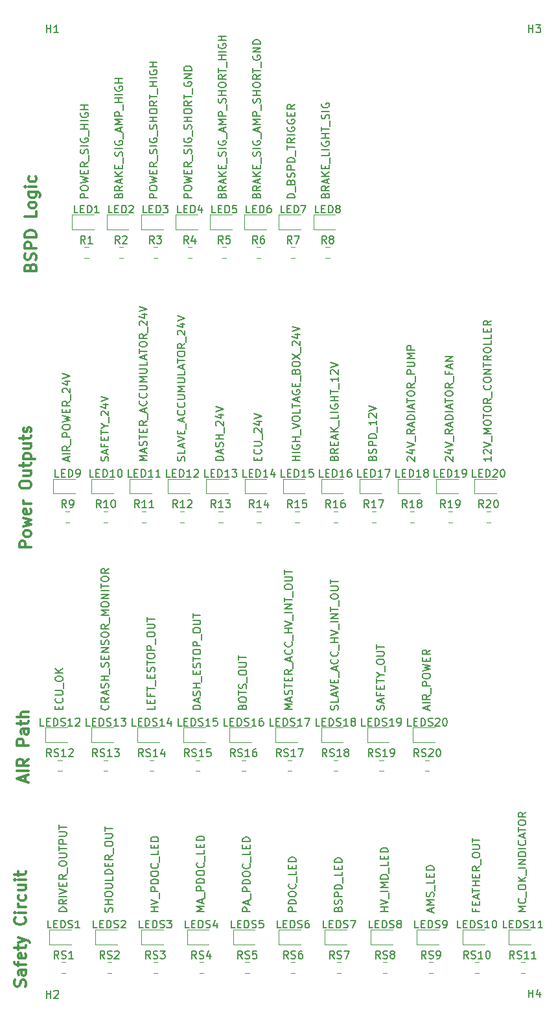
<source format=gbr>
%TF.GenerationSoftware,KiCad,Pcbnew,8.0.4*%
%TF.CreationDate,2024-07-29T20:22:16+09:30*%
%TF.ProjectId,2024_LED_Breakout_Board,32303234-5f4c-4454-945f-427265616b6f,rev?*%
%TF.SameCoordinates,Original*%
%TF.FileFunction,Legend,Top*%
%TF.FilePolarity,Positive*%
%FSLAX46Y46*%
G04 Gerber Fmt 4.6, Leading zero omitted, Abs format (unit mm)*
G04 Created by KiCad (PCBNEW 8.0.4) date 2024-07-29 20:22:16*
%MOMM*%
%LPD*%
G01*
G04 APERTURE LIST*
%ADD10C,0.150000*%
%ADD11C,0.300000*%
%ADD12C,0.120000*%
G04 APERTURE END LIST*
D10*
X166271009Y-87529887D02*
X166318628Y-87387030D01*
X166318628Y-87387030D02*
X166366247Y-87339411D01*
X166366247Y-87339411D02*
X166461485Y-87291792D01*
X166461485Y-87291792D02*
X166604342Y-87291792D01*
X166604342Y-87291792D02*
X166699580Y-87339411D01*
X166699580Y-87339411D02*
X166747200Y-87387030D01*
X166747200Y-87387030D02*
X166794819Y-87482268D01*
X166794819Y-87482268D02*
X166794819Y-87863220D01*
X166794819Y-87863220D02*
X165794819Y-87863220D01*
X165794819Y-87863220D02*
X165794819Y-87529887D01*
X165794819Y-87529887D02*
X165842438Y-87434649D01*
X165842438Y-87434649D02*
X165890057Y-87387030D01*
X165890057Y-87387030D02*
X165985295Y-87339411D01*
X165985295Y-87339411D02*
X166080533Y-87339411D01*
X166080533Y-87339411D02*
X166175771Y-87387030D01*
X166175771Y-87387030D02*
X166223390Y-87434649D01*
X166223390Y-87434649D02*
X166271009Y-87529887D01*
X166271009Y-87529887D02*
X166271009Y-87863220D01*
X166794819Y-86291792D02*
X166318628Y-86625125D01*
X166794819Y-86863220D02*
X165794819Y-86863220D01*
X165794819Y-86863220D02*
X165794819Y-86482268D01*
X165794819Y-86482268D02*
X165842438Y-86387030D01*
X165842438Y-86387030D02*
X165890057Y-86339411D01*
X165890057Y-86339411D02*
X165985295Y-86291792D01*
X165985295Y-86291792D02*
X166128152Y-86291792D01*
X166128152Y-86291792D02*
X166223390Y-86339411D01*
X166223390Y-86339411D02*
X166271009Y-86387030D01*
X166271009Y-86387030D02*
X166318628Y-86482268D01*
X166318628Y-86482268D02*
X166318628Y-86863220D01*
X166509104Y-85910839D02*
X166509104Y-85434649D01*
X166794819Y-86006077D02*
X165794819Y-85672744D01*
X165794819Y-85672744D02*
X166794819Y-85339411D01*
X166794819Y-85006077D02*
X165794819Y-85006077D01*
X166794819Y-84434649D02*
X166223390Y-84863220D01*
X165794819Y-84434649D02*
X166366247Y-85006077D01*
X166271009Y-84006077D02*
X166271009Y-83672744D01*
X166794819Y-83529887D02*
X166794819Y-84006077D01*
X166794819Y-84006077D02*
X165794819Y-84006077D01*
X165794819Y-84006077D02*
X165794819Y-83529887D01*
X166890057Y-83339411D02*
X166890057Y-82577506D01*
X166794819Y-81863220D02*
X166794819Y-82339410D01*
X166794819Y-82339410D02*
X165794819Y-82339410D01*
X166794819Y-81529886D02*
X165794819Y-81529886D01*
X165842438Y-80529887D02*
X165794819Y-80625125D01*
X165794819Y-80625125D02*
X165794819Y-80767982D01*
X165794819Y-80767982D02*
X165842438Y-80910839D01*
X165842438Y-80910839D02*
X165937676Y-81006077D01*
X165937676Y-81006077D02*
X166032914Y-81053696D01*
X166032914Y-81053696D02*
X166223390Y-81101315D01*
X166223390Y-81101315D02*
X166366247Y-81101315D01*
X166366247Y-81101315D02*
X166556723Y-81053696D01*
X166556723Y-81053696D02*
X166651961Y-81006077D01*
X166651961Y-81006077D02*
X166747200Y-80910839D01*
X166747200Y-80910839D02*
X166794819Y-80767982D01*
X166794819Y-80767982D02*
X166794819Y-80672744D01*
X166794819Y-80672744D02*
X166747200Y-80529887D01*
X166747200Y-80529887D02*
X166699580Y-80482268D01*
X166699580Y-80482268D02*
X166366247Y-80482268D01*
X166366247Y-80482268D02*
X166366247Y-80672744D01*
X166794819Y-80053696D02*
X165794819Y-80053696D01*
X166271009Y-80053696D02*
X166271009Y-79482268D01*
X166794819Y-79482268D02*
X165794819Y-79482268D01*
X165794819Y-79148934D02*
X165794819Y-78577506D01*
X166794819Y-78863220D02*
X165794819Y-78863220D01*
X166890057Y-78482268D02*
X166890057Y-77720363D01*
X166747200Y-77529886D02*
X166794819Y-77387029D01*
X166794819Y-77387029D02*
X166794819Y-77148934D01*
X166794819Y-77148934D02*
X166747200Y-77053696D01*
X166747200Y-77053696D02*
X166699580Y-77006077D01*
X166699580Y-77006077D02*
X166604342Y-76958458D01*
X166604342Y-76958458D02*
X166509104Y-76958458D01*
X166509104Y-76958458D02*
X166413866Y-77006077D01*
X166413866Y-77006077D02*
X166366247Y-77053696D01*
X166366247Y-77053696D02*
X166318628Y-77148934D01*
X166318628Y-77148934D02*
X166271009Y-77339410D01*
X166271009Y-77339410D02*
X166223390Y-77434648D01*
X166223390Y-77434648D02*
X166175771Y-77482267D01*
X166175771Y-77482267D02*
X166080533Y-77529886D01*
X166080533Y-77529886D02*
X165985295Y-77529886D01*
X165985295Y-77529886D02*
X165890057Y-77482267D01*
X165890057Y-77482267D02*
X165842438Y-77434648D01*
X165842438Y-77434648D02*
X165794819Y-77339410D01*
X165794819Y-77339410D02*
X165794819Y-77101315D01*
X165794819Y-77101315D02*
X165842438Y-76958458D01*
X166794819Y-76529886D02*
X165794819Y-76529886D01*
X165842438Y-75529887D02*
X165794819Y-75625125D01*
X165794819Y-75625125D02*
X165794819Y-75767982D01*
X165794819Y-75767982D02*
X165842438Y-75910839D01*
X165842438Y-75910839D02*
X165937676Y-76006077D01*
X165937676Y-76006077D02*
X166032914Y-76053696D01*
X166032914Y-76053696D02*
X166223390Y-76101315D01*
X166223390Y-76101315D02*
X166366247Y-76101315D01*
X166366247Y-76101315D02*
X166556723Y-76053696D01*
X166556723Y-76053696D02*
X166651961Y-76006077D01*
X166651961Y-76006077D02*
X166747200Y-75910839D01*
X166747200Y-75910839D02*
X166794819Y-75767982D01*
X166794819Y-75767982D02*
X166794819Y-75672744D01*
X166794819Y-75672744D02*
X166747200Y-75529887D01*
X166747200Y-75529887D02*
X166699580Y-75482268D01*
X166699580Y-75482268D02*
X166366247Y-75482268D01*
X166366247Y-75482268D02*
X166366247Y-75672744D01*
X152771009Y-87529887D02*
X152818628Y-87387030D01*
X152818628Y-87387030D02*
X152866247Y-87339411D01*
X152866247Y-87339411D02*
X152961485Y-87291792D01*
X152961485Y-87291792D02*
X153104342Y-87291792D01*
X153104342Y-87291792D02*
X153199580Y-87339411D01*
X153199580Y-87339411D02*
X153247200Y-87387030D01*
X153247200Y-87387030D02*
X153294819Y-87482268D01*
X153294819Y-87482268D02*
X153294819Y-87863220D01*
X153294819Y-87863220D02*
X152294819Y-87863220D01*
X152294819Y-87863220D02*
X152294819Y-87529887D01*
X152294819Y-87529887D02*
X152342438Y-87434649D01*
X152342438Y-87434649D02*
X152390057Y-87387030D01*
X152390057Y-87387030D02*
X152485295Y-87339411D01*
X152485295Y-87339411D02*
X152580533Y-87339411D01*
X152580533Y-87339411D02*
X152675771Y-87387030D01*
X152675771Y-87387030D02*
X152723390Y-87434649D01*
X152723390Y-87434649D02*
X152771009Y-87529887D01*
X152771009Y-87529887D02*
X152771009Y-87863220D01*
X153294819Y-86291792D02*
X152818628Y-86625125D01*
X153294819Y-86863220D02*
X152294819Y-86863220D01*
X152294819Y-86863220D02*
X152294819Y-86482268D01*
X152294819Y-86482268D02*
X152342438Y-86387030D01*
X152342438Y-86387030D02*
X152390057Y-86339411D01*
X152390057Y-86339411D02*
X152485295Y-86291792D01*
X152485295Y-86291792D02*
X152628152Y-86291792D01*
X152628152Y-86291792D02*
X152723390Y-86339411D01*
X152723390Y-86339411D02*
X152771009Y-86387030D01*
X152771009Y-86387030D02*
X152818628Y-86482268D01*
X152818628Y-86482268D02*
X152818628Y-86863220D01*
X153009104Y-85910839D02*
X153009104Y-85434649D01*
X153294819Y-86006077D02*
X152294819Y-85672744D01*
X152294819Y-85672744D02*
X153294819Y-85339411D01*
X153294819Y-85006077D02*
X152294819Y-85006077D01*
X153294819Y-84434649D02*
X152723390Y-84863220D01*
X152294819Y-84434649D02*
X152866247Y-85006077D01*
X152771009Y-84006077D02*
X152771009Y-83672744D01*
X153294819Y-83529887D02*
X153294819Y-84006077D01*
X153294819Y-84006077D02*
X152294819Y-84006077D01*
X152294819Y-84006077D02*
X152294819Y-83529887D01*
X153390057Y-83339411D02*
X153390057Y-82577506D01*
X153247200Y-82387029D02*
X153294819Y-82244172D01*
X153294819Y-82244172D02*
X153294819Y-82006077D01*
X153294819Y-82006077D02*
X153247200Y-81910839D01*
X153247200Y-81910839D02*
X153199580Y-81863220D01*
X153199580Y-81863220D02*
X153104342Y-81815601D01*
X153104342Y-81815601D02*
X153009104Y-81815601D01*
X153009104Y-81815601D02*
X152913866Y-81863220D01*
X152913866Y-81863220D02*
X152866247Y-81910839D01*
X152866247Y-81910839D02*
X152818628Y-82006077D01*
X152818628Y-82006077D02*
X152771009Y-82196553D01*
X152771009Y-82196553D02*
X152723390Y-82291791D01*
X152723390Y-82291791D02*
X152675771Y-82339410D01*
X152675771Y-82339410D02*
X152580533Y-82387029D01*
X152580533Y-82387029D02*
X152485295Y-82387029D01*
X152485295Y-82387029D02*
X152390057Y-82339410D01*
X152390057Y-82339410D02*
X152342438Y-82291791D01*
X152342438Y-82291791D02*
X152294819Y-82196553D01*
X152294819Y-82196553D02*
X152294819Y-81958458D01*
X152294819Y-81958458D02*
X152342438Y-81815601D01*
X153294819Y-81387029D02*
X152294819Y-81387029D01*
X152342438Y-80387030D02*
X152294819Y-80482268D01*
X152294819Y-80482268D02*
X152294819Y-80625125D01*
X152294819Y-80625125D02*
X152342438Y-80767982D01*
X152342438Y-80767982D02*
X152437676Y-80863220D01*
X152437676Y-80863220D02*
X152532914Y-80910839D01*
X152532914Y-80910839D02*
X152723390Y-80958458D01*
X152723390Y-80958458D02*
X152866247Y-80958458D01*
X152866247Y-80958458D02*
X153056723Y-80910839D01*
X153056723Y-80910839D02*
X153151961Y-80863220D01*
X153151961Y-80863220D02*
X153247200Y-80767982D01*
X153247200Y-80767982D02*
X153294819Y-80625125D01*
X153294819Y-80625125D02*
X153294819Y-80529887D01*
X153294819Y-80529887D02*
X153247200Y-80387030D01*
X153247200Y-80387030D02*
X153199580Y-80339411D01*
X153199580Y-80339411D02*
X152866247Y-80339411D01*
X152866247Y-80339411D02*
X152866247Y-80529887D01*
X153390057Y-80148935D02*
X153390057Y-79387030D01*
X153009104Y-79196553D02*
X153009104Y-78720363D01*
X153294819Y-79291791D02*
X152294819Y-78958458D01*
X152294819Y-78958458D02*
X153294819Y-78625125D01*
X153294819Y-78291791D02*
X152294819Y-78291791D01*
X152294819Y-78291791D02*
X153009104Y-77958458D01*
X153009104Y-77958458D02*
X152294819Y-77625125D01*
X152294819Y-77625125D02*
X153294819Y-77625125D01*
X153294819Y-77148934D02*
X152294819Y-77148934D01*
X152294819Y-77148934D02*
X152294819Y-76767982D01*
X152294819Y-76767982D02*
X152342438Y-76672744D01*
X152342438Y-76672744D02*
X152390057Y-76625125D01*
X152390057Y-76625125D02*
X152485295Y-76577506D01*
X152485295Y-76577506D02*
X152628152Y-76577506D01*
X152628152Y-76577506D02*
X152723390Y-76625125D01*
X152723390Y-76625125D02*
X152771009Y-76672744D01*
X152771009Y-76672744D02*
X152818628Y-76767982D01*
X152818628Y-76767982D02*
X152818628Y-77148934D01*
X153390057Y-76387030D02*
X153390057Y-75625125D01*
X153247200Y-75434648D02*
X153294819Y-75291791D01*
X153294819Y-75291791D02*
X153294819Y-75053696D01*
X153294819Y-75053696D02*
X153247200Y-74958458D01*
X153247200Y-74958458D02*
X153199580Y-74910839D01*
X153199580Y-74910839D02*
X153104342Y-74863220D01*
X153104342Y-74863220D02*
X153009104Y-74863220D01*
X153009104Y-74863220D02*
X152913866Y-74910839D01*
X152913866Y-74910839D02*
X152866247Y-74958458D01*
X152866247Y-74958458D02*
X152818628Y-75053696D01*
X152818628Y-75053696D02*
X152771009Y-75244172D01*
X152771009Y-75244172D02*
X152723390Y-75339410D01*
X152723390Y-75339410D02*
X152675771Y-75387029D01*
X152675771Y-75387029D02*
X152580533Y-75434648D01*
X152580533Y-75434648D02*
X152485295Y-75434648D01*
X152485295Y-75434648D02*
X152390057Y-75387029D01*
X152390057Y-75387029D02*
X152342438Y-75339410D01*
X152342438Y-75339410D02*
X152294819Y-75244172D01*
X152294819Y-75244172D02*
X152294819Y-75006077D01*
X152294819Y-75006077D02*
X152342438Y-74863220D01*
X153294819Y-74434648D02*
X152294819Y-74434648D01*
X152771009Y-74434648D02*
X152771009Y-73863220D01*
X153294819Y-73863220D02*
X152294819Y-73863220D01*
X152294819Y-73196553D02*
X152294819Y-73006077D01*
X152294819Y-73006077D02*
X152342438Y-72910839D01*
X152342438Y-72910839D02*
X152437676Y-72815601D01*
X152437676Y-72815601D02*
X152628152Y-72767982D01*
X152628152Y-72767982D02*
X152961485Y-72767982D01*
X152961485Y-72767982D02*
X153151961Y-72815601D01*
X153151961Y-72815601D02*
X153247200Y-72910839D01*
X153247200Y-72910839D02*
X153294819Y-73006077D01*
X153294819Y-73006077D02*
X153294819Y-73196553D01*
X153294819Y-73196553D02*
X153247200Y-73291791D01*
X153247200Y-73291791D02*
X153151961Y-73387029D01*
X153151961Y-73387029D02*
X152961485Y-73434648D01*
X152961485Y-73434648D02*
X152628152Y-73434648D01*
X152628152Y-73434648D02*
X152437676Y-73387029D01*
X152437676Y-73387029D02*
X152342438Y-73291791D01*
X152342438Y-73291791D02*
X152294819Y-73196553D01*
X153294819Y-71767982D02*
X152818628Y-72101315D01*
X153294819Y-72339410D02*
X152294819Y-72339410D01*
X152294819Y-72339410D02*
X152294819Y-71958458D01*
X152294819Y-71958458D02*
X152342438Y-71863220D01*
X152342438Y-71863220D02*
X152390057Y-71815601D01*
X152390057Y-71815601D02*
X152485295Y-71767982D01*
X152485295Y-71767982D02*
X152628152Y-71767982D01*
X152628152Y-71767982D02*
X152723390Y-71815601D01*
X152723390Y-71815601D02*
X152771009Y-71863220D01*
X152771009Y-71863220D02*
X152818628Y-71958458D01*
X152818628Y-71958458D02*
X152818628Y-72339410D01*
X152294819Y-71482267D02*
X152294819Y-70910839D01*
X153294819Y-71196553D02*
X152294819Y-71196553D01*
X153390057Y-70815601D02*
X153390057Y-70053696D01*
X153294819Y-69815600D02*
X152294819Y-69815600D01*
X152771009Y-69815600D02*
X152771009Y-69244172D01*
X153294819Y-69244172D02*
X152294819Y-69244172D01*
X153294819Y-68767981D02*
X152294819Y-68767981D01*
X152342438Y-67767982D02*
X152294819Y-67863220D01*
X152294819Y-67863220D02*
X152294819Y-68006077D01*
X152294819Y-68006077D02*
X152342438Y-68148934D01*
X152342438Y-68148934D02*
X152437676Y-68244172D01*
X152437676Y-68244172D02*
X152532914Y-68291791D01*
X152532914Y-68291791D02*
X152723390Y-68339410D01*
X152723390Y-68339410D02*
X152866247Y-68339410D01*
X152866247Y-68339410D02*
X153056723Y-68291791D01*
X153056723Y-68291791D02*
X153151961Y-68244172D01*
X153151961Y-68244172D02*
X153247200Y-68148934D01*
X153247200Y-68148934D02*
X153294819Y-68006077D01*
X153294819Y-68006077D02*
X153294819Y-67910839D01*
X153294819Y-67910839D02*
X153247200Y-67767982D01*
X153247200Y-67767982D02*
X153199580Y-67720363D01*
X153199580Y-67720363D02*
X152866247Y-67720363D01*
X152866247Y-67720363D02*
X152866247Y-67910839D01*
X153294819Y-67291791D02*
X152294819Y-67291791D01*
X152771009Y-67291791D02*
X152771009Y-66720363D01*
X153294819Y-66720363D02*
X152294819Y-66720363D01*
X167946009Y-180729887D02*
X167993628Y-180587030D01*
X167993628Y-180587030D02*
X168041247Y-180539411D01*
X168041247Y-180539411D02*
X168136485Y-180491792D01*
X168136485Y-180491792D02*
X168279342Y-180491792D01*
X168279342Y-180491792D02*
X168374580Y-180539411D01*
X168374580Y-180539411D02*
X168422200Y-180587030D01*
X168422200Y-180587030D02*
X168469819Y-180682268D01*
X168469819Y-180682268D02*
X168469819Y-181063220D01*
X168469819Y-181063220D02*
X167469819Y-181063220D01*
X167469819Y-181063220D02*
X167469819Y-180729887D01*
X167469819Y-180729887D02*
X167517438Y-180634649D01*
X167517438Y-180634649D02*
X167565057Y-180587030D01*
X167565057Y-180587030D02*
X167660295Y-180539411D01*
X167660295Y-180539411D02*
X167755533Y-180539411D01*
X167755533Y-180539411D02*
X167850771Y-180587030D01*
X167850771Y-180587030D02*
X167898390Y-180634649D01*
X167898390Y-180634649D02*
X167946009Y-180729887D01*
X167946009Y-180729887D02*
X167946009Y-181063220D01*
X168422200Y-180110839D02*
X168469819Y-179967982D01*
X168469819Y-179967982D02*
X168469819Y-179729887D01*
X168469819Y-179729887D02*
X168422200Y-179634649D01*
X168422200Y-179634649D02*
X168374580Y-179587030D01*
X168374580Y-179587030D02*
X168279342Y-179539411D01*
X168279342Y-179539411D02*
X168184104Y-179539411D01*
X168184104Y-179539411D02*
X168088866Y-179587030D01*
X168088866Y-179587030D02*
X168041247Y-179634649D01*
X168041247Y-179634649D02*
X167993628Y-179729887D01*
X167993628Y-179729887D02*
X167946009Y-179920363D01*
X167946009Y-179920363D02*
X167898390Y-180015601D01*
X167898390Y-180015601D02*
X167850771Y-180063220D01*
X167850771Y-180063220D02*
X167755533Y-180110839D01*
X167755533Y-180110839D02*
X167660295Y-180110839D01*
X167660295Y-180110839D02*
X167565057Y-180063220D01*
X167565057Y-180063220D02*
X167517438Y-180015601D01*
X167517438Y-180015601D02*
X167469819Y-179920363D01*
X167469819Y-179920363D02*
X167469819Y-179682268D01*
X167469819Y-179682268D02*
X167517438Y-179539411D01*
X168469819Y-179110839D02*
X167469819Y-179110839D01*
X167469819Y-179110839D02*
X167469819Y-178729887D01*
X167469819Y-178729887D02*
X167517438Y-178634649D01*
X167517438Y-178634649D02*
X167565057Y-178587030D01*
X167565057Y-178587030D02*
X167660295Y-178539411D01*
X167660295Y-178539411D02*
X167803152Y-178539411D01*
X167803152Y-178539411D02*
X167898390Y-178587030D01*
X167898390Y-178587030D02*
X167946009Y-178634649D01*
X167946009Y-178634649D02*
X167993628Y-178729887D01*
X167993628Y-178729887D02*
X167993628Y-179110839D01*
X168469819Y-178110839D02*
X167469819Y-178110839D01*
X167469819Y-178110839D02*
X167469819Y-177872744D01*
X167469819Y-177872744D02*
X167517438Y-177729887D01*
X167517438Y-177729887D02*
X167612676Y-177634649D01*
X167612676Y-177634649D02*
X167707914Y-177587030D01*
X167707914Y-177587030D02*
X167898390Y-177539411D01*
X167898390Y-177539411D02*
X168041247Y-177539411D01*
X168041247Y-177539411D02*
X168231723Y-177587030D01*
X168231723Y-177587030D02*
X168326961Y-177634649D01*
X168326961Y-177634649D02*
X168422200Y-177729887D01*
X168422200Y-177729887D02*
X168469819Y-177872744D01*
X168469819Y-177872744D02*
X168469819Y-178110839D01*
X168565057Y-177348935D02*
X168565057Y-176587030D01*
X168469819Y-175872744D02*
X168469819Y-176348934D01*
X168469819Y-176348934D02*
X167469819Y-176348934D01*
X167946009Y-175539410D02*
X167946009Y-175206077D01*
X168469819Y-175063220D02*
X168469819Y-175539410D01*
X168469819Y-175539410D02*
X167469819Y-175539410D01*
X167469819Y-175539410D02*
X167469819Y-175063220D01*
X168469819Y-174634648D02*
X167469819Y-174634648D01*
X167469819Y-174634648D02*
X167469819Y-174396553D01*
X167469819Y-174396553D02*
X167517438Y-174253696D01*
X167517438Y-174253696D02*
X167612676Y-174158458D01*
X167612676Y-174158458D02*
X167707914Y-174110839D01*
X167707914Y-174110839D02*
X167898390Y-174063220D01*
X167898390Y-174063220D02*
X168041247Y-174063220D01*
X168041247Y-174063220D02*
X168231723Y-174110839D01*
X168231723Y-174110839D02*
X168326961Y-174158458D01*
X168326961Y-174158458D02*
X168422200Y-174253696D01*
X168422200Y-174253696D02*
X168469819Y-174396553D01*
X168469819Y-174396553D02*
X168469819Y-174634648D01*
X147897200Y-122210839D02*
X147944819Y-122067982D01*
X147944819Y-122067982D02*
X147944819Y-121829887D01*
X147944819Y-121829887D02*
X147897200Y-121734649D01*
X147897200Y-121734649D02*
X147849580Y-121687030D01*
X147849580Y-121687030D02*
X147754342Y-121639411D01*
X147754342Y-121639411D02*
X147659104Y-121639411D01*
X147659104Y-121639411D02*
X147563866Y-121687030D01*
X147563866Y-121687030D02*
X147516247Y-121734649D01*
X147516247Y-121734649D02*
X147468628Y-121829887D01*
X147468628Y-121829887D02*
X147421009Y-122020363D01*
X147421009Y-122020363D02*
X147373390Y-122115601D01*
X147373390Y-122115601D02*
X147325771Y-122163220D01*
X147325771Y-122163220D02*
X147230533Y-122210839D01*
X147230533Y-122210839D02*
X147135295Y-122210839D01*
X147135295Y-122210839D02*
X147040057Y-122163220D01*
X147040057Y-122163220D02*
X146992438Y-122115601D01*
X146992438Y-122115601D02*
X146944819Y-122020363D01*
X146944819Y-122020363D02*
X146944819Y-121782268D01*
X146944819Y-121782268D02*
X146992438Y-121639411D01*
X147944819Y-120734649D02*
X147944819Y-121210839D01*
X147944819Y-121210839D02*
X146944819Y-121210839D01*
X147659104Y-120448934D02*
X147659104Y-119972744D01*
X147944819Y-120544172D02*
X146944819Y-120210839D01*
X146944819Y-120210839D02*
X147944819Y-119877506D01*
X146944819Y-119687029D02*
X147944819Y-119353696D01*
X147944819Y-119353696D02*
X146944819Y-119020363D01*
X147421009Y-118687029D02*
X147421009Y-118353696D01*
X147944819Y-118210839D02*
X147944819Y-118687029D01*
X147944819Y-118687029D02*
X146944819Y-118687029D01*
X146944819Y-118687029D02*
X146944819Y-118210839D01*
X148040057Y-118020363D02*
X148040057Y-117258458D01*
X147659104Y-117067981D02*
X147659104Y-116591791D01*
X147944819Y-117163219D02*
X146944819Y-116829886D01*
X146944819Y-116829886D02*
X147944819Y-116496553D01*
X147849580Y-115591791D02*
X147897200Y-115639410D01*
X147897200Y-115639410D02*
X147944819Y-115782267D01*
X147944819Y-115782267D02*
X147944819Y-115877505D01*
X147944819Y-115877505D02*
X147897200Y-116020362D01*
X147897200Y-116020362D02*
X147801961Y-116115600D01*
X147801961Y-116115600D02*
X147706723Y-116163219D01*
X147706723Y-116163219D02*
X147516247Y-116210838D01*
X147516247Y-116210838D02*
X147373390Y-116210838D01*
X147373390Y-116210838D02*
X147182914Y-116163219D01*
X147182914Y-116163219D02*
X147087676Y-116115600D01*
X147087676Y-116115600D02*
X146992438Y-116020362D01*
X146992438Y-116020362D02*
X146944819Y-115877505D01*
X146944819Y-115877505D02*
X146944819Y-115782267D01*
X146944819Y-115782267D02*
X146992438Y-115639410D01*
X146992438Y-115639410D02*
X147040057Y-115591791D01*
X147849580Y-114591791D02*
X147897200Y-114639410D01*
X147897200Y-114639410D02*
X147944819Y-114782267D01*
X147944819Y-114782267D02*
X147944819Y-114877505D01*
X147944819Y-114877505D02*
X147897200Y-115020362D01*
X147897200Y-115020362D02*
X147801961Y-115115600D01*
X147801961Y-115115600D02*
X147706723Y-115163219D01*
X147706723Y-115163219D02*
X147516247Y-115210838D01*
X147516247Y-115210838D02*
X147373390Y-115210838D01*
X147373390Y-115210838D02*
X147182914Y-115163219D01*
X147182914Y-115163219D02*
X147087676Y-115115600D01*
X147087676Y-115115600D02*
X146992438Y-115020362D01*
X146992438Y-115020362D02*
X146944819Y-114877505D01*
X146944819Y-114877505D02*
X146944819Y-114782267D01*
X146944819Y-114782267D02*
X146992438Y-114639410D01*
X146992438Y-114639410D02*
X147040057Y-114591791D01*
X146944819Y-114163219D02*
X147754342Y-114163219D01*
X147754342Y-114163219D02*
X147849580Y-114115600D01*
X147849580Y-114115600D02*
X147897200Y-114067981D01*
X147897200Y-114067981D02*
X147944819Y-113972743D01*
X147944819Y-113972743D02*
X147944819Y-113782267D01*
X147944819Y-113782267D02*
X147897200Y-113687029D01*
X147897200Y-113687029D02*
X147849580Y-113639410D01*
X147849580Y-113639410D02*
X147754342Y-113591791D01*
X147754342Y-113591791D02*
X146944819Y-113591791D01*
X147944819Y-113115600D02*
X146944819Y-113115600D01*
X146944819Y-113115600D02*
X147659104Y-112782267D01*
X147659104Y-112782267D02*
X146944819Y-112448934D01*
X146944819Y-112448934D02*
X147944819Y-112448934D01*
X146944819Y-111972743D02*
X147754342Y-111972743D01*
X147754342Y-111972743D02*
X147849580Y-111925124D01*
X147849580Y-111925124D02*
X147897200Y-111877505D01*
X147897200Y-111877505D02*
X147944819Y-111782267D01*
X147944819Y-111782267D02*
X147944819Y-111591791D01*
X147944819Y-111591791D02*
X147897200Y-111496553D01*
X147897200Y-111496553D02*
X147849580Y-111448934D01*
X147849580Y-111448934D02*
X147754342Y-111401315D01*
X147754342Y-111401315D02*
X146944819Y-111401315D01*
X147944819Y-110448934D02*
X147944819Y-110925124D01*
X147944819Y-110925124D02*
X146944819Y-110925124D01*
X147659104Y-110163219D02*
X147659104Y-109687029D01*
X147944819Y-110258457D02*
X146944819Y-109925124D01*
X146944819Y-109925124D02*
X147944819Y-109591791D01*
X146944819Y-109401314D02*
X146944819Y-108829886D01*
X147944819Y-109115600D02*
X146944819Y-109115600D01*
X146944819Y-108306076D02*
X146944819Y-108115600D01*
X146944819Y-108115600D02*
X146992438Y-108020362D01*
X146992438Y-108020362D02*
X147087676Y-107925124D01*
X147087676Y-107925124D02*
X147278152Y-107877505D01*
X147278152Y-107877505D02*
X147611485Y-107877505D01*
X147611485Y-107877505D02*
X147801961Y-107925124D01*
X147801961Y-107925124D02*
X147897200Y-108020362D01*
X147897200Y-108020362D02*
X147944819Y-108115600D01*
X147944819Y-108115600D02*
X147944819Y-108306076D01*
X147944819Y-108306076D02*
X147897200Y-108401314D01*
X147897200Y-108401314D02*
X147801961Y-108496552D01*
X147801961Y-108496552D02*
X147611485Y-108544171D01*
X147611485Y-108544171D02*
X147278152Y-108544171D01*
X147278152Y-108544171D02*
X147087676Y-108496552D01*
X147087676Y-108496552D02*
X146992438Y-108401314D01*
X146992438Y-108401314D02*
X146944819Y-108306076D01*
X147944819Y-106877505D02*
X147468628Y-107210838D01*
X147944819Y-107448933D02*
X146944819Y-107448933D01*
X146944819Y-107448933D02*
X146944819Y-107067981D01*
X146944819Y-107067981D02*
X146992438Y-106972743D01*
X146992438Y-106972743D02*
X147040057Y-106925124D01*
X147040057Y-106925124D02*
X147135295Y-106877505D01*
X147135295Y-106877505D02*
X147278152Y-106877505D01*
X147278152Y-106877505D02*
X147373390Y-106925124D01*
X147373390Y-106925124D02*
X147421009Y-106972743D01*
X147421009Y-106972743D02*
X147468628Y-107067981D01*
X147468628Y-107067981D02*
X147468628Y-107448933D01*
X148040057Y-106687029D02*
X148040057Y-105925124D01*
X147040057Y-105734647D02*
X146992438Y-105687028D01*
X146992438Y-105687028D02*
X146944819Y-105591790D01*
X146944819Y-105591790D02*
X146944819Y-105353695D01*
X146944819Y-105353695D02*
X146992438Y-105258457D01*
X146992438Y-105258457D02*
X147040057Y-105210838D01*
X147040057Y-105210838D02*
X147135295Y-105163219D01*
X147135295Y-105163219D02*
X147230533Y-105163219D01*
X147230533Y-105163219D02*
X147373390Y-105210838D01*
X147373390Y-105210838D02*
X147944819Y-105782266D01*
X147944819Y-105782266D02*
X147944819Y-105163219D01*
X147278152Y-104306076D02*
X147944819Y-104306076D01*
X146897200Y-104544171D02*
X147611485Y-104782266D01*
X147611485Y-104782266D02*
X147611485Y-104163219D01*
X146944819Y-103925123D02*
X147944819Y-103591790D01*
X147944819Y-103591790D02*
X146944819Y-103258457D01*
X162469819Y-181063220D02*
X161469819Y-181063220D01*
X161469819Y-181063220D02*
X161469819Y-180682268D01*
X161469819Y-180682268D02*
X161517438Y-180587030D01*
X161517438Y-180587030D02*
X161565057Y-180539411D01*
X161565057Y-180539411D02*
X161660295Y-180491792D01*
X161660295Y-180491792D02*
X161803152Y-180491792D01*
X161803152Y-180491792D02*
X161898390Y-180539411D01*
X161898390Y-180539411D02*
X161946009Y-180587030D01*
X161946009Y-180587030D02*
X161993628Y-180682268D01*
X161993628Y-180682268D02*
X161993628Y-181063220D01*
X162469819Y-180063220D02*
X161469819Y-180063220D01*
X161469819Y-180063220D02*
X161469819Y-179825125D01*
X161469819Y-179825125D02*
X161517438Y-179682268D01*
X161517438Y-179682268D02*
X161612676Y-179587030D01*
X161612676Y-179587030D02*
X161707914Y-179539411D01*
X161707914Y-179539411D02*
X161898390Y-179491792D01*
X161898390Y-179491792D02*
X162041247Y-179491792D01*
X162041247Y-179491792D02*
X162231723Y-179539411D01*
X162231723Y-179539411D02*
X162326961Y-179587030D01*
X162326961Y-179587030D02*
X162422200Y-179682268D01*
X162422200Y-179682268D02*
X162469819Y-179825125D01*
X162469819Y-179825125D02*
X162469819Y-180063220D01*
X161469819Y-178872744D02*
X161469819Y-178682268D01*
X161469819Y-178682268D02*
X161517438Y-178587030D01*
X161517438Y-178587030D02*
X161612676Y-178491792D01*
X161612676Y-178491792D02*
X161803152Y-178444173D01*
X161803152Y-178444173D02*
X162136485Y-178444173D01*
X162136485Y-178444173D02*
X162326961Y-178491792D01*
X162326961Y-178491792D02*
X162422200Y-178587030D01*
X162422200Y-178587030D02*
X162469819Y-178682268D01*
X162469819Y-178682268D02*
X162469819Y-178872744D01*
X162469819Y-178872744D02*
X162422200Y-178967982D01*
X162422200Y-178967982D02*
X162326961Y-179063220D01*
X162326961Y-179063220D02*
X162136485Y-179110839D01*
X162136485Y-179110839D02*
X161803152Y-179110839D01*
X161803152Y-179110839D02*
X161612676Y-179063220D01*
X161612676Y-179063220D02*
X161517438Y-178967982D01*
X161517438Y-178967982D02*
X161469819Y-178872744D01*
X162374580Y-177444173D02*
X162422200Y-177491792D01*
X162422200Y-177491792D02*
X162469819Y-177634649D01*
X162469819Y-177634649D02*
X162469819Y-177729887D01*
X162469819Y-177729887D02*
X162422200Y-177872744D01*
X162422200Y-177872744D02*
X162326961Y-177967982D01*
X162326961Y-177967982D02*
X162231723Y-178015601D01*
X162231723Y-178015601D02*
X162041247Y-178063220D01*
X162041247Y-178063220D02*
X161898390Y-178063220D01*
X161898390Y-178063220D02*
X161707914Y-178015601D01*
X161707914Y-178015601D02*
X161612676Y-177967982D01*
X161612676Y-177967982D02*
X161517438Y-177872744D01*
X161517438Y-177872744D02*
X161469819Y-177729887D01*
X161469819Y-177729887D02*
X161469819Y-177634649D01*
X161469819Y-177634649D02*
X161517438Y-177491792D01*
X161517438Y-177491792D02*
X161565057Y-177444173D01*
X162565057Y-177253697D02*
X162565057Y-176491792D01*
X162469819Y-175777506D02*
X162469819Y-176253696D01*
X162469819Y-176253696D02*
X161469819Y-176253696D01*
X161946009Y-175444172D02*
X161946009Y-175110839D01*
X162469819Y-174967982D02*
X162469819Y-175444172D01*
X162469819Y-175444172D02*
X161469819Y-175444172D01*
X161469819Y-175444172D02*
X161469819Y-174967982D01*
X162469819Y-174539410D02*
X161469819Y-174539410D01*
X161469819Y-174539410D02*
X161469819Y-174301315D01*
X161469819Y-174301315D02*
X161517438Y-174158458D01*
X161517438Y-174158458D02*
X161612676Y-174063220D01*
X161612676Y-174063220D02*
X161707914Y-174015601D01*
X161707914Y-174015601D02*
X161898390Y-173967982D01*
X161898390Y-173967982D02*
X162041247Y-173967982D01*
X162041247Y-173967982D02*
X162231723Y-174015601D01*
X162231723Y-174015601D02*
X162326961Y-174063220D01*
X162326961Y-174063220D02*
X162422200Y-174158458D01*
X162422200Y-174158458D02*
X162469819Y-174301315D01*
X162469819Y-174301315D02*
X162469819Y-174539410D01*
X144294819Y-87863220D02*
X143294819Y-87863220D01*
X143294819Y-87863220D02*
X143294819Y-87482268D01*
X143294819Y-87482268D02*
X143342438Y-87387030D01*
X143342438Y-87387030D02*
X143390057Y-87339411D01*
X143390057Y-87339411D02*
X143485295Y-87291792D01*
X143485295Y-87291792D02*
X143628152Y-87291792D01*
X143628152Y-87291792D02*
X143723390Y-87339411D01*
X143723390Y-87339411D02*
X143771009Y-87387030D01*
X143771009Y-87387030D02*
X143818628Y-87482268D01*
X143818628Y-87482268D02*
X143818628Y-87863220D01*
X143294819Y-86672744D02*
X143294819Y-86482268D01*
X143294819Y-86482268D02*
X143342438Y-86387030D01*
X143342438Y-86387030D02*
X143437676Y-86291792D01*
X143437676Y-86291792D02*
X143628152Y-86244173D01*
X143628152Y-86244173D02*
X143961485Y-86244173D01*
X143961485Y-86244173D02*
X144151961Y-86291792D01*
X144151961Y-86291792D02*
X144247200Y-86387030D01*
X144247200Y-86387030D02*
X144294819Y-86482268D01*
X144294819Y-86482268D02*
X144294819Y-86672744D01*
X144294819Y-86672744D02*
X144247200Y-86767982D01*
X144247200Y-86767982D02*
X144151961Y-86863220D01*
X144151961Y-86863220D02*
X143961485Y-86910839D01*
X143961485Y-86910839D02*
X143628152Y-86910839D01*
X143628152Y-86910839D02*
X143437676Y-86863220D01*
X143437676Y-86863220D02*
X143342438Y-86767982D01*
X143342438Y-86767982D02*
X143294819Y-86672744D01*
X143294819Y-85910839D02*
X144294819Y-85672744D01*
X144294819Y-85672744D02*
X143580533Y-85482268D01*
X143580533Y-85482268D02*
X144294819Y-85291792D01*
X144294819Y-85291792D02*
X143294819Y-85053697D01*
X143771009Y-84672744D02*
X143771009Y-84339411D01*
X144294819Y-84196554D02*
X144294819Y-84672744D01*
X144294819Y-84672744D02*
X143294819Y-84672744D01*
X143294819Y-84672744D02*
X143294819Y-84196554D01*
X144294819Y-83196554D02*
X143818628Y-83529887D01*
X144294819Y-83767982D02*
X143294819Y-83767982D01*
X143294819Y-83767982D02*
X143294819Y-83387030D01*
X143294819Y-83387030D02*
X143342438Y-83291792D01*
X143342438Y-83291792D02*
X143390057Y-83244173D01*
X143390057Y-83244173D02*
X143485295Y-83196554D01*
X143485295Y-83196554D02*
X143628152Y-83196554D01*
X143628152Y-83196554D02*
X143723390Y-83244173D01*
X143723390Y-83244173D02*
X143771009Y-83291792D01*
X143771009Y-83291792D02*
X143818628Y-83387030D01*
X143818628Y-83387030D02*
X143818628Y-83767982D01*
X144390057Y-83006078D02*
X144390057Y-82244173D01*
X144247200Y-82053696D02*
X144294819Y-81910839D01*
X144294819Y-81910839D02*
X144294819Y-81672744D01*
X144294819Y-81672744D02*
X144247200Y-81577506D01*
X144247200Y-81577506D02*
X144199580Y-81529887D01*
X144199580Y-81529887D02*
X144104342Y-81482268D01*
X144104342Y-81482268D02*
X144009104Y-81482268D01*
X144009104Y-81482268D02*
X143913866Y-81529887D01*
X143913866Y-81529887D02*
X143866247Y-81577506D01*
X143866247Y-81577506D02*
X143818628Y-81672744D01*
X143818628Y-81672744D02*
X143771009Y-81863220D01*
X143771009Y-81863220D02*
X143723390Y-81958458D01*
X143723390Y-81958458D02*
X143675771Y-82006077D01*
X143675771Y-82006077D02*
X143580533Y-82053696D01*
X143580533Y-82053696D02*
X143485295Y-82053696D01*
X143485295Y-82053696D02*
X143390057Y-82006077D01*
X143390057Y-82006077D02*
X143342438Y-81958458D01*
X143342438Y-81958458D02*
X143294819Y-81863220D01*
X143294819Y-81863220D02*
X143294819Y-81625125D01*
X143294819Y-81625125D02*
X143342438Y-81482268D01*
X144294819Y-81053696D02*
X143294819Y-81053696D01*
X143342438Y-80053697D02*
X143294819Y-80148935D01*
X143294819Y-80148935D02*
X143294819Y-80291792D01*
X143294819Y-80291792D02*
X143342438Y-80434649D01*
X143342438Y-80434649D02*
X143437676Y-80529887D01*
X143437676Y-80529887D02*
X143532914Y-80577506D01*
X143532914Y-80577506D02*
X143723390Y-80625125D01*
X143723390Y-80625125D02*
X143866247Y-80625125D01*
X143866247Y-80625125D02*
X144056723Y-80577506D01*
X144056723Y-80577506D02*
X144151961Y-80529887D01*
X144151961Y-80529887D02*
X144247200Y-80434649D01*
X144247200Y-80434649D02*
X144294819Y-80291792D01*
X144294819Y-80291792D02*
X144294819Y-80196554D01*
X144294819Y-80196554D02*
X144247200Y-80053697D01*
X144247200Y-80053697D02*
X144199580Y-80006078D01*
X144199580Y-80006078D02*
X143866247Y-80006078D01*
X143866247Y-80006078D02*
X143866247Y-80196554D01*
X144390057Y-79815602D02*
X144390057Y-79053697D01*
X144247200Y-78863220D02*
X144294819Y-78720363D01*
X144294819Y-78720363D02*
X144294819Y-78482268D01*
X144294819Y-78482268D02*
X144247200Y-78387030D01*
X144247200Y-78387030D02*
X144199580Y-78339411D01*
X144199580Y-78339411D02*
X144104342Y-78291792D01*
X144104342Y-78291792D02*
X144009104Y-78291792D01*
X144009104Y-78291792D02*
X143913866Y-78339411D01*
X143913866Y-78339411D02*
X143866247Y-78387030D01*
X143866247Y-78387030D02*
X143818628Y-78482268D01*
X143818628Y-78482268D02*
X143771009Y-78672744D01*
X143771009Y-78672744D02*
X143723390Y-78767982D01*
X143723390Y-78767982D02*
X143675771Y-78815601D01*
X143675771Y-78815601D02*
X143580533Y-78863220D01*
X143580533Y-78863220D02*
X143485295Y-78863220D01*
X143485295Y-78863220D02*
X143390057Y-78815601D01*
X143390057Y-78815601D02*
X143342438Y-78767982D01*
X143342438Y-78767982D02*
X143294819Y-78672744D01*
X143294819Y-78672744D02*
X143294819Y-78434649D01*
X143294819Y-78434649D02*
X143342438Y-78291792D01*
X144294819Y-77863220D02*
X143294819Y-77863220D01*
X143771009Y-77863220D02*
X143771009Y-77291792D01*
X144294819Y-77291792D02*
X143294819Y-77291792D01*
X143294819Y-76625125D02*
X143294819Y-76434649D01*
X143294819Y-76434649D02*
X143342438Y-76339411D01*
X143342438Y-76339411D02*
X143437676Y-76244173D01*
X143437676Y-76244173D02*
X143628152Y-76196554D01*
X143628152Y-76196554D02*
X143961485Y-76196554D01*
X143961485Y-76196554D02*
X144151961Y-76244173D01*
X144151961Y-76244173D02*
X144247200Y-76339411D01*
X144247200Y-76339411D02*
X144294819Y-76434649D01*
X144294819Y-76434649D02*
X144294819Y-76625125D01*
X144294819Y-76625125D02*
X144247200Y-76720363D01*
X144247200Y-76720363D02*
X144151961Y-76815601D01*
X144151961Y-76815601D02*
X143961485Y-76863220D01*
X143961485Y-76863220D02*
X143628152Y-76863220D01*
X143628152Y-76863220D02*
X143437676Y-76815601D01*
X143437676Y-76815601D02*
X143342438Y-76720363D01*
X143342438Y-76720363D02*
X143294819Y-76625125D01*
X144294819Y-75196554D02*
X143818628Y-75529887D01*
X144294819Y-75767982D02*
X143294819Y-75767982D01*
X143294819Y-75767982D02*
X143294819Y-75387030D01*
X143294819Y-75387030D02*
X143342438Y-75291792D01*
X143342438Y-75291792D02*
X143390057Y-75244173D01*
X143390057Y-75244173D02*
X143485295Y-75196554D01*
X143485295Y-75196554D02*
X143628152Y-75196554D01*
X143628152Y-75196554D02*
X143723390Y-75244173D01*
X143723390Y-75244173D02*
X143771009Y-75291792D01*
X143771009Y-75291792D02*
X143818628Y-75387030D01*
X143818628Y-75387030D02*
X143818628Y-75767982D01*
X143294819Y-74910839D02*
X143294819Y-74339411D01*
X144294819Y-74625125D02*
X143294819Y-74625125D01*
X144390057Y-74244173D02*
X144390057Y-73482268D01*
X144294819Y-73244172D02*
X143294819Y-73244172D01*
X143771009Y-73244172D02*
X143771009Y-72672744D01*
X144294819Y-72672744D02*
X143294819Y-72672744D01*
X144294819Y-72196553D02*
X143294819Y-72196553D01*
X143342438Y-71196554D02*
X143294819Y-71291792D01*
X143294819Y-71291792D02*
X143294819Y-71434649D01*
X143294819Y-71434649D02*
X143342438Y-71577506D01*
X143342438Y-71577506D02*
X143437676Y-71672744D01*
X143437676Y-71672744D02*
X143532914Y-71720363D01*
X143532914Y-71720363D02*
X143723390Y-71767982D01*
X143723390Y-71767982D02*
X143866247Y-71767982D01*
X143866247Y-71767982D02*
X144056723Y-71720363D01*
X144056723Y-71720363D02*
X144151961Y-71672744D01*
X144151961Y-71672744D02*
X144247200Y-71577506D01*
X144247200Y-71577506D02*
X144294819Y-71434649D01*
X144294819Y-71434649D02*
X144294819Y-71339411D01*
X144294819Y-71339411D02*
X144247200Y-71196554D01*
X144247200Y-71196554D02*
X144199580Y-71148935D01*
X144199580Y-71148935D02*
X143866247Y-71148935D01*
X143866247Y-71148935D02*
X143866247Y-71339411D01*
X144294819Y-70720363D02*
X143294819Y-70720363D01*
X143771009Y-70720363D02*
X143771009Y-70148935D01*
X144294819Y-70148935D02*
X143294819Y-70148935D01*
X156469819Y-181063220D02*
X155469819Y-181063220D01*
X155469819Y-181063220D02*
X155469819Y-180682268D01*
X155469819Y-180682268D02*
X155517438Y-180587030D01*
X155517438Y-180587030D02*
X155565057Y-180539411D01*
X155565057Y-180539411D02*
X155660295Y-180491792D01*
X155660295Y-180491792D02*
X155803152Y-180491792D01*
X155803152Y-180491792D02*
X155898390Y-180539411D01*
X155898390Y-180539411D02*
X155946009Y-180587030D01*
X155946009Y-180587030D02*
X155993628Y-180682268D01*
X155993628Y-180682268D02*
X155993628Y-181063220D01*
X156184104Y-180110839D02*
X156184104Y-179634649D01*
X156469819Y-180206077D02*
X155469819Y-179872744D01*
X155469819Y-179872744D02*
X156469819Y-179539411D01*
X156565057Y-179444173D02*
X156565057Y-178682268D01*
X156469819Y-178444172D02*
X155469819Y-178444172D01*
X155469819Y-178444172D02*
X155469819Y-178063220D01*
X155469819Y-178063220D02*
X155517438Y-177967982D01*
X155517438Y-177967982D02*
X155565057Y-177920363D01*
X155565057Y-177920363D02*
X155660295Y-177872744D01*
X155660295Y-177872744D02*
X155803152Y-177872744D01*
X155803152Y-177872744D02*
X155898390Y-177920363D01*
X155898390Y-177920363D02*
X155946009Y-177967982D01*
X155946009Y-177967982D02*
X155993628Y-178063220D01*
X155993628Y-178063220D02*
X155993628Y-178444172D01*
X156469819Y-177444172D02*
X155469819Y-177444172D01*
X155469819Y-177444172D02*
X155469819Y-177206077D01*
X155469819Y-177206077D02*
X155517438Y-177063220D01*
X155517438Y-177063220D02*
X155612676Y-176967982D01*
X155612676Y-176967982D02*
X155707914Y-176920363D01*
X155707914Y-176920363D02*
X155898390Y-176872744D01*
X155898390Y-176872744D02*
X156041247Y-176872744D01*
X156041247Y-176872744D02*
X156231723Y-176920363D01*
X156231723Y-176920363D02*
X156326961Y-176967982D01*
X156326961Y-176967982D02*
X156422200Y-177063220D01*
X156422200Y-177063220D02*
X156469819Y-177206077D01*
X156469819Y-177206077D02*
X156469819Y-177444172D01*
X155469819Y-176253696D02*
X155469819Y-176063220D01*
X155469819Y-176063220D02*
X155517438Y-175967982D01*
X155517438Y-175967982D02*
X155612676Y-175872744D01*
X155612676Y-175872744D02*
X155803152Y-175825125D01*
X155803152Y-175825125D02*
X156136485Y-175825125D01*
X156136485Y-175825125D02*
X156326961Y-175872744D01*
X156326961Y-175872744D02*
X156422200Y-175967982D01*
X156422200Y-175967982D02*
X156469819Y-176063220D01*
X156469819Y-176063220D02*
X156469819Y-176253696D01*
X156469819Y-176253696D02*
X156422200Y-176348934D01*
X156422200Y-176348934D02*
X156326961Y-176444172D01*
X156326961Y-176444172D02*
X156136485Y-176491791D01*
X156136485Y-176491791D02*
X155803152Y-176491791D01*
X155803152Y-176491791D02*
X155612676Y-176444172D01*
X155612676Y-176444172D02*
X155517438Y-176348934D01*
X155517438Y-176348934D02*
X155469819Y-176253696D01*
X156374580Y-174825125D02*
X156422200Y-174872744D01*
X156422200Y-174872744D02*
X156469819Y-175015601D01*
X156469819Y-175015601D02*
X156469819Y-175110839D01*
X156469819Y-175110839D02*
X156422200Y-175253696D01*
X156422200Y-175253696D02*
X156326961Y-175348934D01*
X156326961Y-175348934D02*
X156231723Y-175396553D01*
X156231723Y-175396553D02*
X156041247Y-175444172D01*
X156041247Y-175444172D02*
X155898390Y-175444172D01*
X155898390Y-175444172D02*
X155707914Y-175396553D01*
X155707914Y-175396553D02*
X155612676Y-175348934D01*
X155612676Y-175348934D02*
X155517438Y-175253696D01*
X155517438Y-175253696D02*
X155469819Y-175110839D01*
X155469819Y-175110839D02*
X155469819Y-175015601D01*
X155469819Y-175015601D02*
X155517438Y-174872744D01*
X155517438Y-174872744D02*
X155565057Y-174825125D01*
X156565057Y-174634649D02*
X156565057Y-173872744D01*
X156469819Y-173158458D02*
X156469819Y-173634648D01*
X156469819Y-173634648D02*
X155469819Y-173634648D01*
X155946009Y-172825124D02*
X155946009Y-172491791D01*
X156469819Y-172348934D02*
X156469819Y-172825124D01*
X156469819Y-172825124D02*
X155469819Y-172825124D01*
X155469819Y-172825124D02*
X155469819Y-172348934D01*
X156469819Y-171920362D02*
X155469819Y-171920362D01*
X155469819Y-171920362D02*
X155469819Y-171682267D01*
X155469819Y-171682267D02*
X155517438Y-171539410D01*
X155517438Y-171539410D02*
X155612676Y-171444172D01*
X155612676Y-171444172D02*
X155707914Y-171396553D01*
X155707914Y-171396553D02*
X155898390Y-171348934D01*
X155898390Y-171348934D02*
X156041247Y-171348934D01*
X156041247Y-171348934D02*
X156231723Y-171396553D01*
X156231723Y-171396553D02*
X156326961Y-171444172D01*
X156326961Y-171444172D02*
X156422200Y-171539410D01*
X156422200Y-171539410D02*
X156469819Y-171682267D01*
X156469819Y-171682267D02*
X156469819Y-171920362D01*
X142969819Y-122163220D02*
X141969819Y-122163220D01*
X141969819Y-122163220D02*
X142684104Y-121829887D01*
X142684104Y-121829887D02*
X141969819Y-121496554D01*
X141969819Y-121496554D02*
X142969819Y-121496554D01*
X142684104Y-121067982D02*
X142684104Y-120591792D01*
X142969819Y-121163220D02*
X141969819Y-120829887D01*
X141969819Y-120829887D02*
X142969819Y-120496554D01*
X142922200Y-120210839D02*
X142969819Y-120067982D01*
X142969819Y-120067982D02*
X142969819Y-119829887D01*
X142969819Y-119829887D02*
X142922200Y-119734649D01*
X142922200Y-119734649D02*
X142874580Y-119687030D01*
X142874580Y-119687030D02*
X142779342Y-119639411D01*
X142779342Y-119639411D02*
X142684104Y-119639411D01*
X142684104Y-119639411D02*
X142588866Y-119687030D01*
X142588866Y-119687030D02*
X142541247Y-119734649D01*
X142541247Y-119734649D02*
X142493628Y-119829887D01*
X142493628Y-119829887D02*
X142446009Y-120020363D01*
X142446009Y-120020363D02*
X142398390Y-120115601D01*
X142398390Y-120115601D02*
X142350771Y-120163220D01*
X142350771Y-120163220D02*
X142255533Y-120210839D01*
X142255533Y-120210839D02*
X142160295Y-120210839D01*
X142160295Y-120210839D02*
X142065057Y-120163220D01*
X142065057Y-120163220D02*
X142017438Y-120115601D01*
X142017438Y-120115601D02*
X141969819Y-120020363D01*
X141969819Y-120020363D02*
X141969819Y-119782268D01*
X141969819Y-119782268D02*
X142017438Y-119639411D01*
X141969819Y-119353696D02*
X141969819Y-118782268D01*
X142969819Y-119067982D02*
X141969819Y-119067982D01*
X142446009Y-118448934D02*
X142446009Y-118115601D01*
X142969819Y-117972744D02*
X142969819Y-118448934D01*
X142969819Y-118448934D02*
X141969819Y-118448934D01*
X141969819Y-118448934D02*
X141969819Y-117972744D01*
X142969819Y-116972744D02*
X142493628Y-117306077D01*
X142969819Y-117544172D02*
X141969819Y-117544172D01*
X141969819Y-117544172D02*
X141969819Y-117163220D01*
X141969819Y-117163220D02*
X142017438Y-117067982D01*
X142017438Y-117067982D02*
X142065057Y-117020363D01*
X142065057Y-117020363D02*
X142160295Y-116972744D01*
X142160295Y-116972744D02*
X142303152Y-116972744D01*
X142303152Y-116972744D02*
X142398390Y-117020363D01*
X142398390Y-117020363D02*
X142446009Y-117067982D01*
X142446009Y-117067982D02*
X142493628Y-117163220D01*
X142493628Y-117163220D02*
X142493628Y-117544172D01*
X143065057Y-116782268D02*
X143065057Y-116020363D01*
X142684104Y-115829886D02*
X142684104Y-115353696D01*
X142969819Y-115925124D02*
X141969819Y-115591791D01*
X141969819Y-115591791D02*
X142969819Y-115258458D01*
X142874580Y-114353696D02*
X142922200Y-114401315D01*
X142922200Y-114401315D02*
X142969819Y-114544172D01*
X142969819Y-114544172D02*
X142969819Y-114639410D01*
X142969819Y-114639410D02*
X142922200Y-114782267D01*
X142922200Y-114782267D02*
X142826961Y-114877505D01*
X142826961Y-114877505D02*
X142731723Y-114925124D01*
X142731723Y-114925124D02*
X142541247Y-114972743D01*
X142541247Y-114972743D02*
X142398390Y-114972743D01*
X142398390Y-114972743D02*
X142207914Y-114925124D01*
X142207914Y-114925124D02*
X142112676Y-114877505D01*
X142112676Y-114877505D02*
X142017438Y-114782267D01*
X142017438Y-114782267D02*
X141969819Y-114639410D01*
X141969819Y-114639410D02*
X141969819Y-114544172D01*
X141969819Y-114544172D02*
X142017438Y-114401315D01*
X142017438Y-114401315D02*
X142065057Y-114353696D01*
X142874580Y-113353696D02*
X142922200Y-113401315D01*
X142922200Y-113401315D02*
X142969819Y-113544172D01*
X142969819Y-113544172D02*
X142969819Y-113639410D01*
X142969819Y-113639410D02*
X142922200Y-113782267D01*
X142922200Y-113782267D02*
X142826961Y-113877505D01*
X142826961Y-113877505D02*
X142731723Y-113925124D01*
X142731723Y-113925124D02*
X142541247Y-113972743D01*
X142541247Y-113972743D02*
X142398390Y-113972743D01*
X142398390Y-113972743D02*
X142207914Y-113925124D01*
X142207914Y-113925124D02*
X142112676Y-113877505D01*
X142112676Y-113877505D02*
X142017438Y-113782267D01*
X142017438Y-113782267D02*
X141969819Y-113639410D01*
X141969819Y-113639410D02*
X141969819Y-113544172D01*
X141969819Y-113544172D02*
X142017438Y-113401315D01*
X142017438Y-113401315D02*
X142065057Y-113353696D01*
X141969819Y-112925124D02*
X142779342Y-112925124D01*
X142779342Y-112925124D02*
X142874580Y-112877505D01*
X142874580Y-112877505D02*
X142922200Y-112829886D01*
X142922200Y-112829886D02*
X142969819Y-112734648D01*
X142969819Y-112734648D02*
X142969819Y-112544172D01*
X142969819Y-112544172D02*
X142922200Y-112448934D01*
X142922200Y-112448934D02*
X142874580Y-112401315D01*
X142874580Y-112401315D02*
X142779342Y-112353696D01*
X142779342Y-112353696D02*
X141969819Y-112353696D01*
X142969819Y-111877505D02*
X141969819Y-111877505D01*
X141969819Y-111877505D02*
X142684104Y-111544172D01*
X142684104Y-111544172D02*
X141969819Y-111210839D01*
X141969819Y-111210839D02*
X142969819Y-111210839D01*
X141969819Y-110734648D02*
X142779342Y-110734648D01*
X142779342Y-110734648D02*
X142874580Y-110687029D01*
X142874580Y-110687029D02*
X142922200Y-110639410D01*
X142922200Y-110639410D02*
X142969819Y-110544172D01*
X142969819Y-110544172D02*
X142969819Y-110353696D01*
X142969819Y-110353696D02*
X142922200Y-110258458D01*
X142922200Y-110258458D02*
X142874580Y-110210839D01*
X142874580Y-110210839D02*
X142779342Y-110163220D01*
X142779342Y-110163220D02*
X141969819Y-110163220D01*
X142969819Y-109210839D02*
X142969819Y-109687029D01*
X142969819Y-109687029D02*
X141969819Y-109687029D01*
X142684104Y-108925124D02*
X142684104Y-108448934D01*
X142969819Y-109020362D02*
X141969819Y-108687029D01*
X141969819Y-108687029D02*
X142969819Y-108353696D01*
X141969819Y-108163219D02*
X141969819Y-107591791D01*
X142969819Y-107877505D02*
X141969819Y-107877505D01*
X141969819Y-107067981D02*
X141969819Y-106877505D01*
X141969819Y-106877505D02*
X142017438Y-106782267D01*
X142017438Y-106782267D02*
X142112676Y-106687029D01*
X142112676Y-106687029D02*
X142303152Y-106639410D01*
X142303152Y-106639410D02*
X142636485Y-106639410D01*
X142636485Y-106639410D02*
X142826961Y-106687029D01*
X142826961Y-106687029D02*
X142922200Y-106782267D01*
X142922200Y-106782267D02*
X142969819Y-106877505D01*
X142969819Y-106877505D02*
X142969819Y-107067981D01*
X142969819Y-107067981D02*
X142922200Y-107163219D01*
X142922200Y-107163219D02*
X142826961Y-107258457D01*
X142826961Y-107258457D02*
X142636485Y-107306076D01*
X142636485Y-107306076D02*
X142303152Y-107306076D01*
X142303152Y-107306076D02*
X142112676Y-107258457D01*
X142112676Y-107258457D02*
X142017438Y-107163219D01*
X142017438Y-107163219D02*
X141969819Y-107067981D01*
X142969819Y-105639410D02*
X142493628Y-105972743D01*
X142969819Y-106210838D02*
X141969819Y-106210838D01*
X141969819Y-106210838D02*
X141969819Y-105829886D01*
X141969819Y-105829886D02*
X142017438Y-105734648D01*
X142017438Y-105734648D02*
X142065057Y-105687029D01*
X142065057Y-105687029D02*
X142160295Y-105639410D01*
X142160295Y-105639410D02*
X142303152Y-105639410D01*
X142303152Y-105639410D02*
X142398390Y-105687029D01*
X142398390Y-105687029D02*
X142446009Y-105734648D01*
X142446009Y-105734648D02*
X142493628Y-105829886D01*
X142493628Y-105829886D02*
X142493628Y-106210838D01*
X143065057Y-105448934D02*
X143065057Y-104687029D01*
X142065057Y-104496552D02*
X142017438Y-104448933D01*
X142017438Y-104448933D02*
X141969819Y-104353695D01*
X141969819Y-104353695D02*
X141969819Y-104115600D01*
X141969819Y-104115600D02*
X142017438Y-104020362D01*
X142017438Y-104020362D02*
X142065057Y-103972743D01*
X142065057Y-103972743D02*
X142160295Y-103925124D01*
X142160295Y-103925124D02*
X142255533Y-103925124D01*
X142255533Y-103925124D02*
X142398390Y-103972743D01*
X142398390Y-103972743D02*
X142969819Y-104544171D01*
X142969819Y-104544171D02*
X142969819Y-103925124D01*
X142303152Y-103067981D02*
X142969819Y-103067981D01*
X141922200Y-103306076D02*
X142636485Y-103544171D01*
X142636485Y-103544171D02*
X142636485Y-102925124D01*
X141969819Y-102687028D02*
X142969819Y-102353695D01*
X142969819Y-102353695D02*
X141969819Y-102020362D01*
X143969819Y-154187030D02*
X143969819Y-154663220D01*
X143969819Y-154663220D02*
X142969819Y-154663220D01*
X143446009Y-153853696D02*
X143446009Y-153520363D01*
X143969819Y-153377506D02*
X143969819Y-153853696D01*
X143969819Y-153853696D02*
X142969819Y-153853696D01*
X142969819Y-153853696D02*
X142969819Y-153377506D01*
X143446009Y-152615601D02*
X143446009Y-152948934D01*
X143969819Y-152948934D02*
X142969819Y-152948934D01*
X142969819Y-152948934D02*
X142969819Y-152472744D01*
X142969819Y-152234648D02*
X142969819Y-151663220D01*
X143969819Y-151948934D02*
X142969819Y-151948934D01*
X144065057Y-151567982D02*
X144065057Y-150806077D01*
X143446009Y-150567981D02*
X143446009Y-150234648D01*
X143969819Y-150091791D02*
X143969819Y-150567981D01*
X143969819Y-150567981D02*
X142969819Y-150567981D01*
X142969819Y-150567981D02*
X142969819Y-150091791D01*
X143922200Y-149710838D02*
X143969819Y-149567981D01*
X143969819Y-149567981D02*
X143969819Y-149329886D01*
X143969819Y-149329886D02*
X143922200Y-149234648D01*
X143922200Y-149234648D02*
X143874580Y-149187029D01*
X143874580Y-149187029D02*
X143779342Y-149139410D01*
X143779342Y-149139410D02*
X143684104Y-149139410D01*
X143684104Y-149139410D02*
X143588866Y-149187029D01*
X143588866Y-149187029D02*
X143541247Y-149234648D01*
X143541247Y-149234648D02*
X143493628Y-149329886D01*
X143493628Y-149329886D02*
X143446009Y-149520362D01*
X143446009Y-149520362D02*
X143398390Y-149615600D01*
X143398390Y-149615600D02*
X143350771Y-149663219D01*
X143350771Y-149663219D02*
X143255533Y-149710838D01*
X143255533Y-149710838D02*
X143160295Y-149710838D01*
X143160295Y-149710838D02*
X143065057Y-149663219D01*
X143065057Y-149663219D02*
X143017438Y-149615600D01*
X143017438Y-149615600D02*
X142969819Y-149520362D01*
X142969819Y-149520362D02*
X142969819Y-149282267D01*
X142969819Y-149282267D02*
X143017438Y-149139410D01*
X142969819Y-148853695D02*
X142969819Y-148282267D01*
X143969819Y-148567981D02*
X142969819Y-148567981D01*
X142969819Y-147758457D02*
X142969819Y-147567981D01*
X142969819Y-147567981D02*
X143017438Y-147472743D01*
X143017438Y-147472743D02*
X143112676Y-147377505D01*
X143112676Y-147377505D02*
X143303152Y-147329886D01*
X143303152Y-147329886D02*
X143636485Y-147329886D01*
X143636485Y-147329886D02*
X143826961Y-147377505D01*
X143826961Y-147377505D02*
X143922200Y-147472743D01*
X143922200Y-147472743D02*
X143969819Y-147567981D01*
X143969819Y-147567981D02*
X143969819Y-147758457D01*
X143969819Y-147758457D02*
X143922200Y-147853695D01*
X143922200Y-147853695D02*
X143826961Y-147948933D01*
X143826961Y-147948933D02*
X143636485Y-147996552D01*
X143636485Y-147996552D02*
X143303152Y-147996552D01*
X143303152Y-147996552D02*
X143112676Y-147948933D01*
X143112676Y-147948933D02*
X143017438Y-147853695D01*
X143017438Y-147853695D02*
X142969819Y-147758457D01*
X143969819Y-146901314D02*
X142969819Y-146901314D01*
X142969819Y-146901314D02*
X142969819Y-146520362D01*
X142969819Y-146520362D02*
X143017438Y-146425124D01*
X143017438Y-146425124D02*
X143065057Y-146377505D01*
X143065057Y-146377505D02*
X143160295Y-146329886D01*
X143160295Y-146329886D02*
X143303152Y-146329886D01*
X143303152Y-146329886D02*
X143398390Y-146377505D01*
X143398390Y-146377505D02*
X143446009Y-146425124D01*
X143446009Y-146425124D02*
X143493628Y-146520362D01*
X143493628Y-146520362D02*
X143493628Y-146901314D01*
X144065057Y-146139410D02*
X144065057Y-145377505D01*
X142969819Y-144948933D02*
X142969819Y-144758457D01*
X142969819Y-144758457D02*
X143017438Y-144663219D01*
X143017438Y-144663219D02*
X143112676Y-144567981D01*
X143112676Y-144567981D02*
X143303152Y-144520362D01*
X143303152Y-144520362D02*
X143636485Y-144520362D01*
X143636485Y-144520362D02*
X143826961Y-144567981D01*
X143826961Y-144567981D02*
X143922200Y-144663219D01*
X143922200Y-144663219D02*
X143969819Y-144758457D01*
X143969819Y-144758457D02*
X143969819Y-144948933D01*
X143969819Y-144948933D02*
X143922200Y-145044171D01*
X143922200Y-145044171D02*
X143826961Y-145139409D01*
X143826961Y-145139409D02*
X143636485Y-145187028D01*
X143636485Y-145187028D02*
X143303152Y-145187028D01*
X143303152Y-145187028D02*
X143112676Y-145139409D01*
X143112676Y-145139409D02*
X143017438Y-145044171D01*
X143017438Y-145044171D02*
X142969819Y-144948933D01*
X142969819Y-144091790D02*
X143779342Y-144091790D01*
X143779342Y-144091790D02*
X143874580Y-144044171D01*
X143874580Y-144044171D02*
X143922200Y-143996552D01*
X143922200Y-143996552D02*
X143969819Y-143901314D01*
X143969819Y-143901314D02*
X143969819Y-143710838D01*
X143969819Y-143710838D02*
X143922200Y-143615600D01*
X143922200Y-143615600D02*
X143874580Y-143567981D01*
X143874580Y-143567981D02*
X143779342Y-143520362D01*
X143779342Y-143520362D02*
X142969819Y-143520362D01*
X142969819Y-143187028D02*
X142969819Y-142615600D01*
X143969819Y-142901314D02*
X142969819Y-142901314D01*
X144469819Y-181063220D02*
X143469819Y-181063220D01*
X143946009Y-181063220D02*
X143946009Y-180491792D01*
X144469819Y-180491792D02*
X143469819Y-180491792D01*
X143469819Y-180158458D02*
X144469819Y-179825125D01*
X144469819Y-179825125D02*
X143469819Y-179491792D01*
X144565057Y-179396554D02*
X144565057Y-178634649D01*
X144469819Y-178396553D02*
X143469819Y-178396553D01*
X143469819Y-178396553D02*
X143469819Y-178015601D01*
X143469819Y-178015601D02*
X143517438Y-177920363D01*
X143517438Y-177920363D02*
X143565057Y-177872744D01*
X143565057Y-177872744D02*
X143660295Y-177825125D01*
X143660295Y-177825125D02*
X143803152Y-177825125D01*
X143803152Y-177825125D02*
X143898390Y-177872744D01*
X143898390Y-177872744D02*
X143946009Y-177920363D01*
X143946009Y-177920363D02*
X143993628Y-178015601D01*
X143993628Y-178015601D02*
X143993628Y-178396553D01*
X144469819Y-177396553D02*
X143469819Y-177396553D01*
X143469819Y-177396553D02*
X143469819Y-177158458D01*
X143469819Y-177158458D02*
X143517438Y-177015601D01*
X143517438Y-177015601D02*
X143612676Y-176920363D01*
X143612676Y-176920363D02*
X143707914Y-176872744D01*
X143707914Y-176872744D02*
X143898390Y-176825125D01*
X143898390Y-176825125D02*
X144041247Y-176825125D01*
X144041247Y-176825125D02*
X144231723Y-176872744D01*
X144231723Y-176872744D02*
X144326961Y-176920363D01*
X144326961Y-176920363D02*
X144422200Y-177015601D01*
X144422200Y-177015601D02*
X144469819Y-177158458D01*
X144469819Y-177158458D02*
X144469819Y-177396553D01*
X143469819Y-176206077D02*
X143469819Y-176015601D01*
X143469819Y-176015601D02*
X143517438Y-175920363D01*
X143517438Y-175920363D02*
X143612676Y-175825125D01*
X143612676Y-175825125D02*
X143803152Y-175777506D01*
X143803152Y-175777506D02*
X144136485Y-175777506D01*
X144136485Y-175777506D02*
X144326961Y-175825125D01*
X144326961Y-175825125D02*
X144422200Y-175920363D01*
X144422200Y-175920363D02*
X144469819Y-176015601D01*
X144469819Y-176015601D02*
X144469819Y-176206077D01*
X144469819Y-176206077D02*
X144422200Y-176301315D01*
X144422200Y-176301315D02*
X144326961Y-176396553D01*
X144326961Y-176396553D02*
X144136485Y-176444172D01*
X144136485Y-176444172D02*
X143803152Y-176444172D01*
X143803152Y-176444172D02*
X143612676Y-176396553D01*
X143612676Y-176396553D02*
X143517438Y-176301315D01*
X143517438Y-176301315D02*
X143469819Y-176206077D01*
X144374580Y-174777506D02*
X144422200Y-174825125D01*
X144422200Y-174825125D02*
X144469819Y-174967982D01*
X144469819Y-174967982D02*
X144469819Y-175063220D01*
X144469819Y-175063220D02*
X144422200Y-175206077D01*
X144422200Y-175206077D02*
X144326961Y-175301315D01*
X144326961Y-175301315D02*
X144231723Y-175348934D01*
X144231723Y-175348934D02*
X144041247Y-175396553D01*
X144041247Y-175396553D02*
X143898390Y-175396553D01*
X143898390Y-175396553D02*
X143707914Y-175348934D01*
X143707914Y-175348934D02*
X143612676Y-175301315D01*
X143612676Y-175301315D02*
X143517438Y-175206077D01*
X143517438Y-175206077D02*
X143469819Y-175063220D01*
X143469819Y-175063220D02*
X143469819Y-174967982D01*
X143469819Y-174967982D02*
X143517438Y-174825125D01*
X143517438Y-174825125D02*
X143565057Y-174777506D01*
X144565057Y-174587030D02*
X144565057Y-173825125D01*
X144469819Y-173110839D02*
X144469819Y-173587029D01*
X144469819Y-173587029D02*
X143469819Y-173587029D01*
X143946009Y-172777505D02*
X143946009Y-172444172D01*
X144469819Y-172301315D02*
X144469819Y-172777505D01*
X144469819Y-172777505D02*
X143469819Y-172777505D01*
X143469819Y-172777505D02*
X143469819Y-172301315D01*
X144469819Y-171872743D02*
X143469819Y-171872743D01*
X143469819Y-171872743D02*
X143469819Y-171634648D01*
X143469819Y-171634648D02*
X143517438Y-171491791D01*
X143517438Y-171491791D02*
X143612676Y-171396553D01*
X143612676Y-171396553D02*
X143707914Y-171348934D01*
X143707914Y-171348934D02*
X143898390Y-171301315D01*
X143898390Y-171301315D02*
X144041247Y-171301315D01*
X144041247Y-171301315D02*
X144231723Y-171348934D01*
X144231723Y-171348934D02*
X144326961Y-171396553D01*
X144326961Y-171396553D02*
X144422200Y-171491791D01*
X144422200Y-171491791D02*
X144469819Y-171634648D01*
X144469819Y-171634648D02*
X144469819Y-171872743D01*
X161969819Y-154663220D02*
X160969819Y-154663220D01*
X160969819Y-154663220D02*
X161684104Y-154329887D01*
X161684104Y-154329887D02*
X160969819Y-153996554D01*
X160969819Y-153996554D02*
X161969819Y-153996554D01*
X161684104Y-153567982D02*
X161684104Y-153091792D01*
X161969819Y-153663220D02*
X160969819Y-153329887D01*
X160969819Y-153329887D02*
X161969819Y-152996554D01*
X161922200Y-152710839D02*
X161969819Y-152567982D01*
X161969819Y-152567982D02*
X161969819Y-152329887D01*
X161969819Y-152329887D02*
X161922200Y-152234649D01*
X161922200Y-152234649D02*
X161874580Y-152187030D01*
X161874580Y-152187030D02*
X161779342Y-152139411D01*
X161779342Y-152139411D02*
X161684104Y-152139411D01*
X161684104Y-152139411D02*
X161588866Y-152187030D01*
X161588866Y-152187030D02*
X161541247Y-152234649D01*
X161541247Y-152234649D02*
X161493628Y-152329887D01*
X161493628Y-152329887D02*
X161446009Y-152520363D01*
X161446009Y-152520363D02*
X161398390Y-152615601D01*
X161398390Y-152615601D02*
X161350771Y-152663220D01*
X161350771Y-152663220D02*
X161255533Y-152710839D01*
X161255533Y-152710839D02*
X161160295Y-152710839D01*
X161160295Y-152710839D02*
X161065057Y-152663220D01*
X161065057Y-152663220D02*
X161017438Y-152615601D01*
X161017438Y-152615601D02*
X160969819Y-152520363D01*
X160969819Y-152520363D02*
X160969819Y-152282268D01*
X160969819Y-152282268D02*
X161017438Y-152139411D01*
X160969819Y-151853696D02*
X160969819Y-151282268D01*
X161969819Y-151567982D02*
X160969819Y-151567982D01*
X161446009Y-150948934D02*
X161446009Y-150615601D01*
X161969819Y-150472744D02*
X161969819Y-150948934D01*
X161969819Y-150948934D02*
X160969819Y-150948934D01*
X160969819Y-150948934D02*
X160969819Y-150472744D01*
X161969819Y-149472744D02*
X161493628Y-149806077D01*
X161969819Y-150044172D02*
X160969819Y-150044172D01*
X160969819Y-150044172D02*
X160969819Y-149663220D01*
X160969819Y-149663220D02*
X161017438Y-149567982D01*
X161017438Y-149567982D02*
X161065057Y-149520363D01*
X161065057Y-149520363D02*
X161160295Y-149472744D01*
X161160295Y-149472744D02*
X161303152Y-149472744D01*
X161303152Y-149472744D02*
X161398390Y-149520363D01*
X161398390Y-149520363D02*
X161446009Y-149567982D01*
X161446009Y-149567982D02*
X161493628Y-149663220D01*
X161493628Y-149663220D02*
X161493628Y-150044172D01*
X162065057Y-149282268D02*
X162065057Y-148520363D01*
X161684104Y-148329886D02*
X161684104Y-147853696D01*
X161969819Y-148425124D02*
X160969819Y-148091791D01*
X160969819Y-148091791D02*
X161969819Y-147758458D01*
X161874580Y-146853696D02*
X161922200Y-146901315D01*
X161922200Y-146901315D02*
X161969819Y-147044172D01*
X161969819Y-147044172D02*
X161969819Y-147139410D01*
X161969819Y-147139410D02*
X161922200Y-147282267D01*
X161922200Y-147282267D02*
X161826961Y-147377505D01*
X161826961Y-147377505D02*
X161731723Y-147425124D01*
X161731723Y-147425124D02*
X161541247Y-147472743D01*
X161541247Y-147472743D02*
X161398390Y-147472743D01*
X161398390Y-147472743D02*
X161207914Y-147425124D01*
X161207914Y-147425124D02*
X161112676Y-147377505D01*
X161112676Y-147377505D02*
X161017438Y-147282267D01*
X161017438Y-147282267D02*
X160969819Y-147139410D01*
X160969819Y-147139410D02*
X160969819Y-147044172D01*
X160969819Y-147044172D02*
X161017438Y-146901315D01*
X161017438Y-146901315D02*
X161065057Y-146853696D01*
X161874580Y-145853696D02*
X161922200Y-145901315D01*
X161922200Y-145901315D02*
X161969819Y-146044172D01*
X161969819Y-146044172D02*
X161969819Y-146139410D01*
X161969819Y-146139410D02*
X161922200Y-146282267D01*
X161922200Y-146282267D02*
X161826961Y-146377505D01*
X161826961Y-146377505D02*
X161731723Y-146425124D01*
X161731723Y-146425124D02*
X161541247Y-146472743D01*
X161541247Y-146472743D02*
X161398390Y-146472743D01*
X161398390Y-146472743D02*
X161207914Y-146425124D01*
X161207914Y-146425124D02*
X161112676Y-146377505D01*
X161112676Y-146377505D02*
X161017438Y-146282267D01*
X161017438Y-146282267D02*
X160969819Y-146139410D01*
X160969819Y-146139410D02*
X160969819Y-146044172D01*
X160969819Y-146044172D02*
X161017438Y-145901315D01*
X161017438Y-145901315D02*
X161065057Y-145853696D01*
X162065057Y-145663220D02*
X162065057Y-144901315D01*
X161969819Y-144663219D02*
X160969819Y-144663219D01*
X161446009Y-144663219D02*
X161446009Y-144091791D01*
X161969819Y-144091791D02*
X160969819Y-144091791D01*
X160969819Y-143758457D02*
X161969819Y-143425124D01*
X161969819Y-143425124D02*
X160969819Y-143091791D01*
X162065057Y-142996553D02*
X162065057Y-142234648D01*
X161969819Y-141996552D02*
X160969819Y-141996552D01*
X161969819Y-141520362D02*
X160969819Y-141520362D01*
X160969819Y-141520362D02*
X161969819Y-140948934D01*
X161969819Y-140948934D02*
X160969819Y-140948934D01*
X160969819Y-140615600D02*
X160969819Y-140044172D01*
X161969819Y-140329886D02*
X160969819Y-140329886D01*
X162065057Y-139948934D02*
X162065057Y-139187029D01*
X160969819Y-138758457D02*
X160969819Y-138567981D01*
X160969819Y-138567981D02*
X161017438Y-138472743D01*
X161017438Y-138472743D02*
X161112676Y-138377505D01*
X161112676Y-138377505D02*
X161303152Y-138329886D01*
X161303152Y-138329886D02*
X161636485Y-138329886D01*
X161636485Y-138329886D02*
X161826961Y-138377505D01*
X161826961Y-138377505D02*
X161922200Y-138472743D01*
X161922200Y-138472743D02*
X161969819Y-138567981D01*
X161969819Y-138567981D02*
X161969819Y-138758457D01*
X161969819Y-138758457D02*
X161922200Y-138853695D01*
X161922200Y-138853695D02*
X161826961Y-138948933D01*
X161826961Y-138948933D02*
X161636485Y-138996552D01*
X161636485Y-138996552D02*
X161303152Y-138996552D01*
X161303152Y-138996552D02*
X161112676Y-138948933D01*
X161112676Y-138948933D02*
X161017438Y-138853695D01*
X161017438Y-138853695D02*
X160969819Y-138758457D01*
X160969819Y-137901314D02*
X161779342Y-137901314D01*
X161779342Y-137901314D02*
X161874580Y-137853695D01*
X161874580Y-137853695D02*
X161922200Y-137806076D01*
X161922200Y-137806076D02*
X161969819Y-137710838D01*
X161969819Y-137710838D02*
X161969819Y-137520362D01*
X161969819Y-137520362D02*
X161922200Y-137425124D01*
X161922200Y-137425124D02*
X161874580Y-137377505D01*
X161874580Y-137377505D02*
X161779342Y-137329886D01*
X161779342Y-137329886D02*
X160969819Y-137329886D01*
X160969819Y-136996552D02*
X160969819Y-136425124D01*
X161969819Y-136710838D02*
X160969819Y-136710838D01*
X152944819Y-122163220D02*
X151944819Y-122163220D01*
X151944819Y-122163220D02*
X151944819Y-121925125D01*
X151944819Y-121925125D02*
X151992438Y-121782268D01*
X151992438Y-121782268D02*
X152087676Y-121687030D01*
X152087676Y-121687030D02*
X152182914Y-121639411D01*
X152182914Y-121639411D02*
X152373390Y-121591792D01*
X152373390Y-121591792D02*
X152516247Y-121591792D01*
X152516247Y-121591792D02*
X152706723Y-121639411D01*
X152706723Y-121639411D02*
X152801961Y-121687030D01*
X152801961Y-121687030D02*
X152897200Y-121782268D01*
X152897200Y-121782268D02*
X152944819Y-121925125D01*
X152944819Y-121925125D02*
X152944819Y-122163220D01*
X152659104Y-121210839D02*
X152659104Y-120734649D01*
X152944819Y-121306077D02*
X151944819Y-120972744D01*
X151944819Y-120972744D02*
X152944819Y-120639411D01*
X152897200Y-120353696D02*
X152944819Y-120210839D01*
X152944819Y-120210839D02*
X152944819Y-119972744D01*
X152944819Y-119972744D02*
X152897200Y-119877506D01*
X152897200Y-119877506D02*
X152849580Y-119829887D01*
X152849580Y-119829887D02*
X152754342Y-119782268D01*
X152754342Y-119782268D02*
X152659104Y-119782268D01*
X152659104Y-119782268D02*
X152563866Y-119829887D01*
X152563866Y-119829887D02*
X152516247Y-119877506D01*
X152516247Y-119877506D02*
X152468628Y-119972744D01*
X152468628Y-119972744D02*
X152421009Y-120163220D01*
X152421009Y-120163220D02*
X152373390Y-120258458D01*
X152373390Y-120258458D02*
X152325771Y-120306077D01*
X152325771Y-120306077D02*
X152230533Y-120353696D01*
X152230533Y-120353696D02*
X152135295Y-120353696D01*
X152135295Y-120353696D02*
X152040057Y-120306077D01*
X152040057Y-120306077D02*
X151992438Y-120258458D01*
X151992438Y-120258458D02*
X151944819Y-120163220D01*
X151944819Y-120163220D02*
X151944819Y-119925125D01*
X151944819Y-119925125D02*
X151992438Y-119782268D01*
X152944819Y-119353696D02*
X151944819Y-119353696D01*
X152421009Y-119353696D02*
X152421009Y-118782268D01*
X152944819Y-118782268D02*
X151944819Y-118782268D01*
X153040057Y-118544173D02*
X153040057Y-117782268D01*
X152040057Y-117591791D02*
X151992438Y-117544172D01*
X151992438Y-117544172D02*
X151944819Y-117448934D01*
X151944819Y-117448934D02*
X151944819Y-117210839D01*
X151944819Y-117210839D02*
X151992438Y-117115601D01*
X151992438Y-117115601D02*
X152040057Y-117067982D01*
X152040057Y-117067982D02*
X152135295Y-117020363D01*
X152135295Y-117020363D02*
X152230533Y-117020363D01*
X152230533Y-117020363D02*
X152373390Y-117067982D01*
X152373390Y-117067982D02*
X152944819Y-117639410D01*
X152944819Y-117639410D02*
X152944819Y-117020363D01*
X152278152Y-116163220D02*
X152944819Y-116163220D01*
X151897200Y-116401315D02*
X152611485Y-116639410D01*
X152611485Y-116639410D02*
X152611485Y-116020363D01*
X151944819Y-115782267D02*
X152944819Y-115448934D01*
X152944819Y-115448934D02*
X151944819Y-115115601D01*
X185946009Y-180729887D02*
X185946009Y-181063220D01*
X186469819Y-181063220D02*
X185469819Y-181063220D01*
X185469819Y-181063220D02*
X185469819Y-180587030D01*
X185946009Y-180206077D02*
X185946009Y-179872744D01*
X186469819Y-179729887D02*
X186469819Y-180206077D01*
X186469819Y-180206077D02*
X185469819Y-180206077D01*
X185469819Y-180206077D02*
X185469819Y-179729887D01*
X186184104Y-179348934D02*
X186184104Y-178872744D01*
X186469819Y-179444172D02*
X185469819Y-179110839D01*
X185469819Y-179110839D02*
X186469819Y-178777506D01*
X185469819Y-178587029D02*
X185469819Y-178015601D01*
X186469819Y-178301315D02*
X185469819Y-178301315D01*
X186469819Y-177682267D02*
X185469819Y-177682267D01*
X185946009Y-177682267D02*
X185946009Y-177110839D01*
X186469819Y-177110839D02*
X185469819Y-177110839D01*
X185946009Y-176634648D02*
X185946009Y-176301315D01*
X186469819Y-176158458D02*
X186469819Y-176634648D01*
X186469819Y-176634648D02*
X185469819Y-176634648D01*
X185469819Y-176634648D02*
X185469819Y-176158458D01*
X186469819Y-175158458D02*
X185993628Y-175491791D01*
X186469819Y-175729886D02*
X185469819Y-175729886D01*
X185469819Y-175729886D02*
X185469819Y-175348934D01*
X185469819Y-175348934D02*
X185517438Y-175253696D01*
X185517438Y-175253696D02*
X185565057Y-175206077D01*
X185565057Y-175206077D02*
X185660295Y-175158458D01*
X185660295Y-175158458D02*
X185803152Y-175158458D01*
X185803152Y-175158458D02*
X185898390Y-175206077D01*
X185898390Y-175206077D02*
X185946009Y-175253696D01*
X185946009Y-175253696D02*
X185993628Y-175348934D01*
X185993628Y-175348934D02*
X185993628Y-175729886D01*
X186565057Y-174967982D02*
X186565057Y-174206077D01*
X185469819Y-173777505D02*
X185469819Y-173587029D01*
X185469819Y-173587029D02*
X185517438Y-173491791D01*
X185517438Y-173491791D02*
X185612676Y-173396553D01*
X185612676Y-173396553D02*
X185803152Y-173348934D01*
X185803152Y-173348934D02*
X186136485Y-173348934D01*
X186136485Y-173348934D02*
X186326961Y-173396553D01*
X186326961Y-173396553D02*
X186422200Y-173491791D01*
X186422200Y-173491791D02*
X186469819Y-173587029D01*
X186469819Y-173587029D02*
X186469819Y-173777505D01*
X186469819Y-173777505D02*
X186422200Y-173872743D01*
X186422200Y-173872743D02*
X186326961Y-173967981D01*
X186326961Y-173967981D02*
X186136485Y-174015600D01*
X186136485Y-174015600D02*
X185803152Y-174015600D01*
X185803152Y-174015600D02*
X185612676Y-173967981D01*
X185612676Y-173967981D02*
X185517438Y-173872743D01*
X185517438Y-173872743D02*
X185469819Y-173777505D01*
X185469819Y-172920362D02*
X186279342Y-172920362D01*
X186279342Y-172920362D02*
X186374580Y-172872743D01*
X186374580Y-172872743D02*
X186422200Y-172825124D01*
X186422200Y-172825124D02*
X186469819Y-172729886D01*
X186469819Y-172729886D02*
X186469819Y-172539410D01*
X186469819Y-172539410D02*
X186422200Y-172444172D01*
X186422200Y-172444172D02*
X186374580Y-172396553D01*
X186374580Y-172396553D02*
X186279342Y-172348934D01*
X186279342Y-172348934D02*
X185469819Y-172348934D01*
X185469819Y-172015600D02*
X185469819Y-171444172D01*
X186469819Y-171729886D02*
X185469819Y-171729886D01*
X187944819Y-121639411D02*
X187944819Y-122210839D01*
X187944819Y-121925125D02*
X186944819Y-121925125D01*
X186944819Y-121925125D02*
X187087676Y-122020363D01*
X187087676Y-122020363D02*
X187182914Y-122115601D01*
X187182914Y-122115601D02*
X187230533Y-122210839D01*
X187040057Y-121258458D02*
X186992438Y-121210839D01*
X186992438Y-121210839D02*
X186944819Y-121115601D01*
X186944819Y-121115601D02*
X186944819Y-120877506D01*
X186944819Y-120877506D02*
X186992438Y-120782268D01*
X186992438Y-120782268D02*
X187040057Y-120734649D01*
X187040057Y-120734649D02*
X187135295Y-120687030D01*
X187135295Y-120687030D02*
X187230533Y-120687030D01*
X187230533Y-120687030D02*
X187373390Y-120734649D01*
X187373390Y-120734649D02*
X187944819Y-121306077D01*
X187944819Y-121306077D02*
X187944819Y-120687030D01*
X186944819Y-120401315D02*
X187944819Y-120067982D01*
X187944819Y-120067982D02*
X186944819Y-119734649D01*
X188040057Y-119639411D02*
X188040057Y-118877506D01*
X187944819Y-118639410D02*
X186944819Y-118639410D01*
X186944819Y-118639410D02*
X187659104Y-118306077D01*
X187659104Y-118306077D02*
X186944819Y-117972744D01*
X186944819Y-117972744D02*
X187944819Y-117972744D01*
X186944819Y-117306077D02*
X186944819Y-117115601D01*
X186944819Y-117115601D02*
X186992438Y-117020363D01*
X186992438Y-117020363D02*
X187087676Y-116925125D01*
X187087676Y-116925125D02*
X187278152Y-116877506D01*
X187278152Y-116877506D02*
X187611485Y-116877506D01*
X187611485Y-116877506D02*
X187801961Y-116925125D01*
X187801961Y-116925125D02*
X187897200Y-117020363D01*
X187897200Y-117020363D02*
X187944819Y-117115601D01*
X187944819Y-117115601D02*
X187944819Y-117306077D01*
X187944819Y-117306077D02*
X187897200Y-117401315D01*
X187897200Y-117401315D02*
X187801961Y-117496553D01*
X187801961Y-117496553D02*
X187611485Y-117544172D01*
X187611485Y-117544172D02*
X187278152Y-117544172D01*
X187278152Y-117544172D02*
X187087676Y-117496553D01*
X187087676Y-117496553D02*
X186992438Y-117401315D01*
X186992438Y-117401315D02*
X186944819Y-117306077D01*
X186944819Y-116591791D02*
X186944819Y-116020363D01*
X187944819Y-116306077D02*
X186944819Y-116306077D01*
X186944819Y-115496553D02*
X186944819Y-115306077D01*
X186944819Y-115306077D02*
X186992438Y-115210839D01*
X186992438Y-115210839D02*
X187087676Y-115115601D01*
X187087676Y-115115601D02*
X187278152Y-115067982D01*
X187278152Y-115067982D02*
X187611485Y-115067982D01*
X187611485Y-115067982D02*
X187801961Y-115115601D01*
X187801961Y-115115601D02*
X187897200Y-115210839D01*
X187897200Y-115210839D02*
X187944819Y-115306077D01*
X187944819Y-115306077D02*
X187944819Y-115496553D01*
X187944819Y-115496553D02*
X187897200Y-115591791D01*
X187897200Y-115591791D02*
X187801961Y-115687029D01*
X187801961Y-115687029D02*
X187611485Y-115734648D01*
X187611485Y-115734648D02*
X187278152Y-115734648D01*
X187278152Y-115734648D02*
X187087676Y-115687029D01*
X187087676Y-115687029D02*
X186992438Y-115591791D01*
X186992438Y-115591791D02*
X186944819Y-115496553D01*
X187944819Y-114067982D02*
X187468628Y-114401315D01*
X187944819Y-114639410D02*
X186944819Y-114639410D01*
X186944819Y-114639410D02*
X186944819Y-114258458D01*
X186944819Y-114258458D02*
X186992438Y-114163220D01*
X186992438Y-114163220D02*
X187040057Y-114115601D01*
X187040057Y-114115601D02*
X187135295Y-114067982D01*
X187135295Y-114067982D02*
X187278152Y-114067982D01*
X187278152Y-114067982D02*
X187373390Y-114115601D01*
X187373390Y-114115601D02*
X187421009Y-114163220D01*
X187421009Y-114163220D02*
X187468628Y-114258458D01*
X187468628Y-114258458D02*
X187468628Y-114639410D01*
X188040057Y-113877506D02*
X188040057Y-113115601D01*
X187849580Y-112306077D02*
X187897200Y-112353696D01*
X187897200Y-112353696D02*
X187944819Y-112496553D01*
X187944819Y-112496553D02*
X187944819Y-112591791D01*
X187944819Y-112591791D02*
X187897200Y-112734648D01*
X187897200Y-112734648D02*
X187801961Y-112829886D01*
X187801961Y-112829886D02*
X187706723Y-112877505D01*
X187706723Y-112877505D02*
X187516247Y-112925124D01*
X187516247Y-112925124D02*
X187373390Y-112925124D01*
X187373390Y-112925124D02*
X187182914Y-112877505D01*
X187182914Y-112877505D02*
X187087676Y-112829886D01*
X187087676Y-112829886D02*
X186992438Y-112734648D01*
X186992438Y-112734648D02*
X186944819Y-112591791D01*
X186944819Y-112591791D02*
X186944819Y-112496553D01*
X186944819Y-112496553D02*
X186992438Y-112353696D01*
X186992438Y-112353696D02*
X187040057Y-112306077D01*
X186944819Y-111687029D02*
X186944819Y-111496553D01*
X186944819Y-111496553D02*
X186992438Y-111401315D01*
X186992438Y-111401315D02*
X187087676Y-111306077D01*
X187087676Y-111306077D02*
X187278152Y-111258458D01*
X187278152Y-111258458D02*
X187611485Y-111258458D01*
X187611485Y-111258458D02*
X187801961Y-111306077D01*
X187801961Y-111306077D02*
X187897200Y-111401315D01*
X187897200Y-111401315D02*
X187944819Y-111496553D01*
X187944819Y-111496553D02*
X187944819Y-111687029D01*
X187944819Y-111687029D02*
X187897200Y-111782267D01*
X187897200Y-111782267D02*
X187801961Y-111877505D01*
X187801961Y-111877505D02*
X187611485Y-111925124D01*
X187611485Y-111925124D02*
X187278152Y-111925124D01*
X187278152Y-111925124D02*
X187087676Y-111877505D01*
X187087676Y-111877505D02*
X186992438Y-111782267D01*
X186992438Y-111782267D02*
X186944819Y-111687029D01*
X187944819Y-110829886D02*
X186944819Y-110829886D01*
X186944819Y-110829886D02*
X187944819Y-110258458D01*
X187944819Y-110258458D02*
X186944819Y-110258458D01*
X186944819Y-109925124D02*
X186944819Y-109353696D01*
X187944819Y-109639410D02*
X186944819Y-109639410D01*
X187944819Y-108448934D02*
X187468628Y-108782267D01*
X187944819Y-109020362D02*
X186944819Y-109020362D01*
X186944819Y-109020362D02*
X186944819Y-108639410D01*
X186944819Y-108639410D02*
X186992438Y-108544172D01*
X186992438Y-108544172D02*
X187040057Y-108496553D01*
X187040057Y-108496553D02*
X187135295Y-108448934D01*
X187135295Y-108448934D02*
X187278152Y-108448934D01*
X187278152Y-108448934D02*
X187373390Y-108496553D01*
X187373390Y-108496553D02*
X187421009Y-108544172D01*
X187421009Y-108544172D02*
X187468628Y-108639410D01*
X187468628Y-108639410D02*
X187468628Y-109020362D01*
X186944819Y-107829886D02*
X186944819Y-107639410D01*
X186944819Y-107639410D02*
X186992438Y-107544172D01*
X186992438Y-107544172D02*
X187087676Y-107448934D01*
X187087676Y-107448934D02*
X187278152Y-107401315D01*
X187278152Y-107401315D02*
X187611485Y-107401315D01*
X187611485Y-107401315D02*
X187801961Y-107448934D01*
X187801961Y-107448934D02*
X187897200Y-107544172D01*
X187897200Y-107544172D02*
X187944819Y-107639410D01*
X187944819Y-107639410D02*
X187944819Y-107829886D01*
X187944819Y-107829886D02*
X187897200Y-107925124D01*
X187897200Y-107925124D02*
X187801961Y-108020362D01*
X187801961Y-108020362D02*
X187611485Y-108067981D01*
X187611485Y-108067981D02*
X187278152Y-108067981D01*
X187278152Y-108067981D02*
X187087676Y-108020362D01*
X187087676Y-108020362D02*
X186992438Y-107925124D01*
X186992438Y-107925124D02*
X186944819Y-107829886D01*
X187944819Y-106496553D02*
X187944819Y-106972743D01*
X187944819Y-106972743D02*
X186944819Y-106972743D01*
X187944819Y-105687029D02*
X187944819Y-106163219D01*
X187944819Y-106163219D02*
X186944819Y-106163219D01*
X187421009Y-105353695D02*
X187421009Y-105020362D01*
X187944819Y-104877505D02*
X187944819Y-105353695D01*
X187944819Y-105353695D02*
X186944819Y-105353695D01*
X186944819Y-105353695D02*
X186944819Y-104877505D01*
X187944819Y-103877505D02*
X187468628Y-104210838D01*
X187944819Y-104448933D02*
X186944819Y-104448933D01*
X186944819Y-104448933D02*
X186944819Y-104067981D01*
X186944819Y-104067981D02*
X186992438Y-103972743D01*
X186992438Y-103972743D02*
X187040057Y-103925124D01*
X187040057Y-103925124D02*
X187135295Y-103877505D01*
X187135295Y-103877505D02*
X187278152Y-103877505D01*
X187278152Y-103877505D02*
X187373390Y-103925124D01*
X187373390Y-103925124D02*
X187421009Y-103972743D01*
X187421009Y-103972743D02*
X187468628Y-104067981D01*
X187468628Y-104067981D02*
X187468628Y-104448933D01*
X150469819Y-181063220D02*
X149469819Y-181063220D01*
X149469819Y-181063220D02*
X150184104Y-180729887D01*
X150184104Y-180729887D02*
X149469819Y-180396554D01*
X149469819Y-180396554D02*
X150469819Y-180396554D01*
X150184104Y-179967982D02*
X150184104Y-179491792D01*
X150469819Y-180063220D02*
X149469819Y-179729887D01*
X149469819Y-179729887D02*
X150469819Y-179396554D01*
X150565057Y-179301316D02*
X150565057Y-178539411D01*
X150469819Y-178301315D02*
X149469819Y-178301315D01*
X149469819Y-178301315D02*
X149469819Y-177920363D01*
X149469819Y-177920363D02*
X149517438Y-177825125D01*
X149517438Y-177825125D02*
X149565057Y-177777506D01*
X149565057Y-177777506D02*
X149660295Y-177729887D01*
X149660295Y-177729887D02*
X149803152Y-177729887D01*
X149803152Y-177729887D02*
X149898390Y-177777506D01*
X149898390Y-177777506D02*
X149946009Y-177825125D01*
X149946009Y-177825125D02*
X149993628Y-177920363D01*
X149993628Y-177920363D02*
X149993628Y-178301315D01*
X150469819Y-177301315D02*
X149469819Y-177301315D01*
X149469819Y-177301315D02*
X149469819Y-177063220D01*
X149469819Y-177063220D02*
X149517438Y-176920363D01*
X149517438Y-176920363D02*
X149612676Y-176825125D01*
X149612676Y-176825125D02*
X149707914Y-176777506D01*
X149707914Y-176777506D02*
X149898390Y-176729887D01*
X149898390Y-176729887D02*
X150041247Y-176729887D01*
X150041247Y-176729887D02*
X150231723Y-176777506D01*
X150231723Y-176777506D02*
X150326961Y-176825125D01*
X150326961Y-176825125D02*
X150422200Y-176920363D01*
X150422200Y-176920363D02*
X150469819Y-177063220D01*
X150469819Y-177063220D02*
X150469819Y-177301315D01*
X149469819Y-176110839D02*
X149469819Y-175920363D01*
X149469819Y-175920363D02*
X149517438Y-175825125D01*
X149517438Y-175825125D02*
X149612676Y-175729887D01*
X149612676Y-175729887D02*
X149803152Y-175682268D01*
X149803152Y-175682268D02*
X150136485Y-175682268D01*
X150136485Y-175682268D02*
X150326961Y-175729887D01*
X150326961Y-175729887D02*
X150422200Y-175825125D01*
X150422200Y-175825125D02*
X150469819Y-175920363D01*
X150469819Y-175920363D02*
X150469819Y-176110839D01*
X150469819Y-176110839D02*
X150422200Y-176206077D01*
X150422200Y-176206077D02*
X150326961Y-176301315D01*
X150326961Y-176301315D02*
X150136485Y-176348934D01*
X150136485Y-176348934D02*
X149803152Y-176348934D01*
X149803152Y-176348934D02*
X149612676Y-176301315D01*
X149612676Y-176301315D02*
X149517438Y-176206077D01*
X149517438Y-176206077D02*
X149469819Y-176110839D01*
X150374580Y-174682268D02*
X150422200Y-174729887D01*
X150422200Y-174729887D02*
X150469819Y-174872744D01*
X150469819Y-174872744D02*
X150469819Y-174967982D01*
X150469819Y-174967982D02*
X150422200Y-175110839D01*
X150422200Y-175110839D02*
X150326961Y-175206077D01*
X150326961Y-175206077D02*
X150231723Y-175253696D01*
X150231723Y-175253696D02*
X150041247Y-175301315D01*
X150041247Y-175301315D02*
X149898390Y-175301315D01*
X149898390Y-175301315D02*
X149707914Y-175253696D01*
X149707914Y-175253696D02*
X149612676Y-175206077D01*
X149612676Y-175206077D02*
X149517438Y-175110839D01*
X149517438Y-175110839D02*
X149469819Y-174967982D01*
X149469819Y-174967982D02*
X149469819Y-174872744D01*
X149469819Y-174872744D02*
X149517438Y-174729887D01*
X149517438Y-174729887D02*
X149565057Y-174682268D01*
X150565057Y-174491792D02*
X150565057Y-173729887D01*
X150469819Y-173015601D02*
X150469819Y-173491791D01*
X150469819Y-173491791D02*
X149469819Y-173491791D01*
X149946009Y-172682267D02*
X149946009Y-172348934D01*
X150469819Y-172206077D02*
X150469819Y-172682267D01*
X150469819Y-172682267D02*
X149469819Y-172682267D01*
X149469819Y-172682267D02*
X149469819Y-172206077D01*
X150469819Y-171777505D02*
X149469819Y-171777505D01*
X149469819Y-171777505D02*
X149469819Y-171539410D01*
X149469819Y-171539410D02*
X149517438Y-171396553D01*
X149517438Y-171396553D02*
X149612676Y-171301315D01*
X149612676Y-171301315D02*
X149707914Y-171253696D01*
X149707914Y-171253696D02*
X149898390Y-171206077D01*
X149898390Y-171206077D02*
X150041247Y-171206077D01*
X150041247Y-171206077D02*
X150231723Y-171253696D01*
X150231723Y-171253696D02*
X150326961Y-171301315D01*
X150326961Y-171301315D02*
X150422200Y-171396553D01*
X150422200Y-171396553D02*
X150469819Y-171539410D01*
X150469819Y-171539410D02*
X150469819Y-171777505D01*
X162294819Y-87863220D02*
X161294819Y-87863220D01*
X161294819Y-87863220D02*
X161294819Y-87625125D01*
X161294819Y-87625125D02*
X161342438Y-87482268D01*
X161342438Y-87482268D02*
X161437676Y-87387030D01*
X161437676Y-87387030D02*
X161532914Y-87339411D01*
X161532914Y-87339411D02*
X161723390Y-87291792D01*
X161723390Y-87291792D02*
X161866247Y-87291792D01*
X161866247Y-87291792D02*
X162056723Y-87339411D01*
X162056723Y-87339411D02*
X162151961Y-87387030D01*
X162151961Y-87387030D02*
X162247200Y-87482268D01*
X162247200Y-87482268D02*
X162294819Y-87625125D01*
X162294819Y-87625125D02*
X162294819Y-87863220D01*
X162390057Y-87101316D02*
X162390057Y-86339411D01*
X161771009Y-85767982D02*
X161818628Y-85625125D01*
X161818628Y-85625125D02*
X161866247Y-85577506D01*
X161866247Y-85577506D02*
X161961485Y-85529887D01*
X161961485Y-85529887D02*
X162104342Y-85529887D01*
X162104342Y-85529887D02*
X162199580Y-85577506D01*
X162199580Y-85577506D02*
X162247200Y-85625125D01*
X162247200Y-85625125D02*
X162294819Y-85720363D01*
X162294819Y-85720363D02*
X162294819Y-86101315D01*
X162294819Y-86101315D02*
X161294819Y-86101315D01*
X161294819Y-86101315D02*
X161294819Y-85767982D01*
X161294819Y-85767982D02*
X161342438Y-85672744D01*
X161342438Y-85672744D02*
X161390057Y-85625125D01*
X161390057Y-85625125D02*
X161485295Y-85577506D01*
X161485295Y-85577506D02*
X161580533Y-85577506D01*
X161580533Y-85577506D02*
X161675771Y-85625125D01*
X161675771Y-85625125D02*
X161723390Y-85672744D01*
X161723390Y-85672744D02*
X161771009Y-85767982D01*
X161771009Y-85767982D02*
X161771009Y-86101315D01*
X162247200Y-85148934D02*
X162294819Y-85006077D01*
X162294819Y-85006077D02*
X162294819Y-84767982D01*
X162294819Y-84767982D02*
X162247200Y-84672744D01*
X162247200Y-84672744D02*
X162199580Y-84625125D01*
X162199580Y-84625125D02*
X162104342Y-84577506D01*
X162104342Y-84577506D02*
X162009104Y-84577506D01*
X162009104Y-84577506D02*
X161913866Y-84625125D01*
X161913866Y-84625125D02*
X161866247Y-84672744D01*
X161866247Y-84672744D02*
X161818628Y-84767982D01*
X161818628Y-84767982D02*
X161771009Y-84958458D01*
X161771009Y-84958458D02*
X161723390Y-85053696D01*
X161723390Y-85053696D02*
X161675771Y-85101315D01*
X161675771Y-85101315D02*
X161580533Y-85148934D01*
X161580533Y-85148934D02*
X161485295Y-85148934D01*
X161485295Y-85148934D02*
X161390057Y-85101315D01*
X161390057Y-85101315D02*
X161342438Y-85053696D01*
X161342438Y-85053696D02*
X161294819Y-84958458D01*
X161294819Y-84958458D02*
X161294819Y-84720363D01*
X161294819Y-84720363D02*
X161342438Y-84577506D01*
X162294819Y-84148934D02*
X161294819Y-84148934D01*
X161294819Y-84148934D02*
X161294819Y-83767982D01*
X161294819Y-83767982D02*
X161342438Y-83672744D01*
X161342438Y-83672744D02*
X161390057Y-83625125D01*
X161390057Y-83625125D02*
X161485295Y-83577506D01*
X161485295Y-83577506D02*
X161628152Y-83577506D01*
X161628152Y-83577506D02*
X161723390Y-83625125D01*
X161723390Y-83625125D02*
X161771009Y-83672744D01*
X161771009Y-83672744D02*
X161818628Y-83767982D01*
X161818628Y-83767982D02*
X161818628Y-84148934D01*
X162294819Y-83148934D02*
X161294819Y-83148934D01*
X161294819Y-83148934D02*
X161294819Y-82910839D01*
X161294819Y-82910839D02*
X161342438Y-82767982D01*
X161342438Y-82767982D02*
X161437676Y-82672744D01*
X161437676Y-82672744D02*
X161532914Y-82625125D01*
X161532914Y-82625125D02*
X161723390Y-82577506D01*
X161723390Y-82577506D02*
X161866247Y-82577506D01*
X161866247Y-82577506D02*
X162056723Y-82625125D01*
X162056723Y-82625125D02*
X162151961Y-82672744D01*
X162151961Y-82672744D02*
X162247200Y-82767982D01*
X162247200Y-82767982D02*
X162294819Y-82910839D01*
X162294819Y-82910839D02*
X162294819Y-83148934D01*
X162390057Y-82387030D02*
X162390057Y-81625125D01*
X161294819Y-81529886D02*
X161294819Y-80958458D01*
X162294819Y-81244172D02*
X161294819Y-81244172D01*
X162294819Y-80053696D02*
X161818628Y-80387029D01*
X162294819Y-80625124D02*
X161294819Y-80625124D01*
X161294819Y-80625124D02*
X161294819Y-80244172D01*
X161294819Y-80244172D02*
X161342438Y-80148934D01*
X161342438Y-80148934D02*
X161390057Y-80101315D01*
X161390057Y-80101315D02*
X161485295Y-80053696D01*
X161485295Y-80053696D02*
X161628152Y-80053696D01*
X161628152Y-80053696D02*
X161723390Y-80101315D01*
X161723390Y-80101315D02*
X161771009Y-80148934D01*
X161771009Y-80148934D02*
X161818628Y-80244172D01*
X161818628Y-80244172D02*
X161818628Y-80625124D01*
X162294819Y-79625124D02*
X161294819Y-79625124D01*
X161342438Y-78625125D02*
X161294819Y-78720363D01*
X161294819Y-78720363D02*
X161294819Y-78863220D01*
X161294819Y-78863220D02*
X161342438Y-79006077D01*
X161342438Y-79006077D02*
X161437676Y-79101315D01*
X161437676Y-79101315D02*
X161532914Y-79148934D01*
X161532914Y-79148934D02*
X161723390Y-79196553D01*
X161723390Y-79196553D02*
X161866247Y-79196553D01*
X161866247Y-79196553D02*
X162056723Y-79148934D01*
X162056723Y-79148934D02*
X162151961Y-79101315D01*
X162151961Y-79101315D02*
X162247200Y-79006077D01*
X162247200Y-79006077D02*
X162294819Y-78863220D01*
X162294819Y-78863220D02*
X162294819Y-78767982D01*
X162294819Y-78767982D02*
X162247200Y-78625125D01*
X162247200Y-78625125D02*
X162199580Y-78577506D01*
X162199580Y-78577506D02*
X161866247Y-78577506D01*
X161866247Y-78577506D02*
X161866247Y-78767982D01*
X161342438Y-77625125D02*
X161294819Y-77720363D01*
X161294819Y-77720363D02*
X161294819Y-77863220D01*
X161294819Y-77863220D02*
X161342438Y-78006077D01*
X161342438Y-78006077D02*
X161437676Y-78101315D01*
X161437676Y-78101315D02*
X161532914Y-78148934D01*
X161532914Y-78148934D02*
X161723390Y-78196553D01*
X161723390Y-78196553D02*
X161866247Y-78196553D01*
X161866247Y-78196553D02*
X162056723Y-78148934D01*
X162056723Y-78148934D02*
X162151961Y-78101315D01*
X162151961Y-78101315D02*
X162247200Y-78006077D01*
X162247200Y-78006077D02*
X162294819Y-77863220D01*
X162294819Y-77863220D02*
X162294819Y-77767982D01*
X162294819Y-77767982D02*
X162247200Y-77625125D01*
X162247200Y-77625125D02*
X162199580Y-77577506D01*
X162199580Y-77577506D02*
X161866247Y-77577506D01*
X161866247Y-77577506D02*
X161866247Y-77767982D01*
X161771009Y-77148934D02*
X161771009Y-76815601D01*
X162294819Y-76672744D02*
X162294819Y-77148934D01*
X162294819Y-77148934D02*
X161294819Y-77148934D01*
X161294819Y-77148934D02*
X161294819Y-76672744D01*
X162294819Y-75672744D02*
X161818628Y-76006077D01*
X162294819Y-76244172D02*
X161294819Y-76244172D01*
X161294819Y-76244172D02*
X161294819Y-75863220D01*
X161294819Y-75863220D02*
X161342438Y-75767982D01*
X161342438Y-75767982D02*
X161390057Y-75720363D01*
X161390057Y-75720363D02*
X161485295Y-75672744D01*
X161485295Y-75672744D02*
X161628152Y-75672744D01*
X161628152Y-75672744D02*
X161723390Y-75720363D01*
X161723390Y-75720363D02*
X161771009Y-75767982D01*
X161771009Y-75767982D02*
X161818628Y-75863220D01*
X161818628Y-75863220D02*
X161818628Y-76244172D01*
X180184104Y-181110839D02*
X180184104Y-180634649D01*
X180469819Y-181206077D02*
X179469819Y-180872744D01*
X179469819Y-180872744D02*
X180469819Y-180539411D01*
X180469819Y-180206077D02*
X179469819Y-180206077D01*
X179469819Y-180206077D02*
X180184104Y-179872744D01*
X180184104Y-179872744D02*
X179469819Y-179539411D01*
X179469819Y-179539411D02*
X180469819Y-179539411D01*
X180422200Y-179110839D02*
X180469819Y-178967982D01*
X180469819Y-178967982D02*
X180469819Y-178729887D01*
X180469819Y-178729887D02*
X180422200Y-178634649D01*
X180422200Y-178634649D02*
X180374580Y-178587030D01*
X180374580Y-178587030D02*
X180279342Y-178539411D01*
X180279342Y-178539411D02*
X180184104Y-178539411D01*
X180184104Y-178539411D02*
X180088866Y-178587030D01*
X180088866Y-178587030D02*
X180041247Y-178634649D01*
X180041247Y-178634649D02*
X179993628Y-178729887D01*
X179993628Y-178729887D02*
X179946009Y-178920363D01*
X179946009Y-178920363D02*
X179898390Y-179015601D01*
X179898390Y-179015601D02*
X179850771Y-179063220D01*
X179850771Y-179063220D02*
X179755533Y-179110839D01*
X179755533Y-179110839D02*
X179660295Y-179110839D01*
X179660295Y-179110839D02*
X179565057Y-179063220D01*
X179565057Y-179063220D02*
X179517438Y-179015601D01*
X179517438Y-179015601D02*
X179469819Y-178920363D01*
X179469819Y-178920363D02*
X179469819Y-178682268D01*
X179469819Y-178682268D02*
X179517438Y-178539411D01*
X180565057Y-178348935D02*
X180565057Y-177587030D01*
X180469819Y-176872744D02*
X180469819Y-177348934D01*
X180469819Y-177348934D02*
X179469819Y-177348934D01*
X179946009Y-176539410D02*
X179946009Y-176206077D01*
X180469819Y-176063220D02*
X180469819Y-176539410D01*
X180469819Y-176539410D02*
X179469819Y-176539410D01*
X179469819Y-176539410D02*
X179469819Y-176063220D01*
X180469819Y-175634648D02*
X179469819Y-175634648D01*
X179469819Y-175634648D02*
X179469819Y-175396553D01*
X179469819Y-175396553D02*
X179517438Y-175253696D01*
X179517438Y-175253696D02*
X179612676Y-175158458D01*
X179612676Y-175158458D02*
X179707914Y-175110839D01*
X179707914Y-175110839D02*
X179898390Y-175063220D01*
X179898390Y-175063220D02*
X180041247Y-175063220D01*
X180041247Y-175063220D02*
X180231723Y-175110839D01*
X180231723Y-175110839D02*
X180326961Y-175158458D01*
X180326961Y-175158458D02*
X180422200Y-175253696D01*
X180422200Y-175253696D02*
X180469819Y-175396553D01*
X180469819Y-175396553D02*
X180469819Y-175634648D01*
X174469819Y-181063220D02*
X173469819Y-181063220D01*
X173946009Y-181063220D02*
X173946009Y-180491792D01*
X174469819Y-180491792D02*
X173469819Y-180491792D01*
X173469819Y-180158458D02*
X174469819Y-179825125D01*
X174469819Y-179825125D02*
X173469819Y-179491792D01*
X174565057Y-179396554D02*
X174565057Y-178634649D01*
X174469819Y-178396553D02*
X173469819Y-178396553D01*
X174469819Y-177920363D02*
X173469819Y-177920363D01*
X173469819Y-177920363D02*
X174184104Y-177587030D01*
X174184104Y-177587030D02*
X173469819Y-177253697D01*
X173469819Y-177253697D02*
X174469819Y-177253697D01*
X174469819Y-176777506D02*
X173469819Y-176777506D01*
X173469819Y-176777506D02*
X173469819Y-176539411D01*
X173469819Y-176539411D02*
X173517438Y-176396554D01*
X173517438Y-176396554D02*
X173612676Y-176301316D01*
X173612676Y-176301316D02*
X173707914Y-176253697D01*
X173707914Y-176253697D02*
X173898390Y-176206078D01*
X173898390Y-176206078D02*
X174041247Y-176206078D01*
X174041247Y-176206078D02*
X174231723Y-176253697D01*
X174231723Y-176253697D02*
X174326961Y-176301316D01*
X174326961Y-176301316D02*
X174422200Y-176396554D01*
X174422200Y-176396554D02*
X174469819Y-176539411D01*
X174469819Y-176539411D02*
X174469819Y-176777506D01*
X174565057Y-176015602D02*
X174565057Y-175253697D01*
X174469819Y-174539411D02*
X174469819Y-175015601D01*
X174469819Y-175015601D02*
X173469819Y-175015601D01*
X173946009Y-174206077D02*
X173946009Y-173872744D01*
X174469819Y-173729887D02*
X174469819Y-174206077D01*
X174469819Y-174206077D02*
X173469819Y-174206077D01*
X173469819Y-174206077D02*
X173469819Y-173729887D01*
X174469819Y-173301315D02*
X173469819Y-173301315D01*
X173469819Y-173301315D02*
X173469819Y-173063220D01*
X173469819Y-173063220D02*
X173517438Y-172920363D01*
X173517438Y-172920363D02*
X173612676Y-172825125D01*
X173612676Y-172825125D02*
X173707914Y-172777506D01*
X173707914Y-172777506D02*
X173898390Y-172729887D01*
X173898390Y-172729887D02*
X174041247Y-172729887D01*
X174041247Y-172729887D02*
X174231723Y-172777506D01*
X174231723Y-172777506D02*
X174326961Y-172825125D01*
X174326961Y-172825125D02*
X174422200Y-172920363D01*
X174422200Y-172920363D02*
X174469819Y-173063220D01*
X174469819Y-173063220D02*
X174469819Y-173301315D01*
X182040057Y-122210839D02*
X181992438Y-122163220D01*
X181992438Y-122163220D02*
X181944819Y-122067982D01*
X181944819Y-122067982D02*
X181944819Y-121829887D01*
X181944819Y-121829887D02*
X181992438Y-121734649D01*
X181992438Y-121734649D02*
X182040057Y-121687030D01*
X182040057Y-121687030D02*
X182135295Y-121639411D01*
X182135295Y-121639411D02*
X182230533Y-121639411D01*
X182230533Y-121639411D02*
X182373390Y-121687030D01*
X182373390Y-121687030D02*
X182944819Y-122258458D01*
X182944819Y-122258458D02*
X182944819Y-121639411D01*
X182278152Y-120782268D02*
X182944819Y-120782268D01*
X181897200Y-121020363D02*
X182611485Y-121258458D01*
X182611485Y-121258458D02*
X182611485Y-120639411D01*
X181944819Y-120401315D02*
X182944819Y-120067982D01*
X182944819Y-120067982D02*
X181944819Y-119734649D01*
X183040057Y-119639411D02*
X183040057Y-118877506D01*
X182944819Y-118067982D02*
X182468628Y-118401315D01*
X182944819Y-118639410D02*
X181944819Y-118639410D01*
X181944819Y-118639410D02*
X181944819Y-118258458D01*
X181944819Y-118258458D02*
X181992438Y-118163220D01*
X181992438Y-118163220D02*
X182040057Y-118115601D01*
X182040057Y-118115601D02*
X182135295Y-118067982D01*
X182135295Y-118067982D02*
X182278152Y-118067982D01*
X182278152Y-118067982D02*
X182373390Y-118115601D01*
X182373390Y-118115601D02*
X182421009Y-118163220D01*
X182421009Y-118163220D02*
X182468628Y-118258458D01*
X182468628Y-118258458D02*
X182468628Y-118639410D01*
X182659104Y-117687029D02*
X182659104Y-117210839D01*
X182944819Y-117782267D02*
X181944819Y-117448934D01*
X181944819Y-117448934D02*
X182944819Y-117115601D01*
X182944819Y-116782267D02*
X181944819Y-116782267D01*
X181944819Y-116782267D02*
X181944819Y-116544172D01*
X181944819Y-116544172D02*
X181992438Y-116401315D01*
X181992438Y-116401315D02*
X182087676Y-116306077D01*
X182087676Y-116306077D02*
X182182914Y-116258458D01*
X182182914Y-116258458D02*
X182373390Y-116210839D01*
X182373390Y-116210839D02*
X182516247Y-116210839D01*
X182516247Y-116210839D02*
X182706723Y-116258458D01*
X182706723Y-116258458D02*
X182801961Y-116306077D01*
X182801961Y-116306077D02*
X182897200Y-116401315D01*
X182897200Y-116401315D02*
X182944819Y-116544172D01*
X182944819Y-116544172D02*
X182944819Y-116782267D01*
X182944819Y-115782267D02*
X181944819Y-115782267D01*
X182659104Y-115353696D02*
X182659104Y-114877506D01*
X182944819Y-115448934D02*
X181944819Y-115115601D01*
X181944819Y-115115601D02*
X182944819Y-114782268D01*
X181944819Y-114591791D02*
X181944819Y-114020363D01*
X182944819Y-114306077D02*
X181944819Y-114306077D01*
X181944819Y-113496553D02*
X181944819Y-113306077D01*
X181944819Y-113306077D02*
X181992438Y-113210839D01*
X181992438Y-113210839D02*
X182087676Y-113115601D01*
X182087676Y-113115601D02*
X182278152Y-113067982D01*
X182278152Y-113067982D02*
X182611485Y-113067982D01*
X182611485Y-113067982D02*
X182801961Y-113115601D01*
X182801961Y-113115601D02*
X182897200Y-113210839D01*
X182897200Y-113210839D02*
X182944819Y-113306077D01*
X182944819Y-113306077D02*
X182944819Y-113496553D01*
X182944819Y-113496553D02*
X182897200Y-113591791D01*
X182897200Y-113591791D02*
X182801961Y-113687029D01*
X182801961Y-113687029D02*
X182611485Y-113734648D01*
X182611485Y-113734648D02*
X182278152Y-113734648D01*
X182278152Y-113734648D02*
X182087676Y-113687029D01*
X182087676Y-113687029D02*
X181992438Y-113591791D01*
X181992438Y-113591791D02*
X181944819Y-113496553D01*
X182944819Y-112067982D02*
X182468628Y-112401315D01*
X182944819Y-112639410D02*
X181944819Y-112639410D01*
X181944819Y-112639410D02*
X181944819Y-112258458D01*
X181944819Y-112258458D02*
X181992438Y-112163220D01*
X181992438Y-112163220D02*
X182040057Y-112115601D01*
X182040057Y-112115601D02*
X182135295Y-112067982D01*
X182135295Y-112067982D02*
X182278152Y-112067982D01*
X182278152Y-112067982D02*
X182373390Y-112115601D01*
X182373390Y-112115601D02*
X182421009Y-112163220D01*
X182421009Y-112163220D02*
X182468628Y-112258458D01*
X182468628Y-112258458D02*
X182468628Y-112639410D01*
X183040057Y-111877506D02*
X183040057Y-111115601D01*
X182421009Y-110544172D02*
X182421009Y-110877505D01*
X182944819Y-110877505D02*
X181944819Y-110877505D01*
X181944819Y-110877505D02*
X181944819Y-110401315D01*
X182659104Y-110067981D02*
X182659104Y-109591791D01*
X182944819Y-110163219D02*
X181944819Y-109829886D01*
X181944819Y-109829886D02*
X182944819Y-109496553D01*
X182944819Y-109163219D02*
X181944819Y-109163219D01*
X181944819Y-109163219D02*
X182944819Y-108591791D01*
X182944819Y-108591791D02*
X181944819Y-108591791D01*
X132469819Y-181063220D02*
X131469819Y-181063220D01*
X131469819Y-181063220D02*
X131469819Y-180825125D01*
X131469819Y-180825125D02*
X131517438Y-180682268D01*
X131517438Y-180682268D02*
X131612676Y-180587030D01*
X131612676Y-180587030D02*
X131707914Y-180539411D01*
X131707914Y-180539411D02*
X131898390Y-180491792D01*
X131898390Y-180491792D02*
X132041247Y-180491792D01*
X132041247Y-180491792D02*
X132231723Y-180539411D01*
X132231723Y-180539411D02*
X132326961Y-180587030D01*
X132326961Y-180587030D02*
X132422200Y-180682268D01*
X132422200Y-180682268D02*
X132469819Y-180825125D01*
X132469819Y-180825125D02*
X132469819Y-181063220D01*
X132469819Y-179491792D02*
X131993628Y-179825125D01*
X132469819Y-180063220D02*
X131469819Y-180063220D01*
X131469819Y-180063220D02*
X131469819Y-179682268D01*
X131469819Y-179682268D02*
X131517438Y-179587030D01*
X131517438Y-179587030D02*
X131565057Y-179539411D01*
X131565057Y-179539411D02*
X131660295Y-179491792D01*
X131660295Y-179491792D02*
X131803152Y-179491792D01*
X131803152Y-179491792D02*
X131898390Y-179539411D01*
X131898390Y-179539411D02*
X131946009Y-179587030D01*
X131946009Y-179587030D02*
X131993628Y-179682268D01*
X131993628Y-179682268D02*
X131993628Y-180063220D01*
X132469819Y-179063220D02*
X131469819Y-179063220D01*
X131469819Y-178729887D02*
X132469819Y-178396554D01*
X132469819Y-178396554D02*
X131469819Y-178063221D01*
X131946009Y-177729887D02*
X131946009Y-177396554D01*
X132469819Y-177253697D02*
X132469819Y-177729887D01*
X132469819Y-177729887D02*
X131469819Y-177729887D01*
X131469819Y-177729887D02*
X131469819Y-177253697D01*
X132469819Y-176253697D02*
X131993628Y-176587030D01*
X132469819Y-176825125D02*
X131469819Y-176825125D01*
X131469819Y-176825125D02*
X131469819Y-176444173D01*
X131469819Y-176444173D02*
X131517438Y-176348935D01*
X131517438Y-176348935D02*
X131565057Y-176301316D01*
X131565057Y-176301316D02*
X131660295Y-176253697D01*
X131660295Y-176253697D02*
X131803152Y-176253697D01*
X131803152Y-176253697D02*
X131898390Y-176301316D01*
X131898390Y-176301316D02*
X131946009Y-176348935D01*
X131946009Y-176348935D02*
X131993628Y-176444173D01*
X131993628Y-176444173D02*
X131993628Y-176825125D01*
X132565057Y-176063221D02*
X132565057Y-175301316D01*
X131469819Y-174872744D02*
X131469819Y-174682268D01*
X131469819Y-174682268D02*
X131517438Y-174587030D01*
X131517438Y-174587030D02*
X131612676Y-174491792D01*
X131612676Y-174491792D02*
X131803152Y-174444173D01*
X131803152Y-174444173D02*
X132136485Y-174444173D01*
X132136485Y-174444173D02*
X132326961Y-174491792D01*
X132326961Y-174491792D02*
X132422200Y-174587030D01*
X132422200Y-174587030D02*
X132469819Y-174682268D01*
X132469819Y-174682268D02*
X132469819Y-174872744D01*
X132469819Y-174872744D02*
X132422200Y-174967982D01*
X132422200Y-174967982D02*
X132326961Y-175063220D01*
X132326961Y-175063220D02*
X132136485Y-175110839D01*
X132136485Y-175110839D02*
X131803152Y-175110839D01*
X131803152Y-175110839D02*
X131612676Y-175063220D01*
X131612676Y-175063220D02*
X131517438Y-174967982D01*
X131517438Y-174967982D02*
X131469819Y-174872744D01*
X131469819Y-174015601D02*
X132279342Y-174015601D01*
X132279342Y-174015601D02*
X132374580Y-173967982D01*
X132374580Y-173967982D02*
X132422200Y-173920363D01*
X132422200Y-173920363D02*
X132469819Y-173825125D01*
X132469819Y-173825125D02*
X132469819Y-173634649D01*
X132469819Y-173634649D02*
X132422200Y-173539411D01*
X132422200Y-173539411D02*
X132374580Y-173491792D01*
X132374580Y-173491792D02*
X132279342Y-173444173D01*
X132279342Y-173444173D02*
X131469819Y-173444173D01*
X131469819Y-173110839D02*
X131469819Y-172539411D01*
X132469819Y-172825125D02*
X131469819Y-172825125D01*
X132469819Y-172206077D02*
X131469819Y-172206077D01*
X131469819Y-172206077D02*
X131469819Y-171825125D01*
X131469819Y-171825125D02*
X131517438Y-171729887D01*
X131517438Y-171729887D02*
X131565057Y-171682268D01*
X131565057Y-171682268D02*
X131660295Y-171634649D01*
X131660295Y-171634649D02*
X131803152Y-171634649D01*
X131803152Y-171634649D02*
X131898390Y-171682268D01*
X131898390Y-171682268D02*
X131946009Y-171729887D01*
X131946009Y-171729887D02*
X131993628Y-171825125D01*
X131993628Y-171825125D02*
X131993628Y-172206077D01*
X131469819Y-171206077D02*
X132279342Y-171206077D01*
X132279342Y-171206077D02*
X132374580Y-171158458D01*
X132374580Y-171158458D02*
X132422200Y-171110839D01*
X132422200Y-171110839D02*
X132469819Y-171015601D01*
X132469819Y-171015601D02*
X132469819Y-170825125D01*
X132469819Y-170825125D02*
X132422200Y-170729887D01*
X132422200Y-170729887D02*
X132374580Y-170682268D01*
X132374580Y-170682268D02*
X132279342Y-170634649D01*
X132279342Y-170634649D02*
X131469819Y-170634649D01*
X131469819Y-170301315D02*
X131469819Y-169729887D01*
X132469819Y-170015601D02*
X131469819Y-170015601D01*
X157421009Y-122163220D02*
X157421009Y-121829887D01*
X157944819Y-121687030D02*
X157944819Y-122163220D01*
X157944819Y-122163220D02*
X156944819Y-122163220D01*
X156944819Y-122163220D02*
X156944819Y-121687030D01*
X157849580Y-120687030D02*
X157897200Y-120734649D01*
X157897200Y-120734649D02*
X157944819Y-120877506D01*
X157944819Y-120877506D02*
X157944819Y-120972744D01*
X157944819Y-120972744D02*
X157897200Y-121115601D01*
X157897200Y-121115601D02*
X157801961Y-121210839D01*
X157801961Y-121210839D02*
X157706723Y-121258458D01*
X157706723Y-121258458D02*
X157516247Y-121306077D01*
X157516247Y-121306077D02*
X157373390Y-121306077D01*
X157373390Y-121306077D02*
X157182914Y-121258458D01*
X157182914Y-121258458D02*
X157087676Y-121210839D01*
X157087676Y-121210839D02*
X156992438Y-121115601D01*
X156992438Y-121115601D02*
X156944819Y-120972744D01*
X156944819Y-120972744D02*
X156944819Y-120877506D01*
X156944819Y-120877506D02*
X156992438Y-120734649D01*
X156992438Y-120734649D02*
X157040057Y-120687030D01*
X156944819Y-120258458D02*
X157754342Y-120258458D01*
X157754342Y-120258458D02*
X157849580Y-120210839D01*
X157849580Y-120210839D02*
X157897200Y-120163220D01*
X157897200Y-120163220D02*
X157944819Y-120067982D01*
X157944819Y-120067982D02*
X157944819Y-119877506D01*
X157944819Y-119877506D02*
X157897200Y-119782268D01*
X157897200Y-119782268D02*
X157849580Y-119734649D01*
X157849580Y-119734649D02*
X157754342Y-119687030D01*
X157754342Y-119687030D02*
X156944819Y-119687030D01*
X158040057Y-119448935D02*
X158040057Y-118687030D01*
X157040057Y-118496553D02*
X156992438Y-118448934D01*
X156992438Y-118448934D02*
X156944819Y-118353696D01*
X156944819Y-118353696D02*
X156944819Y-118115601D01*
X156944819Y-118115601D02*
X156992438Y-118020363D01*
X156992438Y-118020363D02*
X157040057Y-117972744D01*
X157040057Y-117972744D02*
X157135295Y-117925125D01*
X157135295Y-117925125D02*
X157230533Y-117925125D01*
X157230533Y-117925125D02*
X157373390Y-117972744D01*
X157373390Y-117972744D02*
X157944819Y-118544172D01*
X157944819Y-118544172D02*
X157944819Y-117925125D01*
X157278152Y-117067982D02*
X157944819Y-117067982D01*
X156897200Y-117306077D02*
X157611485Y-117544172D01*
X157611485Y-117544172D02*
X157611485Y-116925125D01*
X156944819Y-116687029D02*
X157944819Y-116353696D01*
X157944819Y-116353696D02*
X156944819Y-116020363D01*
X139271009Y-87529887D02*
X139318628Y-87387030D01*
X139318628Y-87387030D02*
X139366247Y-87339411D01*
X139366247Y-87339411D02*
X139461485Y-87291792D01*
X139461485Y-87291792D02*
X139604342Y-87291792D01*
X139604342Y-87291792D02*
X139699580Y-87339411D01*
X139699580Y-87339411D02*
X139747200Y-87387030D01*
X139747200Y-87387030D02*
X139794819Y-87482268D01*
X139794819Y-87482268D02*
X139794819Y-87863220D01*
X139794819Y-87863220D02*
X138794819Y-87863220D01*
X138794819Y-87863220D02*
X138794819Y-87529887D01*
X138794819Y-87529887D02*
X138842438Y-87434649D01*
X138842438Y-87434649D02*
X138890057Y-87387030D01*
X138890057Y-87387030D02*
X138985295Y-87339411D01*
X138985295Y-87339411D02*
X139080533Y-87339411D01*
X139080533Y-87339411D02*
X139175771Y-87387030D01*
X139175771Y-87387030D02*
X139223390Y-87434649D01*
X139223390Y-87434649D02*
X139271009Y-87529887D01*
X139271009Y-87529887D02*
X139271009Y-87863220D01*
X139794819Y-86291792D02*
X139318628Y-86625125D01*
X139794819Y-86863220D02*
X138794819Y-86863220D01*
X138794819Y-86863220D02*
X138794819Y-86482268D01*
X138794819Y-86482268D02*
X138842438Y-86387030D01*
X138842438Y-86387030D02*
X138890057Y-86339411D01*
X138890057Y-86339411D02*
X138985295Y-86291792D01*
X138985295Y-86291792D02*
X139128152Y-86291792D01*
X139128152Y-86291792D02*
X139223390Y-86339411D01*
X139223390Y-86339411D02*
X139271009Y-86387030D01*
X139271009Y-86387030D02*
X139318628Y-86482268D01*
X139318628Y-86482268D02*
X139318628Y-86863220D01*
X139509104Y-85910839D02*
X139509104Y-85434649D01*
X139794819Y-86006077D02*
X138794819Y-85672744D01*
X138794819Y-85672744D02*
X139794819Y-85339411D01*
X139794819Y-85006077D02*
X138794819Y-85006077D01*
X139794819Y-84434649D02*
X139223390Y-84863220D01*
X138794819Y-84434649D02*
X139366247Y-85006077D01*
X139271009Y-84006077D02*
X139271009Y-83672744D01*
X139794819Y-83529887D02*
X139794819Y-84006077D01*
X139794819Y-84006077D02*
X138794819Y-84006077D01*
X138794819Y-84006077D02*
X138794819Y-83529887D01*
X139890057Y-83339411D02*
X139890057Y-82577506D01*
X139747200Y-82387029D02*
X139794819Y-82244172D01*
X139794819Y-82244172D02*
X139794819Y-82006077D01*
X139794819Y-82006077D02*
X139747200Y-81910839D01*
X139747200Y-81910839D02*
X139699580Y-81863220D01*
X139699580Y-81863220D02*
X139604342Y-81815601D01*
X139604342Y-81815601D02*
X139509104Y-81815601D01*
X139509104Y-81815601D02*
X139413866Y-81863220D01*
X139413866Y-81863220D02*
X139366247Y-81910839D01*
X139366247Y-81910839D02*
X139318628Y-82006077D01*
X139318628Y-82006077D02*
X139271009Y-82196553D01*
X139271009Y-82196553D02*
X139223390Y-82291791D01*
X139223390Y-82291791D02*
X139175771Y-82339410D01*
X139175771Y-82339410D02*
X139080533Y-82387029D01*
X139080533Y-82387029D02*
X138985295Y-82387029D01*
X138985295Y-82387029D02*
X138890057Y-82339410D01*
X138890057Y-82339410D02*
X138842438Y-82291791D01*
X138842438Y-82291791D02*
X138794819Y-82196553D01*
X138794819Y-82196553D02*
X138794819Y-81958458D01*
X138794819Y-81958458D02*
X138842438Y-81815601D01*
X139794819Y-81387029D02*
X138794819Y-81387029D01*
X138842438Y-80387030D02*
X138794819Y-80482268D01*
X138794819Y-80482268D02*
X138794819Y-80625125D01*
X138794819Y-80625125D02*
X138842438Y-80767982D01*
X138842438Y-80767982D02*
X138937676Y-80863220D01*
X138937676Y-80863220D02*
X139032914Y-80910839D01*
X139032914Y-80910839D02*
X139223390Y-80958458D01*
X139223390Y-80958458D02*
X139366247Y-80958458D01*
X139366247Y-80958458D02*
X139556723Y-80910839D01*
X139556723Y-80910839D02*
X139651961Y-80863220D01*
X139651961Y-80863220D02*
X139747200Y-80767982D01*
X139747200Y-80767982D02*
X139794819Y-80625125D01*
X139794819Y-80625125D02*
X139794819Y-80529887D01*
X139794819Y-80529887D02*
X139747200Y-80387030D01*
X139747200Y-80387030D02*
X139699580Y-80339411D01*
X139699580Y-80339411D02*
X139366247Y-80339411D01*
X139366247Y-80339411D02*
X139366247Y-80529887D01*
X139890057Y-80148935D02*
X139890057Y-79387030D01*
X139509104Y-79196553D02*
X139509104Y-78720363D01*
X139794819Y-79291791D02*
X138794819Y-78958458D01*
X138794819Y-78958458D02*
X139794819Y-78625125D01*
X139794819Y-78291791D02*
X138794819Y-78291791D01*
X138794819Y-78291791D02*
X139509104Y-77958458D01*
X139509104Y-77958458D02*
X138794819Y-77625125D01*
X138794819Y-77625125D02*
X139794819Y-77625125D01*
X139794819Y-77148934D02*
X138794819Y-77148934D01*
X138794819Y-77148934D02*
X138794819Y-76767982D01*
X138794819Y-76767982D02*
X138842438Y-76672744D01*
X138842438Y-76672744D02*
X138890057Y-76625125D01*
X138890057Y-76625125D02*
X138985295Y-76577506D01*
X138985295Y-76577506D02*
X139128152Y-76577506D01*
X139128152Y-76577506D02*
X139223390Y-76625125D01*
X139223390Y-76625125D02*
X139271009Y-76672744D01*
X139271009Y-76672744D02*
X139318628Y-76767982D01*
X139318628Y-76767982D02*
X139318628Y-77148934D01*
X139890057Y-76387030D02*
X139890057Y-75625125D01*
X139794819Y-75387029D02*
X138794819Y-75387029D01*
X139271009Y-75387029D02*
X139271009Y-74815601D01*
X139794819Y-74815601D02*
X138794819Y-74815601D01*
X139794819Y-74339410D02*
X138794819Y-74339410D01*
X138842438Y-73339411D02*
X138794819Y-73434649D01*
X138794819Y-73434649D02*
X138794819Y-73577506D01*
X138794819Y-73577506D02*
X138842438Y-73720363D01*
X138842438Y-73720363D02*
X138937676Y-73815601D01*
X138937676Y-73815601D02*
X139032914Y-73863220D01*
X139032914Y-73863220D02*
X139223390Y-73910839D01*
X139223390Y-73910839D02*
X139366247Y-73910839D01*
X139366247Y-73910839D02*
X139556723Y-73863220D01*
X139556723Y-73863220D02*
X139651961Y-73815601D01*
X139651961Y-73815601D02*
X139747200Y-73720363D01*
X139747200Y-73720363D02*
X139794819Y-73577506D01*
X139794819Y-73577506D02*
X139794819Y-73482268D01*
X139794819Y-73482268D02*
X139747200Y-73339411D01*
X139747200Y-73339411D02*
X139699580Y-73291792D01*
X139699580Y-73291792D02*
X139366247Y-73291792D01*
X139366247Y-73291792D02*
X139366247Y-73482268D01*
X139794819Y-72863220D02*
X138794819Y-72863220D01*
X139271009Y-72863220D02*
X139271009Y-72291792D01*
X139794819Y-72291792D02*
X138794819Y-72291792D01*
X192469819Y-181063220D02*
X191469819Y-181063220D01*
X191469819Y-181063220D02*
X192184104Y-180729887D01*
X192184104Y-180729887D02*
X191469819Y-180396554D01*
X191469819Y-180396554D02*
X192469819Y-180396554D01*
X192374580Y-179348935D02*
X192422200Y-179396554D01*
X192422200Y-179396554D02*
X192469819Y-179539411D01*
X192469819Y-179539411D02*
X192469819Y-179634649D01*
X192469819Y-179634649D02*
X192422200Y-179777506D01*
X192422200Y-179777506D02*
X192326961Y-179872744D01*
X192326961Y-179872744D02*
X192231723Y-179920363D01*
X192231723Y-179920363D02*
X192041247Y-179967982D01*
X192041247Y-179967982D02*
X191898390Y-179967982D01*
X191898390Y-179967982D02*
X191707914Y-179920363D01*
X191707914Y-179920363D02*
X191612676Y-179872744D01*
X191612676Y-179872744D02*
X191517438Y-179777506D01*
X191517438Y-179777506D02*
X191469819Y-179634649D01*
X191469819Y-179634649D02*
X191469819Y-179539411D01*
X191469819Y-179539411D02*
X191517438Y-179396554D01*
X191517438Y-179396554D02*
X191565057Y-179348935D01*
X192565057Y-179158459D02*
X192565057Y-178396554D01*
X191469819Y-177967982D02*
X191469819Y-177777506D01*
X191469819Y-177777506D02*
X191517438Y-177682268D01*
X191517438Y-177682268D02*
X191612676Y-177587030D01*
X191612676Y-177587030D02*
X191803152Y-177539411D01*
X191803152Y-177539411D02*
X192136485Y-177539411D01*
X192136485Y-177539411D02*
X192326961Y-177587030D01*
X192326961Y-177587030D02*
X192422200Y-177682268D01*
X192422200Y-177682268D02*
X192469819Y-177777506D01*
X192469819Y-177777506D02*
X192469819Y-177967982D01*
X192469819Y-177967982D02*
X192422200Y-178063220D01*
X192422200Y-178063220D02*
X192326961Y-178158458D01*
X192326961Y-178158458D02*
X192136485Y-178206077D01*
X192136485Y-178206077D02*
X191803152Y-178206077D01*
X191803152Y-178206077D02*
X191612676Y-178158458D01*
X191612676Y-178158458D02*
X191517438Y-178063220D01*
X191517438Y-178063220D02*
X191469819Y-177967982D01*
X192469819Y-177110839D02*
X191469819Y-177110839D01*
X192469819Y-176539411D02*
X191898390Y-176967982D01*
X191469819Y-176539411D02*
X192041247Y-177110839D01*
X192565057Y-176348935D02*
X192565057Y-175587030D01*
X192469819Y-175348934D02*
X191469819Y-175348934D01*
X192469819Y-174872744D02*
X191469819Y-174872744D01*
X191469819Y-174872744D02*
X192469819Y-174301316D01*
X192469819Y-174301316D02*
X191469819Y-174301316D01*
X192469819Y-173825125D02*
X191469819Y-173825125D01*
X191469819Y-173825125D02*
X191469819Y-173587030D01*
X191469819Y-173587030D02*
X191517438Y-173444173D01*
X191517438Y-173444173D02*
X191612676Y-173348935D01*
X191612676Y-173348935D02*
X191707914Y-173301316D01*
X191707914Y-173301316D02*
X191898390Y-173253697D01*
X191898390Y-173253697D02*
X192041247Y-173253697D01*
X192041247Y-173253697D02*
X192231723Y-173301316D01*
X192231723Y-173301316D02*
X192326961Y-173348935D01*
X192326961Y-173348935D02*
X192422200Y-173444173D01*
X192422200Y-173444173D02*
X192469819Y-173587030D01*
X192469819Y-173587030D02*
X192469819Y-173825125D01*
X192469819Y-172825125D02*
X191469819Y-172825125D01*
X192374580Y-171777507D02*
X192422200Y-171825126D01*
X192422200Y-171825126D02*
X192469819Y-171967983D01*
X192469819Y-171967983D02*
X192469819Y-172063221D01*
X192469819Y-172063221D02*
X192422200Y-172206078D01*
X192422200Y-172206078D02*
X192326961Y-172301316D01*
X192326961Y-172301316D02*
X192231723Y-172348935D01*
X192231723Y-172348935D02*
X192041247Y-172396554D01*
X192041247Y-172396554D02*
X191898390Y-172396554D01*
X191898390Y-172396554D02*
X191707914Y-172348935D01*
X191707914Y-172348935D02*
X191612676Y-172301316D01*
X191612676Y-172301316D02*
X191517438Y-172206078D01*
X191517438Y-172206078D02*
X191469819Y-172063221D01*
X191469819Y-172063221D02*
X191469819Y-171967983D01*
X191469819Y-171967983D02*
X191517438Y-171825126D01*
X191517438Y-171825126D02*
X191565057Y-171777507D01*
X192184104Y-171396554D02*
X192184104Y-170920364D01*
X192469819Y-171491792D02*
X191469819Y-171158459D01*
X191469819Y-171158459D02*
X192469819Y-170825126D01*
X191469819Y-170634649D02*
X191469819Y-170063221D01*
X192469819Y-170348935D02*
X191469819Y-170348935D01*
X191469819Y-169539411D02*
X191469819Y-169348935D01*
X191469819Y-169348935D02*
X191517438Y-169253697D01*
X191517438Y-169253697D02*
X191612676Y-169158459D01*
X191612676Y-169158459D02*
X191803152Y-169110840D01*
X191803152Y-169110840D02*
X192136485Y-169110840D01*
X192136485Y-169110840D02*
X192326961Y-169158459D01*
X192326961Y-169158459D02*
X192422200Y-169253697D01*
X192422200Y-169253697D02*
X192469819Y-169348935D01*
X192469819Y-169348935D02*
X192469819Y-169539411D01*
X192469819Y-169539411D02*
X192422200Y-169634649D01*
X192422200Y-169634649D02*
X192326961Y-169729887D01*
X192326961Y-169729887D02*
X192136485Y-169777506D01*
X192136485Y-169777506D02*
X191803152Y-169777506D01*
X191803152Y-169777506D02*
X191612676Y-169729887D01*
X191612676Y-169729887D02*
X191517438Y-169634649D01*
X191517438Y-169634649D02*
X191469819Y-169539411D01*
X192469819Y-168110840D02*
X191993628Y-168444173D01*
X192469819Y-168682268D02*
X191469819Y-168682268D01*
X191469819Y-168682268D02*
X191469819Y-168301316D01*
X191469819Y-168301316D02*
X191517438Y-168206078D01*
X191517438Y-168206078D02*
X191565057Y-168158459D01*
X191565057Y-168158459D02*
X191660295Y-168110840D01*
X191660295Y-168110840D02*
X191803152Y-168110840D01*
X191803152Y-168110840D02*
X191898390Y-168158459D01*
X191898390Y-168158459D02*
X191946009Y-168206078D01*
X191946009Y-168206078D02*
X191993628Y-168301316D01*
X191993628Y-168301316D02*
X191993628Y-168682268D01*
X149969819Y-154663220D02*
X148969819Y-154663220D01*
X148969819Y-154663220D02*
X148969819Y-154425125D01*
X148969819Y-154425125D02*
X149017438Y-154282268D01*
X149017438Y-154282268D02*
X149112676Y-154187030D01*
X149112676Y-154187030D02*
X149207914Y-154139411D01*
X149207914Y-154139411D02*
X149398390Y-154091792D01*
X149398390Y-154091792D02*
X149541247Y-154091792D01*
X149541247Y-154091792D02*
X149731723Y-154139411D01*
X149731723Y-154139411D02*
X149826961Y-154187030D01*
X149826961Y-154187030D02*
X149922200Y-154282268D01*
X149922200Y-154282268D02*
X149969819Y-154425125D01*
X149969819Y-154425125D02*
X149969819Y-154663220D01*
X149684104Y-153710839D02*
X149684104Y-153234649D01*
X149969819Y-153806077D02*
X148969819Y-153472744D01*
X148969819Y-153472744D02*
X149969819Y-153139411D01*
X149922200Y-152853696D02*
X149969819Y-152710839D01*
X149969819Y-152710839D02*
X149969819Y-152472744D01*
X149969819Y-152472744D02*
X149922200Y-152377506D01*
X149922200Y-152377506D02*
X149874580Y-152329887D01*
X149874580Y-152329887D02*
X149779342Y-152282268D01*
X149779342Y-152282268D02*
X149684104Y-152282268D01*
X149684104Y-152282268D02*
X149588866Y-152329887D01*
X149588866Y-152329887D02*
X149541247Y-152377506D01*
X149541247Y-152377506D02*
X149493628Y-152472744D01*
X149493628Y-152472744D02*
X149446009Y-152663220D01*
X149446009Y-152663220D02*
X149398390Y-152758458D01*
X149398390Y-152758458D02*
X149350771Y-152806077D01*
X149350771Y-152806077D02*
X149255533Y-152853696D01*
X149255533Y-152853696D02*
X149160295Y-152853696D01*
X149160295Y-152853696D02*
X149065057Y-152806077D01*
X149065057Y-152806077D02*
X149017438Y-152758458D01*
X149017438Y-152758458D02*
X148969819Y-152663220D01*
X148969819Y-152663220D02*
X148969819Y-152425125D01*
X148969819Y-152425125D02*
X149017438Y-152282268D01*
X149969819Y-151853696D02*
X148969819Y-151853696D01*
X149446009Y-151853696D02*
X149446009Y-151282268D01*
X149969819Y-151282268D02*
X148969819Y-151282268D01*
X150065057Y-151044173D02*
X150065057Y-150282268D01*
X149446009Y-150044172D02*
X149446009Y-149710839D01*
X149969819Y-149567982D02*
X149969819Y-150044172D01*
X149969819Y-150044172D02*
X148969819Y-150044172D01*
X148969819Y-150044172D02*
X148969819Y-149567982D01*
X149922200Y-149187029D02*
X149969819Y-149044172D01*
X149969819Y-149044172D02*
X149969819Y-148806077D01*
X149969819Y-148806077D02*
X149922200Y-148710839D01*
X149922200Y-148710839D02*
X149874580Y-148663220D01*
X149874580Y-148663220D02*
X149779342Y-148615601D01*
X149779342Y-148615601D02*
X149684104Y-148615601D01*
X149684104Y-148615601D02*
X149588866Y-148663220D01*
X149588866Y-148663220D02*
X149541247Y-148710839D01*
X149541247Y-148710839D02*
X149493628Y-148806077D01*
X149493628Y-148806077D02*
X149446009Y-148996553D01*
X149446009Y-148996553D02*
X149398390Y-149091791D01*
X149398390Y-149091791D02*
X149350771Y-149139410D01*
X149350771Y-149139410D02*
X149255533Y-149187029D01*
X149255533Y-149187029D02*
X149160295Y-149187029D01*
X149160295Y-149187029D02*
X149065057Y-149139410D01*
X149065057Y-149139410D02*
X149017438Y-149091791D01*
X149017438Y-149091791D02*
X148969819Y-148996553D01*
X148969819Y-148996553D02*
X148969819Y-148758458D01*
X148969819Y-148758458D02*
X149017438Y-148615601D01*
X148969819Y-148329886D02*
X148969819Y-147758458D01*
X149969819Y-148044172D02*
X148969819Y-148044172D01*
X148969819Y-147234648D02*
X148969819Y-147044172D01*
X148969819Y-147044172D02*
X149017438Y-146948934D01*
X149017438Y-146948934D02*
X149112676Y-146853696D01*
X149112676Y-146853696D02*
X149303152Y-146806077D01*
X149303152Y-146806077D02*
X149636485Y-146806077D01*
X149636485Y-146806077D02*
X149826961Y-146853696D01*
X149826961Y-146853696D02*
X149922200Y-146948934D01*
X149922200Y-146948934D02*
X149969819Y-147044172D01*
X149969819Y-147044172D02*
X149969819Y-147234648D01*
X149969819Y-147234648D02*
X149922200Y-147329886D01*
X149922200Y-147329886D02*
X149826961Y-147425124D01*
X149826961Y-147425124D02*
X149636485Y-147472743D01*
X149636485Y-147472743D02*
X149303152Y-147472743D01*
X149303152Y-147472743D02*
X149112676Y-147425124D01*
X149112676Y-147425124D02*
X149017438Y-147329886D01*
X149017438Y-147329886D02*
X148969819Y-147234648D01*
X149969819Y-146377505D02*
X148969819Y-146377505D01*
X148969819Y-146377505D02*
X148969819Y-145996553D01*
X148969819Y-145996553D02*
X149017438Y-145901315D01*
X149017438Y-145901315D02*
X149065057Y-145853696D01*
X149065057Y-145853696D02*
X149160295Y-145806077D01*
X149160295Y-145806077D02*
X149303152Y-145806077D01*
X149303152Y-145806077D02*
X149398390Y-145853696D01*
X149398390Y-145853696D02*
X149446009Y-145901315D01*
X149446009Y-145901315D02*
X149493628Y-145996553D01*
X149493628Y-145996553D02*
X149493628Y-146377505D01*
X150065057Y-145615601D02*
X150065057Y-144853696D01*
X148969819Y-144425124D02*
X148969819Y-144234648D01*
X148969819Y-144234648D02*
X149017438Y-144139410D01*
X149017438Y-144139410D02*
X149112676Y-144044172D01*
X149112676Y-144044172D02*
X149303152Y-143996553D01*
X149303152Y-143996553D02*
X149636485Y-143996553D01*
X149636485Y-143996553D02*
X149826961Y-144044172D01*
X149826961Y-144044172D02*
X149922200Y-144139410D01*
X149922200Y-144139410D02*
X149969819Y-144234648D01*
X149969819Y-144234648D02*
X149969819Y-144425124D01*
X149969819Y-144425124D02*
X149922200Y-144520362D01*
X149922200Y-144520362D02*
X149826961Y-144615600D01*
X149826961Y-144615600D02*
X149636485Y-144663219D01*
X149636485Y-144663219D02*
X149303152Y-144663219D01*
X149303152Y-144663219D02*
X149112676Y-144615600D01*
X149112676Y-144615600D02*
X149017438Y-144520362D01*
X149017438Y-144520362D02*
X148969819Y-144425124D01*
X148969819Y-143567981D02*
X149779342Y-143567981D01*
X149779342Y-143567981D02*
X149874580Y-143520362D01*
X149874580Y-143520362D02*
X149922200Y-143472743D01*
X149922200Y-143472743D02*
X149969819Y-143377505D01*
X149969819Y-143377505D02*
X149969819Y-143187029D01*
X149969819Y-143187029D02*
X149922200Y-143091791D01*
X149922200Y-143091791D02*
X149874580Y-143044172D01*
X149874580Y-143044172D02*
X149779342Y-142996553D01*
X149779342Y-142996553D02*
X148969819Y-142996553D01*
X148969819Y-142663219D02*
X148969819Y-142091791D01*
X149969819Y-142377505D02*
X148969819Y-142377505D01*
X137874580Y-154091792D02*
X137922200Y-154139411D01*
X137922200Y-154139411D02*
X137969819Y-154282268D01*
X137969819Y-154282268D02*
X137969819Y-154377506D01*
X137969819Y-154377506D02*
X137922200Y-154520363D01*
X137922200Y-154520363D02*
X137826961Y-154615601D01*
X137826961Y-154615601D02*
X137731723Y-154663220D01*
X137731723Y-154663220D02*
X137541247Y-154710839D01*
X137541247Y-154710839D02*
X137398390Y-154710839D01*
X137398390Y-154710839D02*
X137207914Y-154663220D01*
X137207914Y-154663220D02*
X137112676Y-154615601D01*
X137112676Y-154615601D02*
X137017438Y-154520363D01*
X137017438Y-154520363D02*
X136969819Y-154377506D01*
X136969819Y-154377506D02*
X136969819Y-154282268D01*
X136969819Y-154282268D02*
X137017438Y-154139411D01*
X137017438Y-154139411D02*
X137065057Y-154091792D01*
X137969819Y-153091792D02*
X137493628Y-153425125D01*
X137969819Y-153663220D02*
X136969819Y-153663220D01*
X136969819Y-153663220D02*
X136969819Y-153282268D01*
X136969819Y-153282268D02*
X137017438Y-153187030D01*
X137017438Y-153187030D02*
X137065057Y-153139411D01*
X137065057Y-153139411D02*
X137160295Y-153091792D01*
X137160295Y-153091792D02*
X137303152Y-153091792D01*
X137303152Y-153091792D02*
X137398390Y-153139411D01*
X137398390Y-153139411D02*
X137446009Y-153187030D01*
X137446009Y-153187030D02*
X137493628Y-153282268D01*
X137493628Y-153282268D02*
X137493628Y-153663220D01*
X137684104Y-152710839D02*
X137684104Y-152234649D01*
X137969819Y-152806077D02*
X136969819Y-152472744D01*
X136969819Y-152472744D02*
X137969819Y-152139411D01*
X137922200Y-151853696D02*
X137969819Y-151710839D01*
X137969819Y-151710839D02*
X137969819Y-151472744D01*
X137969819Y-151472744D02*
X137922200Y-151377506D01*
X137922200Y-151377506D02*
X137874580Y-151329887D01*
X137874580Y-151329887D02*
X137779342Y-151282268D01*
X137779342Y-151282268D02*
X137684104Y-151282268D01*
X137684104Y-151282268D02*
X137588866Y-151329887D01*
X137588866Y-151329887D02*
X137541247Y-151377506D01*
X137541247Y-151377506D02*
X137493628Y-151472744D01*
X137493628Y-151472744D02*
X137446009Y-151663220D01*
X137446009Y-151663220D02*
X137398390Y-151758458D01*
X137398390Y-151758458D02*
X137350771Y-151806077D01*
X137350771Y-151806077D02*
X137255533Y-151853696D01*
X137255533Y-151853696D02*
X137160295Y-151853696D01*
X137160295Y-151853696D02*
X137065057Y-151806077D01*
X137065057Y-151806077D02*
X137017438Y-151758458D01*
X137017438Y-151758458D02*
X136969819Y-151663220D01*
X136969819Y-151663220D02*
X136969819Y-151425125D01*
X136969819Y-151425125D02*
X137017438Y-151282268D01*
X137969819Y-150853696D02*
X136969819Y-150853696D01*
X137446009Y-150853696D02*
X137446009Y-150282268D01*
X137969819Y-150282268D02*
X136969819Y-150282268D01*
X138065057Y-150044173D02*
X138065057Y-149282268D01*
X137922200Y-149091791D02*
X137969819Y-148948934D01*
X137969819Y-148948934D02*
X137969819Y-148710839D01*
X137969819Y-148710839D02*
X137922200Y-148615601D01*
X137922200Y-148615601D02*
X137874580Y-148567982D01*
X137874580Y-148567982D02*
X137779342Y-148520363D01*
X137779342Y-148520363D02*
X137684104Y-148520363D01*
X137684104Y-148520363D02*
X137588866Y-148567982D01*
X137588866Y-148567982D02*
X137541247Y-148615601D01*
X137541247Y-148615601D02*
X137493628Y-148710839D01*
X137493628Y-148710839D02*
X137446009Y-148901315D01*
X137446009Y-148901315D02*
X137398390Y-148996553D01*
X137398390Y-148996553D02*
X137350771Y-149044172D01*
X137350771Y-149044172D02*
X137255533Y-149091791D01*
X137255533Y-149091791D02*
X137160295Y-149091791D01*
X137160295Y-149091791D02*
X137065057Y-149044172D01*
X137065057Y-149044172D02*
X137017438Y-148996553D01*
X137017438Y-148996553D02*
X136969819Y-148901315D01*
X136969819Y-148901315D02*
X136969819Y-148663220D01*
X136969819Y-148663220D02*
X137017438Y-148520363D01*
X137446009Y-148091791D02*
X137446009Y-147758458D01*
X137969819Y-147615601D02*
X137969819Y-148091791D01*
X137969819Y-148091791D02*
X136969819Y-148091791D01*
X136969819Y-148091791D02*
X136969819Y-147615601D01*
X137969819Y-147187029D02*
X136969819Y-147187029D01*
X136969819Y-147187029D02*
X137969819Y-146615601D01*
X137969819Y-146615601D02*
X136969819Y-146615601D01*
X137922200Y-146187029D02*
X137969819Y-146044172D01*
X137969819Y-146044172D02*
X137969819Y-145806077D01*
X137969819Y-145806077D02*
X137922200Y-145710839D01*
X137922200Y-145710839D02*
X137874580Y-145663220D01*
X137874580Y-145663220D02*
X137779342Y-145615601D01*
X137779342Y-145615601D02*
X137684104Y-145615601D01*
X137684104Y-145615601D02*
X137588866Y-145663220D01*
X137588866Y-145663220D02*
X137541247Y-145710839D01*
X137541247Y-145710839D02*
X137493628Y-145806077D01*
X137493628Y-145806077D02*
X137446009Y-145996553D01*
X137446009Y-145996553D02*
X137398390Y-146091791D01*
X137398390Y-146091791D02*
X137350771Y-146139410D01*
X137350771Y-146139410D02*
X137255533Y-146187029D01*
X137255533Y-146187029D02*
X137160295Y-146187029D01*
X137160295Y-146187029D02*
X137065057Y-146139410D01*
X137065057Y-146139410D02*
X137017438Y-146091791D01*
X137017438Y-146091791D02*
X136969819Y-145996553D01*
X136969819Y-145996553D02*
X136969819Y-145758458D01*
X136969819Y-145758458D02*
X137017438Y-145615601D01*
X136969819Y-144996553D02*
X136969819Y-144806077D01*
X136969819Y-144806077D02*
X137017438Y-144710839D01*
X137017438Y-144710839D02*
X137112676Y-144615601D01*
X137112676Y-144615601D02*
X137303152Y-144567982D01*
X137303152Y-144567982D02*
X137636485Y-144567982D01*
X137636485Y-144567982D02*
X137826961Y-144615601D01*
X137826961Y-144615601D02*
X137922200Y-144710839D01*
X137922200Y-144710839D02*
X137969819Y-144806077D01*
X137969819Y-144806077D02*
X137969819Y-144996553D01*
X137969819Y-144996553D02*
X137922200Y-145091791D01*
X137922200Y-145091791D02*
X137826961Y-145187029D01*
X137826961Y-145187029D02*
X137636485Y-145234648D01*
X137636485Y-145234648D02*
X137303152Y-145234648D01*
X137303152Y-145234648D02*
X137112676Y-145187029D01*
X137112676Y-145187029D02*
X137017438Y-145091791D01*
X137017438Y-145091791D02*
X136969819Y-144996553D01*
X137969819Y-143567982D02*
X137493628Y-143901315D01*
X137969819Y-144139410D02*
X136969819Y-144139410D01*
X136969819Y-144139410D02*
X136969819Y-143758458D01*
X136969819Y-143758458D02*
X137017438Y-143663220D01*
X137017438Y-143663220D02*
X137065057Y-143615601D01*
X137065057Y-143615601D02*
X137160295Y-143567982D01*
X137160295Y-143567982D02*
X137303152Y-143567982D01*
X137303152Y-143567982D02*
X137398390Y-143615601D01*
X137398390Y-143615601D02*
X137446009Y-143663220D01*
X137446009Y-143663220D02*
X137493628Y-143758458D01*
X137493628Y-143758458D02*
X137493628Y-144139410D01*
X138065057Y-143377506D02*
X138065057Y-142615601D01*
X137969819Y-142377505D02*
X136969819Y-142377505D01*
X136969819Y-142377505D02*
X137684104Y-142044172D01*
X137684104Y-142044172D02*
X136969819Y-141710839D01*
X136969819Y-141710839D02*
X137969819Y-141710839D01*
X136969819Y-141044172D02*
X136969819Y-140853696D01*
X136969819Y-140853696D02*
X137017438Y-140758458D01*
X137017438Y-140758458D02*
X137112676Y-140663220D01*
X137112676Y-140663220D02*
X137303152Y-140615601D01*
X137303152Y-140615601D02*
X137636485Y-140615601D01*
X137636485Y-140615601D02*
X137826961Y-140663220D01*
X137826961Y-140663220D02*
X137922200Y-140758458D01*
X137922200Y-140758458D02*
X137969819Y-140853696D01*
X137969819Y-140853696D02*
X137969819Y-141044172D01*
X137969819Y-141044172D02*
X137922200Y-141139410D01*
X137922200Y-141139410D02*
X137826961Y-141234648D01*
X137826961Y-141234648D02*
X137636485Y-141282267D01*
X137636485Y-141282267D02*
X137303152Y-141282267D01*
X137303152Y-141282267D02*
X137112676Y-141234648D01*
X137112676Y-141234648D02*
X137017438Y-141139410D01*
X137017438Y-141139410D02*
X136969819Y-141044172D01*
X137969819Y-140187029D02*
X136969819Y-140187029D01*
X136969819Y-140187029D02*
X137969819Y-139615601D01*
X137969819Y-139615601D02*
X136969819Y-139615601D01*
X137969819Y-139139410D02*
X136969819Y-139139410D01*
X136969819Y-138806077D02*
X136969819Y-138234649D01*
X137969819Y-138520363D02*
X136969819Y-138520363D01*
X136969819Y-137710839D02*
X136969819Y-137520363D01*
X136969819Y-137520363D02*
X137017438Y-137425125D01*
X137017438Y-137425125D02*
X137112676Y-137329887D01*
X137112676Y-137329887D02*
X137303152Y-137282268D01*
X137303152Y-137282268D02*
X137636485Y-137282268D01*
X137636485Y-137282268D02*
X137826961Y-137329887D01*
X137826961Y-137329887D02*
X137922200Y-137425125D01*
X137922200Y-137425125D02*
X137969819Y-137520363D01*
X137969819Y-137520363D02*
X137969819Y-137710839D01*
X137969819Y-137710839D02*
X137922200Y-137806077D01*
X137922200Y-137806077D02*
X137826961Y-137901315D01*
X137826961Y-137901315D02*
X137636485Y-137948934D01*
X137636485Y-137948934D02*
X137303152Y-137948934D01*
X137303152Y-137948934D02*
X137112676Y-137901315D01*
X137112676Y-137901315D02*
X137017438Y-137806077D01*
X137017438Y-137806077D02*
X136969819Y-137710839D01*
X137969819Y-136282268D02*
X137493628Y-136615601D01*
X137969819Y-136853696D02*
X136969819Y-136853696D01*
X136969819Y-136853696D02*
X136969819Y-136472744D01*
X136969819Y-136472744D02*
X137017438Y-136377506D01*
X137017438Y-136377506D02*
X137065057Y-136329887D01*
X137065057Y-136329887D02*
X137160295Y-136282268D01*
X137160295Y-136282268D02*
X137303152Y-136282268D01*
X137303152Y-136282268D02*
X137398390Y-136329887D01*
X137398390Y-136329887D02*
X137446009Y-136377506D01*
X137446009Y-136377506D02*
X137493628Y-136472744D01*
X137493628Y-136472744D02*
X137493628Y-136853696D01*
X162944819Y-122163220D02*
X161944819Y-122163220D01*
X162421009Y-122163220D02*
X162421009Y-121591792D01*
X162944819Y-121591792D02*
X161944819Y-121591792D01*
X162944819Y-121115601D02*
X161944819Y-121115601D01*
X161992438Y-120115602D02*
X161944819Y-120210840D01*
X161944819Y-120210840D02*
X161944819Y-120353697D01*
X161944819Y-120353697D02*
X161992438Y-120496554D01*
X161992438Y-120496554D02*
X162087676Y-120591792D01*
X162087676Y-120591792D02*
X162182914Y-120639411D01*
X162182914Y-120639411D02*
X162373390Y-120687030D01*
X162373390Y-120687030D02*
X162516247Y-120687030D01*
X162516247Y-120687030D02*
X162706723Y-120639411D01*
X162706723Y-120639411D02*
X162801961Y-120591792D01*
X162801961Y-120591792D02*
X162897200Y-120496554D01*
X162897200Y-120496554D02*
X162944819Y-120353697D01*
X162944819Y-120353697D02*
X162944819Y-120258459D01*
X162944819Y-120258459D02*
X162897200Y-120115602D01*
X162897200Y-120115602D02*
X162849580Y-120067983D01*
X162849580Y-120067983D02*
X162516247Y-120067983D01*
X162516247Y-120067983D02*
X162516247Y-120258459D01*
X162944819Y-119639411D02*
X161944819Y-119639411D01*
X162421009Y-119639411D02*
X162421009Y-119067983D01*
X162944819Y-119067983D02*
X161944819Y-119067983D01*
X163040057Y-118829888D02*
X163040057Y-118067983D01*
X161944819Y-117972744D02*
X162944819Y-117639411D01*
X162944819Y-117639411D02*
X161944819Y-117306078D01*
X161944819Y-116782268D02*
X161944819Y-116591792D01*
X161944819Y-116591792D02*
X161992438Y-116496554D01*
X161992438Y-116496554D02*
X162087676Y-116401316D01*
X162087676Y-116401316D02*
X162278152Y-116353697D01*
X162278152Y-116353697D02*
X162611485Y-116353697D01*
X162611485Y-116353697D02*
X162801961Y-116401316D01*
X162801961Y-116401316D02*
X162897200Y-116496554D01*
X162897200Y-116496554D02*
X162944819Y-116591792D01*
X162944819Y-116591792D02*
X162944819Y-116782268D01*
X162944819Y-116782268D02*
X162897200Y-116877506D01*
X162897200Y-116877506D02*
X162801961Y-116972744D01*
X162801961Y-116972744D02*
X162611485Y-117020363D01*
X162611485Y-117020363D02*
X162278152Y-117020363D01*
X162278152Y-117020363D02*
X162087676Y-116972744D01*
X162087676Y-116972744D02*
X161992438Y-116877506D01*
X161992438Y-116877506D02*
X161944819Y-116782268D01*
X162944819Y-115448935D02*
X162944819Y-115925125D01*
X162944819Y-115925125D02*
X161944819Y-115925125D01*
X161944819Y-115258458D02*
X161944819Y-114687030D01*
X162944819Y-114972744D02*
X161944819Y-114972744D01*
X162659104Y-114401315D02*
X162659104Y-113925125D01*
X162944819Y-114496553D02*
X161944819Y-114163220D01*
X161944819Y-114163220D02*
X162944819Y-113829887D01*
X161992438Y-112972744D02*
X161944819Y-113067982D01*
X161944819Y-113067982D02*
X161944819Y-113210839D01*
X161944819Y-113210839D02*
X161992438Y-113353696D01*
X161992438Y-113353696D02*
X162087676Y-113448934D01*
X162087676Y-113448934D02*
X162182914Y-113496553D01*
X162182914Y-113496553D02*
X162373390Y-113544172D01*
X162373390Y-113544172D02*
X162516247Y-113544172D01*
X162516247Y-113544172D02*
X162706723Y-113496553D01*
X162706723Y-113496553D02*
X162801961Y-113448934D01*
X162801961Y-113448934D02*
X162897200Y-113353696D01*
X162897200Y-113353696D02*
X162944819Y-113210839D01*
X162944819Y-113210839D02*
X162944819Y-113115601D01*
X162944819Y-113115601D02*
X162897200Y-112972744D01*
X162897200Y-112972744D02*
X162849580Y-112925125D01*
X162849580Y-112925125D02*
X162516247Y-112925125D01*
X162516247Y-112925125D02*
X162516247Y-113115601D01*
X162421009Y-112496553D02*
X162421009Y-112163220D01*
X162944819Y-112020363D02*
X162944819Y-112496553D01*
X162944819Y-112496553D02*
X161944819Y-112496553D01*
X161944819Y-112496553D02*
X161944819Y-112020363D01*
X163040057Y-111829887D02*
X163040057Y-111067982D01*
X162421009Y-110496553D02*
X162468628Y-110353696D01*
X162468628Y-110353696D02*
X162516247Y-110306077D01*
X162516247Y-110306077D02*
X162611485Y-110258458D01*
X162611485Y-110258458D02*
X162754342Y-110258458D01*
X162754342Y-110258458D02*
X162849580Y-110306077D01*
X162849580Y-110306077D02*
X162897200Y-110353696D01*
X162897200Y-110353696D02*
X162944819Y-110448934D01*
X162944819Y-110448934D02*
X162944819Y-110829886D01*
X162944819Y-110829886D02*
X161944819Y-110829886D01*
X161944819Y-110829886D02*
X161944819Y-110496553D01*
X161944819Y-110496553D02*
X161992438Y-110401315D01*
X161992438Y-110401315D02*
X162040057Y-110353696D01*
X162040057Y-110353696D02*
X162135295Y-110306077D01*
X162135295Y-110306077D02*
X162230533Y-110306077D01*
X162230533Y-110306077D02*
X162325771Y-110353696D01*
X162325771Y-110353696D02*
X162373390Y-110401315D01*
X162373390Y-110401315D02*
X162421009Y-110496553D01*
X162421009Y-110496553D02*
X162421009Y-110829886D01*
X161944819Y-109639410D02*
X161944819Y-109448934D01*
X161944819Y-109448934D02*
X161992438Y-109353696D01*
X161992438Y-109353696D02*
X162087676Y-109258458D01*
X162087676Y-109258458D02*
X162278152Y-109210839D01*
X162278152Y-109210839D02*
X162611485Y-109210839D01*
X162611485Y-109210839D02*
X162801961Y-109258458D01*
X162801961Y-109258458D02*
X162897200Y-109353696D01*
X162897200Y-109353696D02*
X162944819Y-109448934D01*
X162944819Y-109448934D02*
X162944819Y-109639410D01*
X162944819Y-109639410D02*
X162897200Y-109734648D01*
X162897200Y-109734648D02*
X162801961Y-109829886D01*
X162801961Y-109829886D02*
X162611485Y-109877505D01*
X162611485Y-109877505D02*
X162278152Y-109877505D01*
X162278152Y-109877505D02*
X162087676Y-109829886D01*
X162087676Y-109829886D02*
X161992438Y-109734648D01*
X161992438Y-109734648D02*
X161944819Y-109639410D01*
X161944819Y-108877505D02*
X162944819Y-108210839D01*
X161944819Y-108210839D02*
X162944819Y-108877505D01*
X163040057Y-108067982D02*
X163040057Y-107306077D01*
X162040057Y-107115600D02*
X161992438Y-107067981D01*
X161992438Y-107067981D02*
X161944819Y-106972743D01*
X161944819Y-106972743D02*
X161944819Y-106734648D01*
X161944819Y-106734648D02*
X161992438Y-106639410D01*
X161992438Y-106639410D02*
X162040057Y-106591791D01*
X162040057Y-106591791D02*
X162135295Y-106544172D01*
X162135295Y-106544172D02*
X162230533Y-106544172D01*
X162230533Y-106544172D02*
X162373390Y-106591791D01*
X162373390Y-106591791D02*
X162944819Y-107163219D01*
X162944819Y-107163219D02*
X162944819Y-106544172D01*
X162278152Y-105687029D02*
X162944819Y-105687029D01*
X161897200Y-105925124D02*
X162611485Y-106163219D01*
X162611485Y-106163219D02*
X162611485Y-105544172D01*
X161944819Y-105306076D02*
X162944819Y-104972743D01*
X162944819Y-104972743D02*
X161944819Y-104639410D01*
X167922200Y-154710839D02*
X167969819Y-154567982D01*
X167969819Y-154567982D02*
X167969819Y-154329887D01*
X167969819Y-154329887D02*
X167922200Y-154234649D01*
X167922200Y-154234649D02*
X167874580Y-154187030D01*
X167874580Y-154187030D02*
X167779342Y-154139411D01*
X167779342Y-154139411D02*
X167684104Y-154139411D01*
X167684104Y-154139411D02*
X167588866Y-154187030D01*
X167588866Y-154187030D02*
X167541247Y-154234649D01*
X167541247Y-154234649D02*
X167493628Y-154329887D01*
X167493628Y-154329887D02*
X167446009Y-154520363D01*
X167446009Y-154520363D02*
X167398390Y-154615601D01*
X167398390Y-154615601D02*
X167350771Y-154663220D01*
X167350771Y-154663220D02*
X167255533Y-154710839D01*
X167255533Y-154710839D02*
X167160295Y-154710839D01*
X167160295Y-154710839D02*
X167065057Y-154663220D01*
X167065057Y-154663220D02*
X167017438Y-154615601D01*
X167017438Y-154615601D02*
X166969819Y-154520363D01*
X166969819Y-154520363D02*
X166969819Y-154282268D01*
X166969819Y-154282268D02*
X167017438Y-154139411D01*
X167969819Y-153234649D02*
X167969819Y-153710839D01*
X167969819Y-153710839D02*
X166969819Y-153710839D01*
X167684104Y-152948934D02*
X167684104Y-152472744D01*
X167969819Y-153044172D02*
X166969819Y-152710839D01*
X166969819Y-152710839D02*
X167969819Y-152377506D01*
X166969819Y-152187029D02*
X167969819Y-151853696D01*
X167969819Y-151853696D02*
X166969819Y-151520363D01*
X167446009Y-151187029D02*
X167446009Y-150853696D01*
X167969819Y-150710839D02*
X167969819Y-151187029D01*
X167969819Y-151187029D02*
X166969819Y-151187029D01*
X166969819Y-151187029D02*
X166969819Y-150710839D01*
X168065057Y-150520363D02*
X168065057Y-149758458D01*
X167684104Y-149567981D02*
X167684104Y-149091791D01*
X167969819Y-149663219D02*
X166969819Y-149329886D01*
X166969819Y-149329886D02*
X167969819Y-148996553D01*
X167874580Y-148091791D02*
X167922200Y-148139410D01*
X167922200Y-148139410D02*
X167969819Y-148282267D01*
X167969819Y-148282267D02*
X167969819Y-148377505D01*
X167969819Y-148377505D02*
X167922200Y-148520362D01*
X167922200Y-148520362D02*
X167826961Y-148615600D01*
X167826961Y-148615600D02*
X167731723Y-148663219D01*
X167731723Y-148663219D02*
X167541247Y-148710838D01*
X167541247Y-148710838D02*
X167398390Y-148710838D01*
X167398390Y-148710838D02*
X167207914Y-148663219D01*
X167207914Y-148663219D02*
X167112676Y-148615600D01*
X167112676Y-148615600D02*
X167017438Y-148520362D01*
X167017438Y-148520362D02*
X166969819Y-148377505D01*
X166969819Y-148377505D02*
X166969819Y-148282267D01*
X166969819Y-148282267D02*
X167017438Y-148139410D01*
X167017438Y-148139410D02*
X167065057Y-148091791D01*
X167874580Y-147091791D02*
X167922200Y-147139410D01*
X167922200Y-147139410D02*
X167969819Y-147282267D01*
X167969819Y-147282267D02*
X167969819Y-147377505D01*
X167969819Y-147377505D02*
X167922200Y-147520362D01*
X167922200Y-147520362D02*
X167826961Y-147615600D01*
X167826961Y-147615600D02*
X167731723Y-147663219D01*
X167731723Y-147663219D02*
X167541247Y-147710838D01*
X167541247Y-147710838D02*
X167398390Y-147710838D01*
X167398390Y-147710838D02*
X167207914Y-147663219D01*
X167207914Y-147663219D02*
X167112676Y-147615600D01*
X167112676Y-147615600D02*
X167017438Y-147520362D01*
X167017438Y-147520362D02*
X166969819Y-147377505D01*
X166969819Y-147377505D02*
X166969819Y-147282267D01*
X166969819Y-147282267D02*
X167017438Y-147139410D01*
X167017438Y-147139410D02*
X167065057Y-147091791D01*
X168065057Y-146901315D02*
X168065057Y-146139410D01*
X167969819Y-145901314D02*
X166969819Y-145901314D01*
X167446009Y-145901314D02*
X167446009Y-145329886D01*
X167969819Y-145329886D02*
X166969819Y-145329886D01*
X166969819Y-144996552D02*
X167969819Y-144663219D01*
X167969819Y-144663219D02*
X166969819Y-144329886D01*
X168065057Y-144234648D02*
X168065057Y-143472743D01*
X167969819Y-143234647D02*
X166969819Y-143234647D01*
X167969819Y-142758457D02*
X166969819Y-142758457D01*
X166969819Y-142758457D02*
X167969819Y-142187029D01*
X167969819Y-142187029D02*
X166969819Y-142187029D01*
X166969819Y-141853695D02*
X166969819Y-141282267D01*
X167969819Y-141567981D02*
X166969819Y-141567981D01*
X168065057Y-141187029D02*
X168065057Y-140425124D01*
X166969819Y-139996552D02*
X166969819Y-139806076D01*
X166969819Y-139806076D02*
X167017438Y-139710838D01*
X167017438Y-139710838D02*
X167112676Y-139615600D01*
X167112676Y-139615600D02*
X167303152Y-139567981D01*
X167303152Y-139567981D02*
X167636485Y-139567981D01*
X167636485Y-139567981D02*
X167826961Y-139615600D01*
X167826961Y-139615600D02*
X167922200Y-139710838D01*
X167922200Y-139710838D02*
X167969819Y-139806076D01*
X167969819Y-139806076D02*
X167969819Y-139996552D01*
X167969819Y-139996552D02*
X167922200Y-140091790D01*
X167922200Y-140091790D02*
X167826961Y-140187028D01*
X167826961Y-140187028D02*
X167636485Y-140234647D01*
X167636485Y-140234647D02*
X167303152Y-140234647D01*
X167303152Y-140234647D02*
X167112676Y-140187028D01*
X167112676Y-140187028D02*
X167017438Y-140091790D01*
X167017438Y-140091790D02*
X166969819Y-139996552D01*
X166969819Y-139139409D02*
X167779342Y-139139409D01*
X167779342Y-139139409D02*
X167874580Y-139091790D01*
X167874580Y-139091790D02*
X167922200Y-139044171D01*
X167922200Y-139044171D02*
X167969819Y-138948933D01*
X167969819Y-138948933D02*
X167969819Y-138758457D01*
X167969819Y-138758457D02*
X167922200Y-138663219D01*
X167922200Y-138663219D02*
X167874580Y-138615600D01*
X167874580Y-138615600D02*
X167779342Y-138567981D01*
X167779342Y-138567981D02*
X166969819Y-138567981D01*
X166969819Y-138234647D02*
X166969819Y-137663219D01*
X167969819Y-137948933D02*
X166969819Y-137948933D01*
X148794819Y-87863220D02*
X147794819Y-87863220D01*
X147794819Y-87863220D02*
X147794819Y-87482268D01*
X147794819Y-87482268D02*
X147842438Y-87387030D01*
X147842438Y-87387030D02*
X147890057Y-87339411D01*
X147890057Y-87339411D02*
X147985295Y-87291792D01*
X147985295Y-87291792D02*
X148128152Y-87291792D01*
X148128152Y-87291792D02*
X148223390Y-87339411D01*
X148223390Y-87339411D02*
X148271009Y-87387030D01*
X148271009Y-87387030D02*
X148318628Y-87482268D01*
X148318628Y-87482268D02*
X148318628Y-87863220D01*
X147794819Y-86672744D02*
X147794819Y-86482268D01*
X147794819Y-86482268D02*
X147842438Y-86387030D01*
X147842438Y-86387030D02*
X147937676Y-86291792D01*
X147937676Y-86291792D02*
X148128152Y-86244173D01*
X148128152Y-86244173D02*
X148461485Y-86244173D01*
X148461485Y-86244173D02*
X148651961Y-86291792D01*
X148651961Y-86291792D02*
X148747200Y-86387030D01*
X148747200Y-86387030D02*
X148794819Y-86482268D01*
X148794819Y-86482268D02*
X148794819Y-86672744D01*
X148794819Y-86672744D02*
X148747200Y-86767982D01*
X148747200Y-86767982D02*
X148651961Y-86863220D01*
X148651961Y-86863220D02*
X148461485Y-86910839D01*
X148461485Y-86910839D02*
X148128152Y-86910839D01*
X148128152Y-86910839D02*
X147937676Y-86863220D01*
X147937676Y-86863220D02*
X147842438Y-86767982D01*
X147842438Y-86767982D02*
X147794819Y-86672744D01*
X147794819Y-85910839D02*
X148794819Y-85672744D01*
X148794819Y-85672744D02*
X148080533Y-85482268D01*
X148080533Y-85482268D02*
X148794819Y-85291792D01*
X148794819Y-85291792D02*
X147794819Y-85053697D01*
X148271009Y-84672744D02*
X148271009Y-84339411D01*
X148794819Y-84196554D02*
X148794819Y-84672744D01*
X148794819Y-84672744D02*
X147794819Y-84672744D01*
X147794819Y-84672744D02*
X147794819Y-84196554D01*
X148794819Y-83196554D02*
X148318628Y-83529887D01*
X148794819Y-83767982D02*
X147794819Y-83767982D01*
X147794819Y-83767982D02*
X147794819Y-83387030D01*
X147794819Y-83387030D02*
X147842438Y-83291792D01*
X147842438Y-83291792D02*
X147890057Y-83244173D01*
X147890057Y-83244173D02*
X147985295Y-83196554D01*
X147985295Y-83196554D02*
X148128152Y-83196554D01*
X148128152Y-83196554D02*
X148223390Y-83244173D01*
X148223390Y-83244173D02*
X148271009Y-83291792D01*
X148271009Y-83291792D02*
X148318628Y-83387030D01*
X148318628Y-83387030D02*
X148318628Y-83767982D01*
X148890057Y-83006078D02*
X148890057Y-82244173D01*
X148747200Y-82053696D02*
X148794819Y-81910839D01*
X148794819Y-81910839D02*
X148794819Y-81672744D01*
X148794819Y-81672744D02*
X148747200Y-81577506D01*
X148747200Y-81577506D02*
X148699580Y-81529887D01*
X148699580Y-81529887D02*
X148604342Y-81482268D01*
X148604342Y-81482268D02*
X148509104Y-81482268D01*
X148509104Y-81482268D02*
X148413866Y-81529887D01*
X148413866Y-81529887D02*
X148366247Y-81577506D01*
X148366247Y-81577506D02*
X148318628Y-81672744D01*
X148318628Y-81672744D02*
X148271009Y-81863220D01*
X148271009Y-81863220D02*
X148223390Y-81958458D01*
X148223390Y-81958458D02*
X148175771Y-82006077D01*
X148175771Y-82006077D02*
X148080533Y-82053696D01*
X148080533Y-82053696D02*
X147985295Y-82053696D01*
X147985295Y-82053696D02*
X147890057Y-82006077D01*
X147890057Y-82006077D02*
X147842438Y-81958458D01*
X147842438Y-81958458D02*
X147794819Y-81863220D01*
X147794819Y-81863220D02*
X147794819Y-81625125D01*
X147794819Y-81625125D02*
X147842438Y-81482268D01*
X148794819Y-81053696D02*
X147794819Y-81053696D01*
X147842438Y-80053697D02*
X147794819Y-80148935D01*
X147794819Y-80148935D02*
X147794819Y-80291792D01*
X147794819Y-80291792D02*
X147842438Y-80434649D01*
X147842438Y-80434649D02*
X147937676Y-80529887D01*
X147937676Y-80529887D02*
X148032914Y-80577506D01*
X148032914Y-80577506D02*
X148223390Y-80625125D01*
X148223390Y-80625125D02*
X148366247Y-80625125D01*
X148366247Y-80625125D02*
X148556723Y-80577506D01*
X148556723Y-80577506D02*
X148651961Y-80529887D01*
X148651961Y-80529887D02*
X148747200Y-80434649D01*
X148747200Y-80434649D02*
X148794819Y-80291792D01*
X148794819Y-80291792D02*
X148794819Y-80196554D01*
X148794819Y-80196554D02*
X148747200Y-80053697D01*
X148747200Y-80053697D02*
X148699580Y-80006078D01*
X148699580Y-80006078D02*
X148366247Y-80006078D01*
X148366247Y-80006078D02*
X148366247Y-80196554D01*
X148890057Y-79815602D02*
X148890057Y-79053697D01*
X148747200Y-78863220D02*
X148794819Y-78720363D01*
X148794819Y-78720363D02*
X148794819Y-78482268D01*
X148794819Y-78482268D02*
X148747200Y-78387030D01*
X148747200Y-78387030D02*
X148699580Y-78339411D01*
X148699580Y-78339411D02*
X148604342Y-78291792D01*
X148604342Y-78291792D02*
X148509104Y-78291792D01*
X148509104Y-78291792D02*
X148413866Y-78339411D01*
X148413866Y-78339411D02*
X148366247Y-78387030D01*
X148366247Y-78387030D02*
X148318628Y-78482268D01*
X148318628Y-78482268D02*
X148271009Y-78672744D01*
X148271009Y-78672744D02*
X148223390Y-78767982D01*
X148223390Y-78767982D02*
X148175771Y-78815601D01*
X148175771Y-78815601D02*
X148080533Y-78863220D01*
X148080533Y-78863220D02*
X147985295Y-78863220D01*
X147985295Y-78863220D02*
X147890057Y-78815601D01*
X147890057Y-78815601D02*
X147842438Y-78767982D01*
X147842438Y-78767982D02*
X147794819Y-78672744D01*
X147794819Y-78672744D02*
X147794819Y-78434649D01*
X147794819Y-78434649D02*
X147842438Y-78291792D01*
X148794819Y-77863220D02*
X147794819Y-77863220D01*
X148271009Y-77863220D02*
X148271009Y-77291792D01*
X148794819Y-77291792D02*
X147794819Y-77291792D01*
X147794819Y-76625125D02*
X147794819Y-76434649D01*
X147794819Y-76434649D02*
X147842438Y-76339411D01*
X147842438Y-76339411D02*
X147937676Y-76244173D01*
X147937676Y-76244173D02*
X148128152Y-76196554D01*
X148128152Y-76196554D02*
X148461485Y-76196554D01*
X148461485Y-76196554D02*
X148651961Y-76244173D01*
X148651961Y-76244173D02*
X148747200Y-76339411D01*
X148747200Y-76339411D02*
X148794819Y-76434649D01*
X148794819Y-76434649D02*
X148794819Y-76625125D01*
X148794819Y-76625125D02*
X148747200Y-76720363D01*
X148747200Y-76720363D02*
X148651961Y-76815601D01*
X148651961Y-76815601D02*
X148461485Y-76863220D01*
X148461485Y-76863220D02*
X148128152Y-76863220D01*
X148128152Y-76863220D02*
X147937676Y-76815601D01*
X147937676Y-76815601D02*
X147842438Y-76720363D01*
X147842438Y-76720363D02*
X147794819Y-76625125D01*
X148794819Y-75196554D02*
X148318628Y-75529887D01*
X148794819Y-75767982D02*
X147794819Y-75767982D01*
X147794819Y-75767982D02*
X147794819Y-75387030D01*
X147794819Y-75387030D02*
X147842438Y-75291792D01*
X147842438Y-75291792D02*
X147890057Y-75244173D01*
X147890057Y-75244173D02*
X147985295Y-75196554D01*
X147985295Y-75196554D02*
X148128152Y-75196554D01*
X148128152Y-75196554D02*
X148223390Y-75244173D01*
X148223390Y-75244173D02*
X148271009Y-75291792D01*
X148271009Y-75291792D02*
X148318628Y-75387030D01*
X148318628Y-75387030D02*
X148318628Y-75767982D01*
X147794819Y-74910839D02*
X147794819Y-74339411D01*
X148794819Y-74625125D02*
X147794819Y-74625125D01*
X148890057Y-74244173D02*
X148890057Y-73482268D01*
X147842438Y-72720363D02*
X147794819Y-72815601D01*
X147794819Y-72815601D02*
X147794819Y-72958458D01*
X147794819Y-72958458D02*
X147842438Y-73101315D01*
X147842438Y-73101315D02*
X147937676Y-73196553D01*
X147937676Y-73196553D02*
X148032914Y-73244172D01*
X148032914Y-73244172D02*
X148223390Y-73291791D01*
X148223390Y-73291791D02*
X148366247Y-73291791D01*
X148366247Y-73291791D02*
X148556723Y-73244172D01*
X148556723Y-73244172D02*
X148651961Y-73196553D01*
X148651961Y-73196553D02*
X148747200Y-73101315D01*
X148747200Y-73101315D02*
X148794819Y-72958458D01*
X148794819Y-72958458D02*
X148794819Y-72863220D01*
X148794819Y-72863220D02*
X148747200Y-72720363D01*
X148747200Y-72720363D02*
X148699580Y-72672744D01*
X148699580Y-72672744D02*
X148366247Y-72672744D01*
X148366247Y-72672744D02*
X148366247Y-72863220D01*
X148794819Y-72244172D02*
X147794819Y-72244172D01*
X147794819Y-72244172D02*
X148794819Y-71672744D01*
X148794819Y-71672744D02*
X147794819Y-71672744D01*
X148794819Y-71196553D02*
X147794819Y-71196553D01*
X147794819Y-71196553D02*
X147794819Y-70958458D01*
X147794819Y-70958458D02*
X147842438Y-70815601D01*
X147842438Y-70815601D02*
X147937676Y-70720363D01*
X147937676Y-70720363D02*
X148032914Y-70672744D01*
X148032914Y-70672744D02*
X148223390Y-70625125D01*
X148223390Y-70625125D02*
X148366247Y-70625125D01*
X148366247Y-70625125D02*
X148556723Y-70672744D01*
X148556723Y-70672744D02*
X148651961Y-70720363D01*
X148651961Y-70720363D02*
X148747200Y-70815601D01*
X148747200Y-70815601D02*
X148794819Y-70958458D01*
X148794819Y-70958458D02*
X148794819Y-71196553D01*
X177040057Y-122210839D02*
X176992438Y-122163220D01*
X176992438Y-122163220D02*
X176944819Y-122067982D01*
X176944819Y-122067982D02*
X176944819Y-121829887D01*
X176944819Y-121829887D02*
X176992438Y-121734649D01*
X176992438Y-121734649D02*
X177040057Y-121687030D01*
X177040057Y-121687030D02*
X177135295Y-121639411D01*
X177135295Y-121639411D02*
X177230533Y-121639411D01*
X177230533Y-121639411D02*
X177373390Y-121687030D01*
X177373390Y-121687030D02*
X177944819Y-122258458D01*
X177944819Y-122258458D02*
X177944819Y-121639411D01*
X177278152Y-120782268D02*
X177944819Y-120782268D01*
X176897200Y-121020363D02*
X177611485Y-121258458D01*
X177611485Y-121258458D02*
X177611485Y-120639411D01*
X176944819Y-120401315D02*
X177944819Y-120067982D01*
X177944819Y-120067982D02*
X176944819Y-119734649D01*
X178040057Y-119639411D02*
X178040057Y-118877506D01*
X177944819Y-118067982D02*
X177468628Y-118401315D01*
X177944819Y-118639410D02*
X176944819Y-118639410D01*
X176944819Y-118639410D02*
X176944819Y-118258458D01*
X176944819Y-118258458D02*
X176992438Y-118163220D01*
X176992438Y-118163220D02*
X177040057Y-118115601D01*
X177040057Y-118115601D02*
X177135295Y-118067982D01*
X177135295Y-118067982D02*
X177278152Y-118067982D01*
X177278152Y-118067982D02*
X177373390Y-118115601D01*
X177373390Y-118115601D02*
X177421009Y-118163220D01*
X177421009Y-118163220D02*
X177468628Y-118258458D01*
X177468628Y-118258458D02*
X177468628Y-118639410D01*
X177659104Y-117687029D02*
X177659104Y-117210839D01*
X177944819Y-117782267D02*
X176944819Y-117448934D01*
X176944819Y-117448934D02*
X177944819Y-117115601D01*
X177944819Y-116782267D02*
X176944819Y-116782267D01*
X176944819Y-116782267D02*
X176944819Y-116544172D01*
X176944819Y-116544172D02*
X176992438Y-116401315D01*
X176992438Y-116401315D02*
X177087676Y-116306077D01*
X177087676Y-116306077D02*
X177182914Y-116258458D01*
X177182914Y-116258458D02*
X177373390Y-116210839D01*
X177373390Y-116210839D02*
X177516247Y-116210839D01*
X177516247Y-116210839D02*
X177706723Y-116258458D01*
X177706723Y-116258458D02*
X177801961Y-116306077D01*
X177801961Y-116306077D02*
X177897200Y-116401315D01*
X177897200Y-116401315D02*
X177944819Y-116544172D01*
X177944819Y-116544172D02*
X177944819Y-116782267D01*
X177944819Y-115782267D02*
X176944819Y-115782267D01*
X177659104Y-115353696D02*
X177659104Y-114877506D01*
X177944819Y-115448934D02*
X176944819Y-115115601D01*
X176944819Y-115115601D02*
X177944819Y-114782268D01*
X176944819Y-114591791D02*
X176944819Y-114020363D01*
X177944819Y-114306077D02*
X176944819Y-114306077D01*
X176944819Y-113496553D02*
X176944819Y-113306077D01*
X176944819Y-113306077D02*
X176992438Y-113210839D01*
X176992438Y-113210839D02*
X177087676Y-113115601D01*
X177087676Y-113115601D02*
X177278152Y-113067982D01*
X177278152Y-113067982D02*
X177611485Y-113067982D01*
X177611485Y-113067982D02*
X177801961Y-113115601D01*
X177801961Y-113115601D02*
X177897200Y-113210839D01*
X177897200Y-113210839D02*
X177944819Y-113306077D01*
X177944819Y-113306077D02*
X177944819Y-113496553D01*
X177944819Y-113496553D02*
X177897200Y-113591791D01*
X177897200Y-113591791D02*
X177801961Y-113687029D01*
X177801961Y-113687029D02*
X177611485Y-113734648D01*
X177611485Y-113734648D02*
X177278152Y-113734648D01*
X177278152Y-113734648D02*
X177087676Y-113687029D01*
X177087676Y-113687029D02*
X176992438Y-113591791D01*
X176992438Y-113591791D02*
X176944819Y-113496553D01*
X177944819Y-112067982D02*
X177468628Y-112401315D01*
X177944819Y-112639410D02*
X176944819Y-112639410D01*
X176944819Y-112639410D02*
X176944819Y-112258458D01*
X176944819Y-112258458D02*
X176992438Y-112163220D01*
X176992438Y-112163220D02*
X177040057Y-112115601D01*
X177040057Y-112115601D02*
X177135295Y-112067982D01*
X177135295Y-112067982D02*
X177278152Y-112067982D01*
X177278152Y-112067982D02*
X177373390Y-112115601D01*
X177373390Y-112115601D02*
X177421009Y-112163220D01*
X177421009Y-112163220D02*
X177468628Y-112258458D01*
X177468628Y-112258458D02*
X177468628Y-112639410D01*
X178040057Y-111877506D02*
X178040057Y-111115601D01*
X177944819Y-110877505D02*
X176944819Y-110877505D01*
X176944819Y-110877505D02*
X176944819Y-110496553D01*
X176944819Y-110496553D02*
X176992438Y-110401315D01*
X176992438Y-110401315D02*
X177040057Y-110353696D01*
X177040057Y-110353696D02*
X177135295Y-110306077D01*
X177135295Y-110306077D02*
X177278152Y-110306077D01*
X177278152Y-110306077D02*
X177373390Y-110353696D01*
X177373390Y-110353696D02*
X177421009Y-110401315D01*
X177421009Y-110401315D02*
X177468628Y-110496553D01*
X177468628Y-110496553D02*
X177468628Y-110877505D01*
X176944819Y-109877505D02*
X177754342Y-109877505D01*
X177754342Y-109877505D02*
X177849580Y-109829886D01*
X177849580Y-109829886D02*
X177897200Y-109782267D01*
X177897200Y-109782267D02*
X177944819Y-109687029D01*
X177944819Y-109687029D02*
X177944819Y-109496553D01*
X177944819Y-109496553D02*
X177897200Y-109401315D01*
X177897200Y-109401315D02*
X177849580Y-109353696D01*
X177849580Y-109353696D02*
X177754342Y-109306077D01*
X177754342Y-109306077D02*
X176944819Y-109306077D01*
X177944819Y-108829886D02*
X176944819Y-108829886D01*
X176944819Y-108829886D02*
X177659104Y-108496553D01*
X177659104Y-108496553D02*
X176944819Y-108163220D01*
X176944819Y-108163220D02*
X177944819Y-108163220D01*
X177944819Y-107687029D02*
X176944819Y-107687029D01*
X176944819Y-107687029D02*
X176944819Y-107306077D01*
X176944819Y-107306077D02*
X176992438Y-107210839D01*
X176992438Y-107210839D02*
X177040057Y-107163220D01*
X177040057Y-107163220D02*
X177135295Y-107115601D01*
X177135295Y-107115601D02*
X177278152Y-107115601D01*
X177278152Y-107115601D02*
X177373390Y-107163220D01*
X177373390Y-107163220D02*
X177421009Y-107210839D01*
X177421009Y-107210839D02*
X177468628Y-107306077D01*
X177468628Y-107306077D02*
X177468628Y-107687029D01*
X138422200Y-181110839D02*
X138469819Y-180967982D01*
X138469819Y-180967982D02*
X138469819Y-180729887D01*
X138469819Y-180729887D02*
X138422200Y-180634649D01*
X138422200Y-180634649D02*
X138374580Y-180587030D01*
X138374580Y-180587030D02*
X138279342Y-180539411D01*
X138279342Y-180539411D02*
X138184104Y-180539411D01*
X138184104Y-180539411D02*
X138088866Y-180587030D01*
X138088866Y-180587030D02*
X138041247Y-180634649D01*
X138041247Y-180634649D02*
X137993628Y-180729887D01*
X137993628Y-180729887D02*
X137946009Y-180920363D01*
X137946009Y-180920363D02*
X137898390Y-181015601D01*
X137898390Y-181015601D02*
X137850771Y-181063220D01*
X137850771Y-181063220D02*
X137755533Y-181110839D01*
X137755533Y-181110839D02*
X137660295Y-181110839D01*
X137660295Y-181110839D02*
X137565057Y-181063220D01*
X137565057Y-181063220D02*
X137517438Y-181015601D01*
X137517438Y-181015601D02*
X137469819Y-180920363D01*
X137469819Y-180920363D02*
X137469819Y-180682268D01*
X137469819Y-180682268D02*
X137517438Y-180539411D01*
X138469819Y-180110839D02*
X137469819Y-180110839D01*
X137946009Y-180110839D02*
X137946009Y-179539411D01*
X138469819Y-179539411D02*
X137469819Y-179539411D01*
X137469819Y-178872744D02*
X137469819Y-178682268D01*
X137469819Y-178682268D02*
X137517438Y-178587030D01*
X137517438Y-178587030D02*
X137612676Y-178491792D01*
X137612676Y-178491792D02*
X137803152Y-178444173D01*
X137803152Y-178444173D02*
X138136485Y-178444173D01*
X138136485Y-178444173D02*
X138326961Y-178491792D01*
X138326961Y-178491792D02*
X138422200Y-178587030D01*
X138422200Y-178587030D02*
X138469819Y-178682268D01*
X138469819Y-178682268D02*
X138469819Y-178872744D01*
X138469819Y-178872744D02*
X138422200Y-178967982D01*
X138422200Y-178967982D02*
X138326961Y-179063220D01*
X138326961Y-179063220D02*
X138136485Y-179110839D01*
X138136485Y-179110839D02*
X137803152Y-179110839D01*
X137803152Y-179110839D02*
X137612676Y-179063220D01*
X137612676Y-179063220D02*
X137517438Y-178967982D01*
X137517438Y-178967982D02*
X137469819Y-178872744D01*
X137469819Y-178015601D02*
X138279342Y-178015601D01*
X138279342Y-178015601D02*
X138374580Y-177967982D01*
X138374580Y-177967982D02*
X138422200Y-177920363D01*
X138422200Y-177920363D02*
X138469819Y-177825125D01*
X138469819Y-177825125D02*
X138469819Y-177634649D01*
X138469819Y-177634649D02*
X138422200Y-177539411D01*
X138422200Y-177539411D02*
X138374580Y-177491792D01*
X138374580Y-177491792D02*
X138279342Y-177444173D01*
X138279342Y-177444173D02*
X137469819Y-177444173D01*
X138469819Y-176491792D02*
X138469819Y-176967982D01*
X138469819Y-176967982D02*
X137469819Y-176967982D01*
X138469819Y-176158458D02*
X137469819Y-176158458D01*
X137469819Y-176158458D02*
X137469819Y-175920363D01*
X137469819Y-175920363D02*
X137517438Y-175777506D01*
X137517438Y-175777506D02*
X137612676Y-175682268D01*
X137612676Y-175682268D02*
X137707914Y-175634649D01*
X137707914Y-175634649D02*
X137898390Y-175587030D01*
X137898390Y-175587030D02*
X138041247Y-175587030D01*
X138041247Y-175587030D02*
X138231723Y-175634649D01*
X138231723Y-175634649D02*
X138326961Y-175682268D01*
X138326961Y-175682268D02*
X138422200Y-175777506D01*
X138422200Y-175777506D02*
X138469819Y-175920363D01*
X138469819Y-175920363D02*
X138469819Y-176158458D01*
X137946009Y-175158458D02*
X137946009Y-174825125D01*
X138469819Y-174682268D02*
X138469819Y-175158458D01*
X138469819Y-175158458D02*
X137469819Y-175158458D01*
X137469819Y-175158458D02*
X137469819Y-174682268D01*
X138469819Y-173682268D02*
X137993628Y-174015601D01*
X138469819Y-174253696D02*
X137469819Y-174253696D01*
X137469819Y-174253696D02*
X137469819Y-173872744D01*
X137469819Y-173872744D02*
X137517438Y-173777506D01*
X137517438Y-173777506D02*
X137565057Y-173729887D01*
X137565057Y-173729887D02*
X137660295Y-173682268D01*
X137660295Y-173682268D02*
X137803152Y-173682268D01*
X137803152Y-173682268D02*
X137898390Y-173729887D01*
X137898390Y-173729887D02*
X137946009Y-173777506D01*
X137946009Y-173777506D02*
X137993628Y-173872744D01*
X137993628Y-173872744D02*
X137993628Y-174253696D01*
X138565057Y-173491792D02*
X138565057Y-172729887D01*
X137469819Y-172301315D02*
X137469819Y-172110839D01*
X137469819Y-172110839D02*
X137517438Y-172015601D01*
X137517438Y-172015601D02*
X137612676Y-171920363D01*
X137612676Y-171920363D02*
X137803152Y-171872744D01*
X137803152Y-171872744D02*
X138136485Y-171872744D01*
X138136485Y-171872744D02*
X138326961Y-171920363D01*
X138326961Y-171920363D02*
X138422200Y-172015601D01*
X138422200Y-172015601D02*
X138469819Y-172110839D01*
X138469819Y-172110839D02*
X138469819Y-172301315D01*
X138469819Y-172301315D02*
X138422200Y-172396553D01*
X138422200Y-172396553D02*
X138326961Y-172491791D01*
X138326961Y-172491791D02*
X138136485Y-172539410D01*
X138136485Y-172539410D02*
X137803152Y-172539410D01*
X137803152Y-172539410D02*
X137612676Y-172491791D01*
X137612676Y-172491791D02*
X137517438Y-172396553D01*
X137517438Y-172396553D02*
X137469819Y-172301315D01*
X137469819Y-171444172D02*
X138279342Y-171444172D01*
X138279342Y-171444172D02*
X138374580Y-171396553D01*
X138374580Y-171396553D02*
X138422200Y-171348934D01*
X138422200Y-171348934D02*
X138469819Y-171253696D01*
X138469819Y-171253696D02*
X138469819Y-171063220D01*
X138469819Y-171063220D02*
X138422200Y-170967982D01*
X138422200Y-170967982D02*
X138374580Y-170920363D01*
X138374580Y-170920363D02*
X138279342Y-170872744D01*
X138279342Y-170872744D02*
X137469819Y-170872744D01*
X137469819Y-170539410D02*
X137469819Y-169967982D01*
X138469819Y-170253696D02*
X137469819Y-170253696D01*
X167421009Y-121829887D02*
X167468628Y-121687030D01*
X167468628Y-121687030D02*
X167516247Y-121639411D01*
X167516247Y-121639411D02*
X167611485Y-121591792D01*
X167611485Y-121591792D02*
X167754342Y-121591792D01*
X167754342Y-121591792D02*
X167849580Y-121639411D01*
X167849580Y-121639411D02*
X167897200Y-121687030D01*
X167897200Y-121687030D02*
X167944819Y-121782268D01*
X167944819Y-121782268D02*
X167944819Y-122163220D01*
X167944819Y-122163220D02*
X166944819Y-122163220D01*
X166944819Y-122163220D02*
X166944819Y-121829887D01*
X166944819Y-121829887D02*
X166992438Y-121734649D01*
X166992438Y-121734649D02*
X167040057Y-121687030D01*
X167040057Y-121687030D02*
X167135295Y-121639411D01*
X167135295Y-121639411D02*
X167230533Y-121639411D01*
X167230533Y-121639411D02*
X167325771Y-121687030D01*
X167325771Y-121687030D02*
X167373390Y-121734649D01*
X167373390Y-121734649D02*
X167421009Y-121829887D01*
X167421009Y-121829887D02*
X167421009Y-122163220D01*
X167944819Y-120591792D02*
X167468628Y-120925125D01*
X167944819Y-121163220D02*
X166944819Y-121163220D01*
X166944819Y-121163220D02*
X166944819Y-120782268D01*
X166944819Y-120782268D02*
X166992438Y-120687030D01*
X166992438Y-120687030D02*
X167040057Y-120639411D01*
X167040057Y-120639411D02*
X167135295Y-120591792D01*
X167135295Y-120591792D02*
X167278152Y-120591792D01*
X167278152Y-120591792D02*
X167373390Y-120639411D01*
X167373390Y-120639411D02*
X167421009Y-120687030D01*
X167421009Y-120687030D02*
X167468628Y-120782268D01*
X167468628Y-120782268D02*
X167468628Y-121163220D01*
X167421009Y-120163220D02*
X167421009Y-119829887D01*
X167944819Y-119687030D02*
X167944819Y-120163220D01*
X167944819Y-120163220D02*
X166944819Y-120163220D01*
X166944819Y-120163220D02*
X166944819Y-119687030D01*
X167659104Y-119306077D02*
X167659104Y-118829887D01*
X167944819Y-119401315D02*
X166944819Y-119067982D01*
X166944819Y-119067982D02*
X167944819Y-118734649D01*
X167944819Y-118401315D02*
X166944819Y-118401315D01*
X167944819Y-117829887D02*
X167373390Y-118258458D01*
X166944819Y-117829887D02*
X167516247Y-118401315D01*
X168040057Y-117639411D02*
X168040057Y-116877506D01*
X167944819Y-116163220D02*
X167944819Y-116639410D01*
X167944819Y-116639410D02*
X166944819Y-116639410D01*
X167944819Y-115829886D02*
X166944819Y-115829886D01*
X166992438Y-114829887D02*
X166944819Y-114925125D01*
X166944819Y-114925125D02*
X166944819Y-115067982D01*
X166944819Y-115067982D02*
X166992438Y-115210839D01*
X166992438Y-115210839D02*
X167087676Y-115306077D01*
X167087676Y-115306077D02*
X167182914Y-115353696D01*
X167182914Y-115353696D02*
X167373390Y-115401315D01*
X167373390Y-115401315D02*
X167516247Y-115401315D01*
X167516247Y-115401315D02*
X167706723Y-115353696D01*
X167706723Y-115353696D02*
X167801961Y-115306077D01*
X167801961Y-115306077D02*
X167897200Y-115210839D01*
X167897200Y-115210839D02*
X167944819Y-115067982D01*
X167944819Y-115067982D02*
X167944819Y-114972744D01*
X167944819Y-114972744D02*
X167897200Y-114829887D01*
X167897200Y-114829887D02*
X167849580Y-114782268D01*
X167849580Y-114782268D02*
X167516247Y-114782268D01*
X167516247Y-114782268D02*
X167516247Y-114972744D01*
X167944819Y-114353696D02*
X166944819Y-114353696D01*
X167421009Y-114353696D02*
X167421009Y-113782268D01*
X167944819Y-113782268D02*
X166944819Y-113782268D01*
X166944819Y-113448934D02*
X166944819Y-112877506D01*
X167944819Y-113163220D02*
X166944819Y-113163220D01*
X168040057Y-112782268D02*
X168040057Y-112020363D01*
X167944819Y-111258458D02*
X167944819Y-111829886D01*
X167944819Y-111544172D02*
X166944819Y-111544172D01*
X166944819Y-111544172D02*
X167087676Y-111639410D01*
X167087676Y-111639410D02*
X167182914Y-111734648D01*
X167182914Y-111734648D02*
X167230533Y-111829886D01*
X167040057Y-110877505D02*
X166992438Y-110829886D01*
X166992438Y-110829886D02*
X166944819Y-110734648D01*
X166944819Y-110734648D02*
X166944819Y-110496553D01*
X166944819Y-110496553D02*
X166992438Y-110401315D01*
X166992438Y-110401315D02*
X167040057Y-110353696D01*
X167040057Y-110353696D02*
X167135295Y-110306077D01*
X167135295Y-110306077D02*
X167230533Y-110306077D01*
X167230533Y-110306077D02*
X167373390Y-110353696D01*
X167373390Y-110353696D02*
X167944819Y-110925124D01*
X167944819Y-110925124D02*
X167944819Y-110306077D01*
X166944819Y-110020362D02*
X167944819Y-109687029D01*
X167944819Y-109687029D02*
X166944819Y-109353696D01*
X179684104Y-154710839D02*
X179684104Y-154234649D01*
X179969819Y-154806077D02*
X178969819Y-154472744D01*
X178969819Y-154472744D02*
X179969819Y-154139411D01*
X179969819Y-153806077D02*
X178969819Y-153806077D01*
X179969819Y-152758459D02*
X179493628Y-153091792D01*
X179969819Y-153329887D02*
X178969819Y-153329887D01*
X178969819Y-153329887D02*
X178969819Y-152948935D01*
X178969819Y-152948935D02*
X179017438Y-152853697D01*
X179017438Y-152853697D02*
X179065057Y-152806078D01*
X179065057Y-152806078D02*
X179160295Y-152758459D01*
X179160295Y-152758459D02*
X179303152Y-152758459D01*
X179303152Y-152758459D02*
X179398390Y-152806078D01*
X179398390Y-152806078D02*
X179446009Y-152853697D01*
X179446009Y-152853697D02*
X179493628Y-152948935D01*
X179493628Y-152948935D02*
X179493628Y-153329887D01*
X180065057Y-152567983D02*
X180065057Y-151806078D01*
X179969819Y-151567982D02*
X178969819Y-151567982D01*
X178969819Y-151567982D02*
X178969819Y-151187030D01*
X178969819Y-151187030D02*
X179017438Y-151091792D01*
X179017438Y-151091792D02*
X179065057Y-151044173D01*
X179065057Y-151044173D02*
X179160295Y-150996554D01*
X179160295Y-150996554D02*
X179303152Y-150996554D01*
X179303152Y-150996554D02*
X179398390Y-151044173D01*
X179398390Y-151044173D02*
X179446009Y-151091792D01*
X179446009Y-151091792D02*
X179493628Y-151187030D01*
X179493628Y-151187030D02*
X179493628Y-151567982D01*
X178969819Y-150377506D02*
X178969819Y-150187030D01*
X178969819Y-150187030D02*
X179017438Y-150091792D01*
X179017438Y-150091792D02*
X179112676Y-149996554D01*
X179112676Y-149996554D02*
X179303152Y-149948935D01*
X179303152Y-149948935D02*
X179636485Y-149948935D01*
X179636485Y-149948935D02*
X179826961Y-149996554D01*
X179826961Y-149996554D02*
X179922200Y-150091792D01*
X179922200Y-150091792D02*
X179969819Y-150187030D01*
X179969819Y-150187030D02*
X179969819Y-150377506D01*
X179969819Y-150377506D02*
X179922200Y-150472744D01*
X179922200Y-150472744D02*
X179826961Y-150567982D01*
X179826961Y-150567982D02*
X179636485Y-150615601D01*
X179636485Y-150615601D02*
X179303152Y-150615601D01*
X179303152Y-150615601D02*
X179112676Y-150567982D01*
X179112676Y-150567982D02*
X179017438Y-150472744D01*
X179017438Y-150472744D02*
X178969819Y-150377506D01*
X178969819Y-149615601D02*
X179969819Y-149377506D01*
X179969819Y-149377506D02*
X179255533Y-149187030D01*
X179255533Y-149187030D02*
X179969819Y-148996554D01*
X179969819Y-148996554D02*
X178969819Y-148758459D01*
X179446009Y-148377506D02*
X179446009Y-148044173D01*
X179969819Y-147901316D02*
X179969819Y-148377506D01*
X179969819Y-148377506D02*
X178969819Y-148377506D01*
X178969819Y-148377506D02*
X178969819Y-147901316D01*
X179969819Y-146901316D02*
X179493628Y-147234649D01*
X179969819Y-147472744D02*
X178969819Y-147472744D01*
X178969819Y-147472744D02*
X178969819Y-147091792D01*
X178969819Y-147091792D02*
X179017438Y-146996554D01*
X179017438Y-146996554D02*
X179065057Y-146948935D01*
X179065057Y-146948935D02*
X179160295Y-146901316D01*
X179160295Y-146901316D02*
X179303152Y-146901316D01*
X179303152Y-146901316D02*
X179398390Y-146948935D01*
X179398390Y-146948935D02*
X179446009Y-146996554D01*
X179446009Y-146996554D02*
X179493628Y-147091792D01*
X179493628Y-147091792D02*
X179493628Y-147472744D01*
X173922200Y-154710839D02*
X173969819Y-154567982D01*
X173969819Y-154567982D02*
X173969819Y-154329887D01*
X173969819Y-154329887D02*
X173922200Y-154234649D01*
X173922200Y-154234649D02*
X173874580Y-154187030D01*
X173874580Y-154187030D02*
X173779342Y-154139411D01*
X173779342Y-154139411D02*
X173684104Y-154139411D01*
X173684104Y-154139411D02*
X173588866Y-154187030D01*
X173588866Y-154187030D02*
X173541247Y-154234649D01*
X173541247Y-154234649D02*
X173493628Y-154329887D01*
X173493628Y-154329887D02*
X173446009Y-154520363D01*
X173446009Y-154520363D02*
X173398390Y-154615601D01*
X173398390Y-154615601D02*
X173350771Y-154663220D01*
X173350771Y-154663220D02*
X173255533Y-154710839D01*
X173255533Y-154710839D02*
X173160295Y-154710839D01*
X173160295Y-154710839D02*
X173065057Y-154663220D01*
X173065057Y-154663220D02*
X173017438Y-154615601D01*
X173017438Y-154615601D02*
X172969819Y-154520363D01*
X172969819Y-154520363D02*
X172969819Y-154282268D01*
X172969819Y-154282268D02*
X173017438Y-154139411D01*
X173684104Y-153758458D02*
X173684104Y-153282268D01*
X173969819Y-153853696D02*
X172969819Y-153520363D01*
X172969819Y-153520363D02*
X173969819Y-153187030D01*
X173446009Y-152520363D02*
X173446009Y-152853696D01*
X173969819Y-152853696D02*
X172969819Y-152853696D01*
X172969819Y-152853696D02*
X172969819Y-152377506D01*
X173446009Y-151996553D02*
X173446009Y-151663220D01*
X173969819Y-151520363D02*
X173969819Y-151996553D01*
X173969819Y-151996553D02*
X172969819Y-151996553D01*
X172969819Y-151996553D02*
X172969819Y-151520363D01*
X172969819Y-151234648D02*
X172969819Y-150663220D01*
X173969819Y-150948934D02*
X172969819Y-150948934D01*
X173493628Y-150139410D02*
X173969819Y-150139410D01*
X172969819Y-150472743D02*
X173493628Y-150139410D01*
X173493628Y-150139410D02*
X172969819Y-149806077D01*
X174065057Y-149710839D02*
X174065057Y-148948934D01*
X172969819Y-148520362D02*
X172969819Y-148329886D01*
X172969819Y-148329886D02*
X173017438Y-148234648D01*
X173017438Y-148234648D02*
X173112676Y-148139410D01*
X173112676Y-148139410D02*
X173303152Y-148091791D01*
X173303152Y-148091791D02*
X173636485Y-148091791D01*
X173636485Y-148091791D02*
X173826961Y-148139410D01*
X173826961Y-148139410D02*
X173922200Y-148234648D01*
X173922200Y-148234648D02*
X173969819Y-148329886D01*
X173969819Y-148329886D02*
X173969819Y-148520362D01*
X173969819Y-148520362D02*
X173922200Y-148615600D01*
X173922200Y-148615600D02*
X173826961Y-148710838D01*
X173826961Y-148710838D02*
X173636485Y-148758457D01*
X173636485Y-148758457D02*
X173303152Y-148758457D01*
X173303152Y-148758457D02*
X173112676Y-148710838D01*
X173112676Y-148710838D02*
X173017438Y-148615600D01*
X173017438Y-148615600D02*
X172969819Y-148520362D01*
X172969819Y-147663219D02*
X173779342Y-147663219D01*
X173779342Y-147663219D02*
X173874580Y-147615600D01*
X173874580Y-147615600D02*
X173922200Y-147567981D01*
X173922200Y-147567981D02*
X173969819Y-147472743D01*
X173969819Y-147472743D02*
X173969819Y-147282267D01*
X173969819Y-147282267D02*
X173922200Y-147187029D01*
X173922200Y-147187029D02*
X173874580Y-147139410D01*
X173874580Y-147139410D02*
X173779342Y-147091791D01*
X173779342Y-147091791D02*
X172969819Y-147091791D01*
X172969819Y-146758457D02*
X172969819Y-146187029D01*
X173969819Y-146472743D02*
X172969819Y-146472743D01*
X137897200Y-122210839D02*
X137944819Y-122067982D01*
X137944819Y-122067982D02*
X137944819Y-121829887D01*
X137944819Y-121829887D02*
X137897200Y-121734649D01*
X137897200Y-121734649D02*
X137849580Y-121687030D01*
X137849580Y-121687030D02*
X137754342Y-121639411D01*
X137754342Y-121639411D02*
X137659104Y-121639411D01*
X137659104Y-121639411D02*
X137563866Y-121687030D01*
X137563866Y-121687030D02*
X137516247Y-121734649D01*
X137516247Y-121734649D02*
X137468628Y-121829887D01*
X137468628Y-121829887D02*
X137421009Y-122020363D01*
X137421009Y-122020363D02*
X137373390Y-122115601D01*
X137373390Y-122115601D02*
X137325771Y-122163220D01*
X137325771Y-122163220D02*
X137230533Y-122210839D01*
X137230533Y-122210839D02*
X137135295Y-122210839D01*
X137135295Y-122210839D02*
X137040057Y-122163220D01*
X137040057Y-122163220D02*
X136992438Y-122115601D01*
X136992438Y-122115601D02*
X136944819Y-122020363D01*
X136944819Y-122020363D02*
X136944819Y-121782268D01*
X136944819Y-121782268D02*
X136992438Y-121639411D01*
X137659104Y-121258458D02*
X137659104Y-120782268D01*
X137944819Y-121353696D02*
X136944819Y-121020363D01*
X136944819Y-121020363D02*
X137944819Y-120687030D01*
X137421009Y-120020363D02*
X137421009Y-120353696D01*
X137944819Y-120353696D02*
X136944819Y-120353696D01*
X136944819Y-120353696D02*
X136944819Y-119877506D01*
X137421009Y-119496553D02*
X137421009Y-119163220D01*
X137944819Y-119020363D02*
X137944819Y-119496553D01*
X137944819Y-119496553D02*
X136944819Y-119496553D01*
X136944819Y-119496553D02*
X136944819Y-119020363D01*
X136944819Y-118734648D02*
X136944819Y-118163220D01*
X137944819Y-118448934D02*
X136944819Y-118448934D01*
X137468628Y-117639410D02*
X137944819Y-117639410D01*
X136944819Y-117972743D02*
X137468628Y-117639410D01*
X137468628Y-117639410D02*
X136944819Y-117306077D01*
X138040057Y-117210839D02*
X138040057Y-116448934D01*
X137040057Y-116258457D02*
X136992438Y-116210838D01*
X136992438Y-116210838D02*
X136944819Y-116115600D01*
X136944819Y-116115600D02*
X136944819Y-115877505D01*
X136944819Y-115877505D02*
X136992438Y-115782267D01*
X136992438Y-115782267D02*
X137040057Y-115734648D01*
X137040057Y-115734648D02*
X137135295Y-115687029D01*
X137135295Y-115687029D02*
X137230533Y-115687029D01*
X137230533Y-115687029D02*
X137373390Y-115734648D01*
X137373390Y-115734648D02*
X137944819Y-116306076D01*
X137944819Y-116306076D02*
X137944819Y-115687029D01*
X137278152Y-114829886D02*
X137944819Y-114829886D01*
X136897200Y-115067981D02*
X137611485Y-115306076D01*
X137611485Y-115306076D02*
X137611485Y-114687029D01*
X136944819Y-114448933D02*
X137944819Y-114115600D01*
X137944819Y-114115600D02*
X136944819Y-113782267D01*
X157271009Y-87529887D02*
X157318628Y-87387030D01*
X157318628Y-87387030D02*
X157366247Y-87339411D01*
X157366247Y-87339411D02*
X157461485Y-87291792D01*
X157461485Y-87291792D02*
X157604342Y-87291792D01*
X157604342Y-87291792D02*
X157699580Y-87339411D01*
X157699580Y-87339411D02*
X157747200Y-87387030D01*
X157747200Y-87387030D02*
X157794819Y-87482268D01*
X157794819Y-87482268D02*
X157794819Y-87863220D01*
X157794819Y-87863220D02*
X156794819Y-87863220D01*
X156794819Y-87863220D02*
X156794819Y-87529887D01*
X156794819Y-87529887D02*
X156842438Y-87434649D01*
X156842438Y-87434649D02*
X156890057Y-87387030D01*
X156890057Y-87387030D02*
X156985295Y-87339411D01*
X156985295Y-87339411D02*
X157080533Y-87339411D01*
X157080533Y-87339411D02*
X157175771Y-87387030D01*
X157175771Y-87387030D02*
X157223390Y-87434649D01*
X157223390Y-87434649D02*
X157271009Y-87529887D01*
X157271009Y-87529887D02*
X157271009Y-87863220D01*
X157794819Y-86291792D02*
X157318628Y-86625125D01*
X157794819Y-86863220D02*
X156794819Y-86863220D01*
X156794819Y-86863220D02*
X156794819Y-86482268D01*
X156794819Y-86482268D02*
X156842438Y-86387030D01*
X156842438Y-86387030D02*
X156890057Y-86339411D01*
X156890057Y-86339411D02*
X156985295Y-86291792D01*
X156985295Y-86291792D02*
X157128152Y-86291792D01*
X157128152Y-86291792D02*
X157223390Y-86339411D01*
X157223390Y-86339411D02*
X157271009Y-86387030D01*
X157271009Y-86387030D02*
X157318628Y-86482268D01*
X157318628Y-86482268D02*
X157318628Y-86863220D01*
X157509104Y-85910839D02*
X157509104Y-85434649D01*
X157794819Y-86006077D02*
X156794819Y-85672744D01*
X156794819Y-85672744D02*
X157794819Y-85339411D01*
X157794819Y-85006077D02*
X156794819Y-85006077D01*
X157794819Y-84434649D02*
X157223390Y-84863220D01*
X156794819Y-84434649D02*
X157366247Y-85006077D01*
X157271009Y-84006077D02*
X157271009Y-83672744D01*
X157794819Y-83529887D02*
X157794819Y-84006077D01*
X157794819Y-84006077D02*
X156794819Y-84006077D01*
X156794819Y-84006077D02*
X156794819Y-83529887D01*
X157890057Y-83339411D02*
X157890057Y-82577506D01*
X157747200Y-82387029D02*
X157794819Y-82244172D01*
X157794819Y-82244172D02*
X157794819Y-82006077D01*
X157794819Y-82006077D02*
X157747200Y-81910839D01*
X157747200Y-81910839D02*
X157699580Y-81863220D01*
X157699580Y-81863220D02*
X157604342Y-81815601D01*
X157604342Y-81815601D02*
X157509104Y-81815601D01*
X157509104Y-81815601D02*
X157413866Y-81863220D01*
X157413866Y-81863220D02*
X157366247Y-81910839D01*
X157366247Y-81910839D02*
X157318628Y-82006077D01*
X157318628Y-82006077D02*
X157271009Y-82196553D01*
X157271009Y-82196553D02*
X157223390Y-82291791D01*
X157223390Y-82291791D02*
X157175771Y-82339410D01*
X157175771Y-82339410D02*
X157080533Y-82387029D01*
X157080533Y-82387029D02*
X156985295Y-82387029D01*
X156985295Y-82387029D02*
X156890057Y-82339410D01*
X156890057Y-82339410D02*
X156842438Y-82291791D01*
X156842438Y-82291791D02*
X156794819Y-82196553D01*
X156794819Y-82196553D02*
X156794819Y-81958458D01*
X156794819Y-81958458D02*
X156842438Y-81815601D01*
X157794819Y-81387029D02*
X156794819Y-81387029D01*
X156842438Y-80387030D02*
X156794819Y-80482268D01*
X156794819Y-80482268D02*
X156794819Y-80625125D01*
X156794819Y-80625125D02*
X156842438Y-80767982D01*
X156842438Y-80767982D02*
X156937676Y-80863220D01*
X156937676Y-80863220D02*
X157032914Y-80910839D01*
X157032914Y-80910839D02*
X157223390Y-80958458D01*
X157223390Y-80958458D02*
X157366247Y-80958458D01*
X157366247Y-80958458D02*
X157556723Y-80910839D01*
X157556723Y-80910839D02*
X157651961Y-80863220D01*
X157651961Y-80863220D02*
X157747200Y-80767982D01*
X157747200Y-80767982D02*
X157794819Y-80625125D01*
X157794819Y-80625125D02*
X157794819Y-80529887D01*
X157794819Y-80529887D02*
X157747200Y-80387030D01*
X157747200Y-80387030D02*
X157699580Y-80339411D01*
X157699580Y-80339411D02*
X157366247Y-80339411D01*
X157366247Y-80339411D02*
X157366247Y-80529887D01*
X157890057Y-80148935D02*
X157890057Y-79387030D01*
X157509104Y-79196553D02*
X157509104Y-78720363D01*
X157794819Y-79291791D02*
X156794819Y-78958458D01*
X156794819Y-78958458D02*
X157794819Y-78625125D01*
X157794819Y-78291791D02*
X156794819Y-78291791D01*
X156794819Y-78291791D02*
X157509104Y-77958458D01*
X157509104Y-77958458D02*
X156794819Y-77625125D01*
X156794819Y-77625125D02*
X157794819Y-77625125D01*
X157794819Y-77148934D02*
X156794819Y-77148934D01*
X156794819Y-77148934D02*
X156794819Y-76767982D01*
X156794819Y-76767982D02*
X156842438Y-76672744D01*
X156842438Y-76672744D02*
X156890057Y-76625125D01*
X156890057Y-76625125D02*
X156985295Y-76577506D01*
X156985295Y-76577506D02*
X157128152Y-76577506D01*
X157128152Y-76577506D02*
X157223390Y-76625125D01*
X157223390Y-76625125D02*
X157271009Y-76672744D01*
X157271009Y-76672744D02*
X157318628Y-76767982D01*
X157318628Y-76767982D02*
X157318628Y-77148934D01*
X157890057Y-76387030D02*
X157890057Y-75625125D01*
X157747200Y-75434648D02*
X157794819Y-75291791D01*
X157794819Y-75291791D02*
X157794819Y-75053696D01*
X157794819Y-75053696D02*
X157747200Y-74958458D01*
X157747200Y-74958458D02*
X157699580Y-74910839D01*
X157699580Y-74910839D02*
X157604342Y-74863220D01*
X157604342Y-74863220D02*
X157509104Y-74863220D01*
X157509104Y-74863220D02*
X157413866Y-74910839D01*
X157413866Y-74910839D02*
X157366247Y-74958458D01*
X157366247Y-74958458D02*
X157318628Y-75053696D01*
X157318628Y-75053696D02*
X157271009Y-75244172D01*
X157271009Y-75244172D02*
X157223390Y-75339410D01*
X157223390Y-75339410D02*
X157175771Y-75387029D01*
X157175771Y-75387029D02*
X157080533Y-75434648D01*
X157080533Y-75434648D02*
X156985295Y-75434648D01*
X156985295Y-75434648D02*
X156890057Y-75387029D01*
X156890057Y-75387029D02*
X156842438Y-75339410D01*
X156842438Y-75339410D02*
X156794819Y-75244172D01*
X156794819Y-75244172D02*
X156794819Y-75006077D01*
X156794819Y-75006077D02*
X156842438Y-74863220D01*
X157794819Y-74434648D02*
X156794819Y-74434648D01*
X157271009Y-74434648D02*
X157271009Y-73863220D01*
X157794819Y-73863220D02*
X156794819Y-73863220D01*
X156794819Y-73196553D02*
X156794819Y-73006077D01*
X156794819Y-73006077D02*
X156842438Y-72910839D01*
X156842438Y-72910839D02*
X156937676Y-72815601D01*
X156937676Y-72815601D02*
X157128152Y-72767982D01*
X157128152Y-72767982D02*
X157461485Y-72767982D01*
X157461485Y-72767982D02*
X157651961Y-72815601D01*
X157651961Y-72815601D02*
X157747200Y-72910839D01*
X157747200Y-72910839D02*
X157794819Y-73006077D01*
X157794819Y-73006077D02*
X157794819Y-73196553D01*
X157794819Y-73196553D02*
X157747200Y-73291791D01*
X157747200Y-73291791D02*
X157651961Y-73387029D01*
X157651961Y-73387029D02*
X157461485Y-73434648D01*
X157461485Y-73434648D02*
X157128152Y-73434648D01*
X157128152Y-73434648D02*
X156937676Y-73387029D01*
X156937676Y-73387029D02*
X156842438Y-73291791D01*
X156842438Y-73291791D02*
X156794819Y-73196553D01*
X157794819Y-71767982D02*
X157318628Y-72101315D01*
X157794819Y-72339410D02*
X156794819Y-72339410D01*
X156794819Y-72339410D02*
X156794819Y-71958458D01*
X156794819Y-71958458D02*
X156842438Y-71863220D01*
X156842438Y-71863220D02*
X156890057Y-71815601D01*
X156890057Y-71815601D02*
X156985295Y-71767982D01*
X156985295Y-71767982D02*
X157128152Y-71767982D01*
X157128152Y-71767982D02*
X157223390Y-71815601D01*
X157223390Y-71815601D02*
X157271009Y-71863220D01*
X157271009Y-71863220D02*
X157318628Y-71958458D01*
X157318628Y-71958458D02*
X157318628Y-72339410D01*
X156794819Y-71482267D02*
X156794819Y-70910839D01*
X157794819Y-71196553D02*
X156794819Y-71196553D01*
X157890057Y-70815601D02*
X157890057Y-70053696D01*
X156842438Y-69291791D02*
X156794819Y-69387029D01*
X156794819Y-69387029D02*
X156794819Y-69529886D01*
X156794819Y-69529886D02*
X156842438Y-69672743D01*
X156842438Y-69672743D02*
X156937676Y-69767981D01*
X156937676Y-69767981D02*
X157032914Y-69815600D01*
X157032914Y-69815600D02*
X157223390Y-69863219D01*
X157223390Y-69863219D02*
X157366247Y-69863219D01*
X157366247Y-69863219D02*
X157556723Y-69815600D01*
X157556723Y-69815600D02*
X157651961Y-69767981D01*
X157651961Y-69767981D02*
X157747200Y-69672743D01*
X157747200Y-69672743D02*
X157794819Y-69529886D01*
X157794819Y-69529886D02*
X157794819Y-69434648D01*
X157794819Y-69434648D02*
X157747200Y-69291791D01*
X157747200Y-69291791D02*
X157699580Y-69244172D01*
X157699580Y-69244172D02*
X157366247Y-69244172D01*
X157366247Y-69244172D02*
X157366247Y-69434648D01*
X157794819Y-68815600D02*
X156794819Y-68815600D01*
X156794819Y-68815600D02*
X157794819Y-68244172D01*
X157794819Y-68244172D02*
X156794819Y-68244172D01*
X157794819Y-67767981D02*
X156794819Y-67767981D01*
X156794819Y-67767981D02*
X156794819Y-67529886D01*
X156794819Y-67529886D02*
X156842438Y-67387029D01*
X156842438Y-67387029D02*
X156937676Y-67291791D01*
X156937676Y-67291791D02*
X157032914Y-67244172D01*
X157032914Y-67244172D02*
X157223390Y-67196553D01*
X157223390Y-67196553D02*
X157366247Y-67196553D01*
X157366247Y-67196553D02*
X157556723Y-67244172D01*
X157556723Y-67244172D02*
X157651961Y-67291791D01*
X157651961Y-67291791D02*
X157747200Y-67387029D01*
X157747200Y-67387029D02*
X157794819Y-67529886D01*
X157794819Y-67529886D02*
X157794819Y-67767981D01*
X132659104Y-122210839D02*
X132659104Y-121734649D01*
X132944819Y-122306077D02*
X131944819Y-121972744D01*
X131944819Y-121972744D02*
X132944819Y-121639411D01*
X132944819Y-121306077D02*
X131944819Y-121306077D01*
X132944819Y-120258459D02*
X132468628Y-120591792D01*
X132944819Y-120829887D02*
X131944819Y-120829887D01*
X131944819Y-120829887D02*
X131944819Y-120448935D01*
X131944819Y-120448935D02*
X131992438Y-120353697D01*
X131992438Y-120353697D02*
X132040057Y-120306078D01*
X132040057Y-120306078D02*
X132135295Y-120258459D01*
X132135295Y-120258459D02*
X132278152Y-120258459D01*
X132278152Y-120258459D02*
X132373390Y-120306078D01*
X132373390Y-120306078D02*
X132421009Y-120353697D01*
X132421009Y-120353697D02*
X132468628Y-120448935D01*
X132468628Y-120448935D02*
X132468628Y-120829887D01*
X133040057Y-120067983D02*
X133040057Y-119306078D01*
X132944819Y-119067982D02*
X131944819Y-119067982D01*
X131944819Y-119067982D02*
X131944819Y-118687030D01*
X131944819Y-118687030D02*
X131992438Y-118591792D01*
X131992438Y-118591792D02*
X132040057Y-118544173D01*
X132040057Y-118544173D02*
X132135295Y-118496554D01*
X132135295Y-118496554D02*
X132278152Y-118496554D01*
X132278152Y-118496554D02*
X132373390Y-118544173D01*
X132373390Y-118544173D02*
X132421009Y-118591792D01*
X132421009Y-118591792D02*
X132468628Y-118687030D01*
X132468628Y-118687030D02*
X132468628Y-119067982D01*
X131944819Y-117877506D02*
X131944819Y-117687030D01*
X131944819Y-117687030D02*
X131992438Y-117591792D01*
X131992438Y-117591792D02*
X132087676Y-117496554D01*
X132087676Y-117496554D02*
X132278152Y-117448935D01*
X132278152Y-117448935D02*
X132611485Y-117448935D01*
X132611485Y-117448935D02*
X132801961Y-117496554D01*
X132801961Y-117496554D02*
X132897200Y-117591792D01*
X132897200Y-117591792D02*
X132944819Y-117687030D01*
X132944819Y-117687030D02*
X132944819Y-117877506D01*
X132944819Y-117877506D02*
X132897200Y-117972744D01*
X132897200Y-117972744D02*
X132801961Y-118067982D01*
X132801961Y-118067982D02*
X132611485Y-118115601D01*
X132611485Y-118115601D02*
X132278152Y-118115601D01*
X132278152Y-118115601D02*
X132087676Y-118067982D01*
X132087676Y-118067982D02*
X131992438Y-117972744D01*
X131992438Y-117972744D02*
X131944819Y-117877506D01*
X131944819Y-117115601D02*
X132944819Y-116877506D01*
X132944819Y-116877506D02*
X132230533Y-116687030D01*
X132230533Y-116687030D02*
X132944819Y-116496554D01*
X132944819Y-116496554D02*
X131944819Y-116258459D01*
X132421009Y-115877506D02*
X132421009Y-115544173D01*
X132944819Y-115401316D02*
X132944819Y-115877506D01*
X132944819Y-115877506D02*
X131944819Y-115877506D01*
X131944819Y-115877506D02*
X131944819Y-115401316D01*
X132944819Y-114401316D02*
X132468628Y-114734649D01*
X132944819Y-114972744D02*
X131944819Y-114972744D01*
X131944819Y-114972744D02*
X131944819Y-114591792D01*
X131944819Y-114591792D02*
X131992438Y-114496554D01*
X131992438Y-114496554D02*
X132040057Y-114448935D01*
X132040057Y-114448935D02*
X132135295Y-114401316D01*
X132135295Y-114401316D02*
X132278152Y-114401316D01*
X132278152Y-114401316D02*
X132373390Y-114448935D01*
X132373390Y-114448935D02*
X132421009Y-114496554D01*
X132421009Y-114496554D02*
X132468628Y-114591792D01*
X132468628Y-114591792D02*
X132468628Y-114972744D01*
X133040057Y-114210840D02*
X133040057Y-113448935D01*
X132040057Y-113258458D02*
X131992438Y-113210839D01*
X131992438Y-113210839D02*
X131944819Y-113115601D01*
X131944819Y-113115601D02*
X131944819Y-112877506D01*
X131944819Y-112877506D02*
X131992438Y-112782268D01*
X131992438Y-112782268D02*
X132040057Y-112734649D01*
X132040057Y-112734649D02*
X132135295Y-112687030D01*
X132135295Y-112687030D02*
X132230533Y-112687030D01*
X132230533Y-112687030D02*
X132373390Y-112734649D01*
X132373390Y-112734649D02*
X132944819Y-113306077D01*
X132944819Y-113306077D02*
X132944819Y-112687030D01*
X132278152Y-111829887D02*
X132944819Y-111829887D01*
X131897200Y-112067982D02*
X132611485Y-112306077D01*
X132611485Y-112306077D02*
X132611485Y-111687030D01*
X131944819Y-111448934D02*
X132944819Y-111115601D01*
X132944819Y-111115601D02*
X131944819Y-110782268D01*
X131471009Y-154663220D02*
X131471009Y-154329887D01*
X131994819Y-154187030D02*
X131994819Y-154663220D01*
X131994819Y-154663220D02*
X130994819Y-154663220D01*
X130994819Y-154663220D02*
X130994819Y-154187030D01*
X131899580Y-153187030D02*
X131947200Y-153234649D01*
X131947200Y-153234649D02*
X131994819Y-153377506D01*
X131994819Y-153377506D02*
X131994819Y-153472744D01*
X131994819Y-153472744D02*
X131947200Y-153615601D01*
X131947200Y-153615601D02*
X131851961Y-153710839D01*
X131851961Y-153710839D02*
X131756723Y-153758458D01*
X131756723Y-153758458D02*
X131566247Y-153806077D01*
X131566247Y-153806077D02*
X131423390Y-153806077D01*
X131423390Y-153806077D02*
X131232914Y-153758458D01*
X131232914Y-153758458D02*
X131137676Y-153710839D01*
X131137676Y-153710839D02*
X131042438Y-153615601D01*
X131042438Y-153615601D02*
X130994819Y-153472744D01*
X130994819Y-153472744D02*
X130994819Y-153377506D01*
X130994819Y-153377506D02*
X131042438Y-153234649D01*
X131042438Y-153234649D02*
X131090057Y-153187030D01*
X130994819Y-152758458D02*
X131804342Y-152758458D01*
X131804342Y-152758458D02*
X131899580Y-152710839D01*
X131899580Y-152710839D02*
X131947200Y-152663220D01*
X131947200Y-152663220D02*
X131994819Y-152567982D01*
X131994819Y-152567982D02*
X131994819Y-152377506D01*
X131994819Y-152377506D02*
X131947200Y-152282268D01*
X131947200Y-152282268D02*
X131899580Y-152234649D01*
X131899580Y-152234649D02*
X131804342Y-152187030D01*
X131804342Y-152187030D02*
X130994819Y-152187030D01*
X132090057Y-151948935D02*
X132090057Y-151187030D01*
X130994819Y-150758458D02*
X130994819Y-150567982D01*
X130994819Y-150567982D02*
X131042438Y-150472744D01*
X131042438Y-150472744D02*
X131137676Y-150377506D01*
X131137676Y-150377506D02*
X131328152Y-150329887D01*
X131328152Y-150329887D02*
X131661485Y-150329887D01*
X131661485Y-150329887D02*
X131851961Y-150377506D01*
X131851961Y-150377506D02*
X131947200Y-150472744D01*
X131947200Y-150472744D02*
X131994819Y-150567982D01*
X131994819Y-150567982D02*
X131994819Y-150758458D01*
X131994819Y-150758458D02*
X131947200Y-150853696D01*
X131947200Y-150853696D02*
X131851961Y-150948934D01*
X131851961Y-150948934D02*
X131661485Y-150996553D01*
X131661485Y-150996553D02*
X131328152Y-150996553D01*
X131328152Y-150996553D02*
X131137676Y-150948934D01*
X131137676Y-150948934D02*
X131042438Y-150853696D01*
X131042438Y-150853696D02*
X130994819Y-150758458D01*
X131994819Y-149901315D02*
X130994819Y-149901315D01*
X131994819Y-149329887D02*
X131423390Y-149758458D01*
X130994819Y-149329887D02*
X131566247Y-149901315D01*
X135294819Y-87863220D02*
X134294819Y-87863220D01*
X134294819Y-87863220D02*
X134294819Y-87482268D01*
X134294819Y-87482268D02*
X134342438Y-87387030D01*
X134342438Y-87387030D02*
X134390057Y-87339411D01*
X134390057Y-87339411D02*
X134485295Y-87291792D01*
X134485295Y-87291792D02*
X134628152Y-87291792D01*
X134628152Y-87291792D02*
X134723390Y-87339411D01*
X134723390Y-87339411D02*
X134771009Y-87387030D01*
X134771009Y-87387030D02*
X134818628Y-87482268D01*
X134818628Y-87482268D02*
X134818628Y-87863220D01*
X134294819Y-86672744D02*
X134294819Y-86482268D01*
X134294819Y-86482268D02*
X134342438Y-86387030D01*
X134342438Y-86387030D02*
X134437676Y-86291792D01*
X134437676Y-86291792D02*
X134628152Y-86244173D01*
X134628152Y-86244173D02*
X134961485Y-86244173D01*
X134961485Y-86244173D02*
X135151961Y-86291792D01*
X135151961Y-86291792D02*
X135247200Y-86387030D01*
X135247200Y-86387030D02*
X135294819Y-86482268D01*
X135294819Y-86482268D02*
X135294819Y-86672744D01*
X135294819Y-86672744D02*
X135247200Y-86767982D01*
X135247200Y-86767982D02*
X135151961Y-86863220D01*
X135151961Y-86863220D02*
X134961485Y-86910839D01*
X134961485Y-86910839D02*
X134628152Y-86910839D01*
X134628152Y-86910839D02*
X134437676Y-86863220D01*
X134437676Y-86863220D02*
X134342438Y-86767982D01*
X134342438Y-86767982D02*
X134294819Y-86672744D01*
X134294819Y-85910839D02*
X135294819Y-85672744D01*
X135294819Y-85672744D02*
X134580533Y-85482268D01*
X134580533Y-85482268D02*
X135294819Y-85291792D01*
X135294819Y-85291792D02*
X134294819Y-85053697D01*
X134771009Y-84672744D02*
X134771009Y-84339411D01*
X135294819Y-84196554D02*
X135294819Y-84672744D01*
X135294819Y-84672744D02*
X134294819Y-84672744D01*
X134294819Y-84672744D02*
X134294819Y-84196554D01*
X135294819Y-83196554D02*
X134818628Y-83529887D01*
X135294819Y-83767982D02*
X134294819Y-83767982D01*
X134294819Y-83767982D02*
X134294819Y-83387030D01*
X134294819Y-83387030D02*
X134342438Y-83291792D01*
X134342438Y-83291792D02*
X134390057Y-83244173D01*
X134390057Y-83244173D02*
X134485295Y-83196554D01*
X134485295Y-83196554D02*
X134628152Y-83196554D01*
X134628152Y-83196554D02*
X134723390Y-83244173D01*
X134723390Y-83244173D02*
X134771009Y-83291792D01*
X134771009Y-83291792D02*
X134818628Y-83387030D01*
X134818628Y-83387030D02*
X134818628Y-83767982D01*
X135390057Y-83006078D02*
X135390057Y-82244173D01*
X135247200Y-82053696D02*
X135294819Y-81910839D01*
X135294819Y-81910839D02*
X135294819Y-81672744D01*
X135294819Y-81672744D02*
X135247200Y-81577506D01*
X135247200Y-81577506D02*
X135199580Y-81529887D01*
X135199580Y-81529887D02*
X135104342Y-81482268D01*
X135104342Y-81482268D02*
X135009104Y-81482268D01*
X135009104Y-81482268D02*
X134913866Y-81529887D01*
X134913866Y-81529887D02*
X134866247Y-81577506D01*
X134866247Y-81577506D02*
X134818628Y-81672744D01*
X134818628Y-81672744D02*
X134771009Y-81863220D01*
X134771009Y-81863220D02*
X134723390Y-81958458D01*
X134723390Y-81958458D02*
X134675771Y-82006077D01*
X134675771Y-82006077D02*
X134580533Y-82053696D01*
X134580533Y-82053696D02*
X134485295Y-82053696D01*
X134485295Y-82053696D02*
X134390057Y-82006077D01*
X134390057Y-82006077D02*
X134342438Y-81958458D01*
X134342438Y-81958458D02*
X134294819Y-81863220D01*
X134294819Y-81863220D02*
X134294819Y-81625125D01*
X134294819Y-81625125D02*
X134342438Y-81482268D01*
X135294819Y-81053696D02*
X134294819Y-81053696D01*
X134342438Y-80053697D02*
X134294819Y-80148935D01*
X134294819Y-80148935D02*
X134294819Y-80291792D01*
X134294819Y-80291792D02*
X134342438Y-80434649D01*
X134342438Y-80434649D02*
X134437676Y-80529887D01*
X134437676Y-80529887D02*
X134532914Y-80577506D01*
X134532914Y-80577506D02*
X134723390Y-80625125D01*
X134723390Y-80625125D02*
X134866247Y-80625125D01*
X134866247Y-80625125D02*
X135056723Y-80577506D01*
X135056723Y-80577506D02*
X135151961Y-80529887D01*
X135151961Y-80529887D02*
X135247200Y-80434649D01*
X135247200Y-80434649D02*
X135294819Y-80291792D01*
X135294819Y-80291792D02*
X135294819Y-80196554D01*
X135294819Y-80196554D02*
X135247200Y-80053697D01*
X135247200Y-80053697D02*
X135199580Y-80006078D01*
X135199580Y-80006078D02*
X134866247Y-80006078D01*
X134866247Y-80006078D02*
X134866247Y-80196554D01*
X135390057Y-79815602D02*
X135390057Y-79053697D01*
X135294819Y-78815601D02*
X134294819Y-78815601D01*
X134771009Y-78815601D02*
X134771009Y-78244173D01*
X135294819Y-78244173D02*
X134294819Y-78244173D01*
X135294819Y-77767982D02*
X134294819Y-77767982D01*
X134342438Y-76767983D02*
X134294819Y-76863221D01*
X134294819Y-76863221D02*
X134294819Y-77006078D01*
X134294819Y-77006078D02*
X134342438Y-77148935D01*
X134342438Y-77148935D02*
X134437676Y-77244173D01*
X134437676Y-77244173D02*
X134532914Y-77291792D01*
X134532914Y-77291792D02*
X134723390Y-77339411D01*
X134723390Y-77339411D02*
X134866247Y-77339411D01*
X134866247Y-77339411D02*
X135056723Y-77291792D01*
X135056723Y-77291792D02*
X135151961Y-77244173D01*
X135151961Y-77244173D02*
X135247200Y-77148935D01*
X135247200Y-77148935D02*
X135294819Y-77006078D01*
X135294819Y-77006078D02*
X135294819Y-76910840D01*
X135294819Y-76910840D02*
X135247200Y-76767983D01*
X135247200Y-76767983D02*
X135199580Y-76720364D01*
X135199580Y-76720364D02*
X134866247Y-76720364D01*
X134866247Y-76720364D02*
X134866247Y-76910840D01*
X135294819Y-76291792D02*
X134294819Y-76291792D01*
X134771009Y-76291792D02*
X134771009Y-75720364D01*
X135294819Y-75720364D02*
X134294819Y-75720364D01*
X172421009Y-121829887D02*
X172468628Y-121687030D01*
X172468628Y-121687030D02*
X172516247Y-121639411D01*
X172516247Y-121639411D02*
X172611485Y-121591792D01*
X172611485Y-121591792D02*
X172754342Y-121591792D01*
X172754342Y-121591792D02*
X172849580Y-121639411D01*
X172849580Y-121639411D02*
X172897200Y-121687030D01*
X172897200Y-121687030D02*
X172944819Y-121782268D01*
X172944819Y-121782268D02*
X172944819Y-122163220D01*
X172944819Y-122163220D02*
X171944819Y-122163220D01*
X171944819Y-122163220D02*
X171944819Y-121829887D01*
X171944819Y-121829887D02*
X171992438Y-121734649D01*
X171992438Y-121734649D02*
X172040057Y-121687030D01*
X172040057Y-121687030D02*
X172135295Y-121639411D01*
X172135295Y-121639411D02*
X172230533Y-121639411D01*
X172230533Y-121639411D02*
X172325771Y-121687030D01*
X172325771Y-121687030D02*
X172373390Y-121734649D01*
X172373390Y-121734649D02*
X172421009Y-121829887D01*
X172421009Y-121829887D02*
X172421009Y-122163220D01*
X172897200Y-121210839D02*
X172944819Y-121067982D01*
X172944819Y-121067982D02*
X172944819Y-120829887D01*
X172944819Y-120829887D02*
X172897200Y-120734649D01*
X172897200Y-120734649D02*
X172849580Y-120687030D01*
X172849580Y-120687030D02*
X172754342Y-120639411D01*
X172754342Y-120639411D02*
X172659104Y-120639411D01*
X172659104Y-120639411D02*
X172563866Y-120687030D01*
X172563866Y-120687030D02*
X172516247Y-120734649D01*
X172516247Y-120734649D02*
X172468628Y-120829887D01*
X172468628Y-120829887D02*
X172421009Y-121020363D01*
X172421009Y-121020363D02*
X172373390Y-121115601D01*
X172373390Y-121115601D02*
X172325771Y-121163220D01*
X172325771Y-121163220D02*
X172230533Y-121210839D01*
X172230533Y-121210839D02*
X172135295Y-121210839D01*
X172135295Y-121210839D02*
X172040057Y-121163220D01*
X172040057Y-121163220D02*
X171992438Y-121115601D01*
X171992438Y-121115601D02*
X171944819Y-121020363D01*
X171944819Y-121020363D02*
X171944819Y-120782268D01*
X171944819Y-120782268D02*
X171992438Y-120639411D01*
X172944819Y-120210839D02*
X171944819Y-120210839D01*
X171944819Y-120210839D02*
X171944819Y-119829887D01*
X171944819Y-119829887D02*
X171992438Y-119734649D01*
X171992438Y-119734649D02*
X172040057Y-119687030D01*
X172040057Y-119687030D02*
X172135295Y-119639411D01*
X172135295Y-119639411D02*
X172278152Y-119639411D01*
X172278152Y-119639411D02*
X172373390Y-119687030D01*
X172373390Y-119687030D02*
X172421009Y-119734649D01*
X172421009Y-119734649D02*
X172468628Y-119829887D01*
X172468628Y-119829887D02*
X172468628Y-120210839D01*
X172944819Y-119210839D02*
X171944819Y-119210839D01*
X171944819Y-119210839D02*
X171944819Y-118972744D01*
X171944819Y-118972744D02*
X171992438Y-118829887D01*
X171992438Y-118829887D02*
X172087676Y-118734649D01*
X172087676Y-118734649D02*
X172182914Y-118687030D01*
X172182914Y-118687030D02*
X172373390Y-118639411D01*
X172373390Y-118639411D02*
X172516247Y-118639411D01*
X172516247Y-118639411D02*
X172706723Y-118687030D01*
X172706723Y-118687030D02*
X172801961Y-118734649D01*
X172801961Y-118734649D02*
X172897200Y-118829887D01*
X172897200Y-118829887D02*
X172944819Y-118972744D01*
X172944819Y-118972744D02*
X172944819Y-119210839D01*
X173040057Y-118448935D02*
X173040057Y-117687030D01*
X172944819Y-116925125D02*
X172944819Y-117496553D01*
X172944819Y-117210839D02*
X171944819Y-117210839D01*
X171944819Y-117210839D02*
X172087676Y-117306077D01*
X172087676Y-117306077D02*
X172182914Y-117401315D01*
X172182914Y-117401315D02*
X172230533Y-117496553D01*
X172040057Y-116544172D02*
X171992438Y-116496553D01*
X171992438Y-116496553D02*
X171944819Y-116401315D01*
X171944819Y-116401315D02*
X171944819Y-116163220D01*
X171944819Y-116163220D02*
X171992438Y-116067982D01*
X171992438Y-116067982D02*
X172040057Y-116020363D01*
X172040057Y-116020363D02*
X172135295Y-115972744D01*
X172135295Y-115972744D02*
X172230533Y-115972744D01*
X172230533Y-115972744D02*
X172373390Y-116020363D01*
X172373390Y-116020363D02*
X172944819Y-116591791D01*
X172944819Y-116591791D02*
X172
... [208242 chars truncated]
</source>
